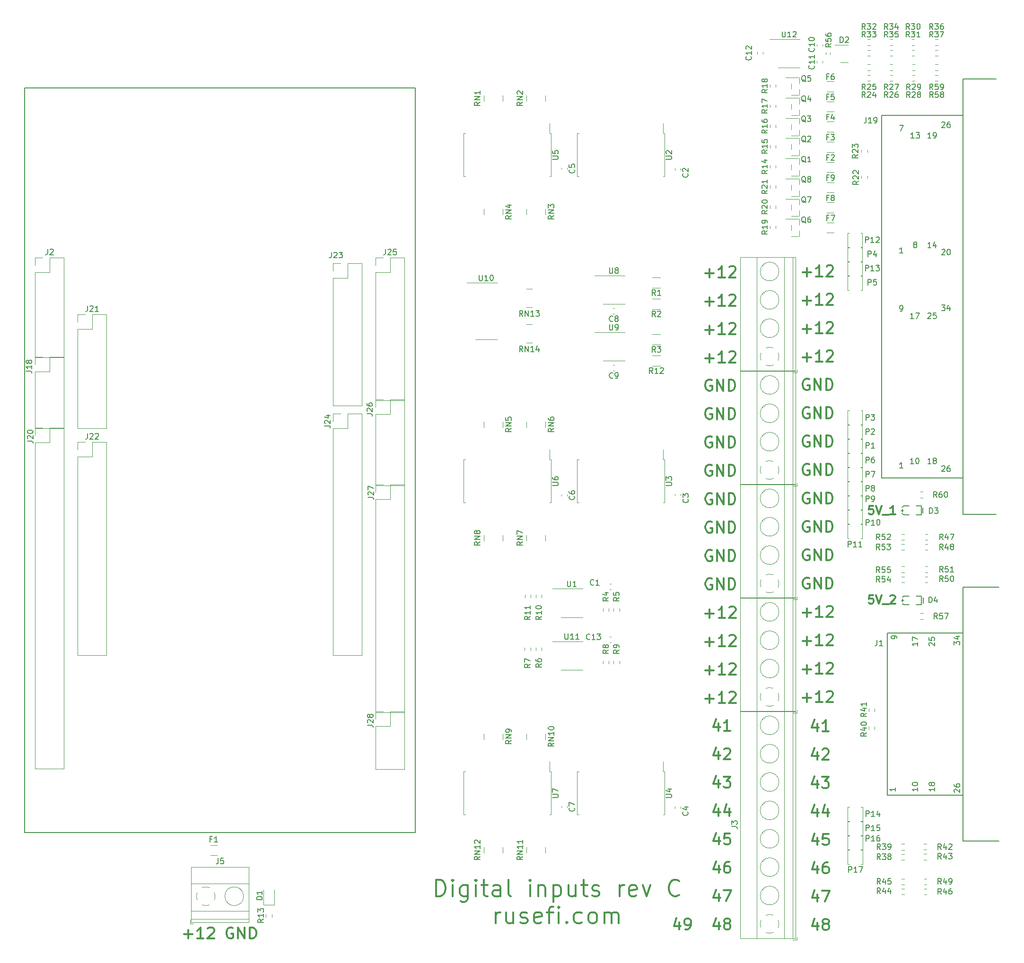
<source format=gto>
G75*
G70*
%OFA0B0*%
%FSLAX25Y25*%
%IPPOS*%
%LPD*%
%AMOC8*
5,1,8,0,0,1.08239X$1,22.5*
%
%ADD28C,0.00787*%
%ADD31C,0.00591*%
%ADD32C,0.01181*%
%ADD33C,0.00472*%
%ADD34C,0.00500*%
X0000000Y0000000D02*
%LPD*%
G01*
D31*
X0029921Y0601969D02*
X0305118Y0601969D01*
X0305118Y0077165D01*
X0029921Y0077165D01*
X0029921Y0601969D01*
D32*
X0582623Y0396595D02*
X0581873Y0396970D01*
X0581873Y0396970D02*
X0580748Y0396970D01*
X0580748Y0396970D02*
X0579623Y0396595D01*
X0579623Y0396595D02*
X0578873Y0395845D01*
X0578873Y0395845D02*
X0578498Y0395095D01*
X0578498Y0395095D02*
X0578123Y0393595D01*
X0578123Y0393595D02*
X0578123Y0392470D01*
X0578123Y0392470D02*
X0578498Y0390971D01*
X0578498Y0390971D02*
X0578873Y0390221D01*
X0578873Y0390221D02*
X0579623Y0389471D01*
X0579623Y0389471D02*
X0580748Y0389096D01*
X0580748Y0389096D02*
X0581498Y0389096D01*
X0581498Y0389096D02*
X0582623Y0389471D01*
X0582623Y0389471D02*
X0582998Y0389846D01*
X0582998Y0389846D02*
X0582998Y0392470D01*
X0582998Y0392470D02*
X0581498Y0392470D01*
X0586372Y0389096D02*
X0586372Y0396970D01*
X0586372Y0396970D02*
X0590872Y0389096D01*
X0590872Y0389096D02*
X0590872Y0396970D01*
X0594621Y0389096D02*
X0594621Y0396970D01*
X0594621Y0396970D02*
X0596496Y0396970D01*
X0596496Y0396970D02*
X0597621Y0396595D01*
X0597621Y0396595D02*
X0598371Y0395845D01*
X0598371Y0395845D02*
X0598746Y0395095D01*
X0598746Y0395095D02*
X0599121Y0393595D01*
X0599121Y0393595D02*
X0599121Y0392470D01*
X0599121Y0392470D02*
X0598746Y0390971D01*
X0598746Y0390971D02*
X0598371Y0390221D01*
X0598371Y0390221D02*
X0597621Y0389471D01*
X0597621Y0389471D02*
X0596496Y0389096D01*
X0596496Y0389096D02*
X0594621Y0389096D01*
X0578222Y0192017D02*
X0584221Y0192017D01*
X0581221Y0189017D02*
X0581221Y0195016D01*
X0592095Y0189017D02*
X0587596Y0189017D01*
X0589845Y0189017D02*
X0589845Y0196891D01*
X0589845Y0196891D02*
X0589095Y0195766D01*
X0589095Y0195766D02*
X0588346Y0195016D01*
X0588346Y0195016D02*
X0587596Y0194641D01*
X0595095Y0196141D02*
X0595470Y0196516D01*
X0595470Y0196516D02*
X0596220Y0196891D01*
X0596220Y0196891D02*
X0598094Y0196891D01*
X0598094Y0196891D02*
X0598844Y0196516D01*
X0598844Y0196516D02*
X0599219Y0196141D01*
X0599219Y0196141D02*
X0599594Y0195391D01*
X0599594Y0195391D02*
X0599594Y0194641D01*
X0599594Y0194641D02*
X0599219Y0193517D01*
X0599219Y0193517D02*
X0594720Y0189017D01*
X0594720Y0189017D02*
X0599594Y0189017D01*
X0142021Y0005265D02*
X0148020Y0005265D01*
X0145021Y0002265D02*
X0145021Y0008264D01*
X0155894Y0002265D02*
X0151395Y0002265D01*
X0153645Y0002265D02*
X0153645Y0010139D01*
X0153645Y0010139D02*
X0152895Y0009014D01*
X0152895Y0009014D02*
X0152145Y0008264D01*
X0152145Y0008264D02*
X0151395Y0007890D01*
X0158894Y0009389D02*
X0159269Y0009764D01*
X0159269Y0009764D02*
X0160019Y0010139D01*
X0160019Y0010139D02*
X0161894Y0010139D01*
X0161894Y0010139D02*
X0162643Y0009764D01*
X0162643Y0009764D02*
X0163018Y0009389D01*
X0163018Y0009389D02*
X0163393Y0008639D01*
X0163393Y0008639D02*
X0163393Y0007890D01*
X0163393Y0007890D02*
X0163018Y0006765D01*
X0163018Y0006765D02*
X0158519Y0002265D01*
X0158519Y0002265D02*
X0163393Y0002265D01*
X0588301Y0153637D02*
X0588301Y0148387D01*
X0586427Y0156636D02*
X0584552Y0151012D01*
X0584552Y0151012D02*
X0589426Y0151012D01*
X0596550Y0148387D02*
X0592051Y0148387D01*
X0594301Y0148387D02*
X0594301Y0156261D01*
X0594301Y0156261D02*
X0593551Y0155136D01*
X0593551Y0155136D02*
X0592801Y0154387D01*
X0592801Y0154387D02*
X0592051Y0154012D01*
X0514099Y0255985D02*
X0513349Y0256360D01*
X0513349Y0256360D02*
X0512224Y0256360D01*
X0512224Y0256360D02*
X0511100Y0255985D01*
X0511100Y0255985D02*
X0510350Y0255235D01*
X0510350Y0255235D02*
X0509975Y0254485D01*
X0509975Y0254485D02*
X0509600Y0252985D01*
X0509600Y0252985D02*
X0509600Y0251860D01*
X0509600Y0251860D02*
X0509975Y0250360D01*
X0509975Y0250360D02*
X0510350Y0249611D01*
X0510350Y0249611D02*
X0511100Y0248861D01*
X0511100Y0248861D02*
X0512224Y0248486D01*
X0512224Y0248486D02*
X0512974Y0248486D01*
X0512974Y0248486D02*
X0514099Y0248861D01*
X0514099Y0248861D02*
X0514474Y0249236D01*
X0514474Y0249236D02*
X0514474Y0251860D01*
X0514474Y0251860D02*
X0512974Y0251860D01*
X0517849Y0248486D02*
X0517849Y0256360D01*
X0517849Y0256360D02*
X0522348Y0248486D01*
X0522348Y0248486D02*
X0522348Y0256360D01*
X0526098Y0248486D02*
X0526098Y0256360D01*
X0526098Y0256360D02*
X0527972Y0256360D01*
X0527972Y0256360D02*
X0529097Y0255985D01*
X0529097Y0255985D02*
X0529847Y0255235D01*
X0529847Y0255235D02*
X0530222Y0254485D01*
X0530222Y0254485D02*
X0530597Y0252985D01*
X0530597Y0252985D02*
X0530597Y0251860D01*
X0530597Y0251860D02*
X0530222Y0250360D01*
X0530222Y0250360D02*
X0529847Y0249611D01*
X0529847Y0249611D02*
X0529097Y0248861D01*
X0529097Y0248861D02*
X0527972Y0248486D01*
X0527972Y0248486D02*
X0526098Y0248486D01*
X0627830Y0307477D02*
X0625018Y0307477D01*
X0625018Y0307477D02*
X0624737Y0304665D01*
X0624737Y0304665D02*
X0625018Y0304946D01*
X0625018Y0304946D02*
X0625580Y0305227D01*
X0625580Y0305227D02*
X0626986Y0305227D01*
X0626986Y0305227D02*
X0627549Y0304946D01*
X0627549Y0304946D02*
X0627830Y0304665D01*
X0627830Y0304665D02*
X0628111Y0304102D01*
X0628111Y0304102D02*
X0628111Y0302696D01*
X0628111Y0302696D02*
X0627830Y0302134D01*
X0627830Y0302134D02*
X0627549Y0301853D01*
X0627549Y0301853D02*
X0626986Y0301572D01*
X0626986Y0301572D02*
X0625580Y0301572D01*
X0625580Y0301572D02*
X0625018Y0301853D01*
X0625018Y0301853D02*
X0624737Y0302134D01*
X0629798Y0307477D02*
X0631767Y0301572D01*
X0631767Y0301572D02*
X0633735Y0307477D01*
X0634298Y0301009D02*
X0638797Y0301009D01*
X0643297Y0301572D02*
X0639922Y0301572D01*
X0641609Y0301572D02*
X0641609Y0307477D01*
X0641609Y0307477D02*
X0641047Y0306633D01*
X0641047Y0306633D02*
X0640485Y0306071D01*
X0640485Y0306071D02*
X0639922Y0305790D01*
X0588400Y0053558D02*
X0588400Y0048309D01*
X0586525Y0056557D02*
X0584650Y0050933D01*
X0584650Y0050933D02*
X0589525Y0050933D01*
X0595899Y0056183D02*
X0594399Y0056183D01*
X0594399Y0056183D02*
X0593649Y0055808D01*
X0593649Y0055808D02*
X0593274Y0055433D01*
X0593274Y0055433D02*
X0592524Y0054308D01*
X0592524Y0054308D02*
X0592149Y0052808D01*
X0592149Y0052808D02*
X0592149Y0049808D01*
X0592149Y0049808D02*
X0592524Y0049058D01*
X0592524Y0049058D02*
X0592899Y0048683D01*
X0592899Y0048683D02*
X0593649Y0048309D01*
X0593649Y0048309D02*
X0595149Y0048309D01*
X0595149Y0048309D02*
X0595899Y0048683D01*
X0595899Y0048683D02*
X0596274Y0049058D01*
X0596274Y0049058D02*
X0596649Y0049808D01*
X0596649Y0049808D02*
X0596649Y0051683D01*
X0596649Y0051683D02*
X0596274Y0052433D01*
X0596274Y0052433D02*
X0595899Y0052808D01*
X0595899Y0052808D02*
X0595149Y0053183D01*
X0595149Y0053183D02*
X0593649Y0053183D01*
X0593649Y0053183D02*
X0592899Y0052808D01*
X0592899Y0052808D02*
X0592524Y0052433D01*
X0592524Y0052433D02*
X0592149Y0051683D01*
X0514099Y0315985D02*
X0513349Y0316360D01*
X0513349Y0316360D02*
X0512224Y0316360D01*
X0512224Y0316360D02*
X0511100Y0315985D01*
X0511100Y0315985D02*
X0510350Y0315235D01*
X0510350Y0315235D02*
X0509975Y0314485D01*
X0509975Y0314485D02*
X0509600Y0312985D01*
X0509600Y0312985D02*
X0509600Y0311860D01*
X0509600Y0311860D02*
X0509975Y0310360D01*
X0509975Y0310360D02*
X0510350Y0309611D01*
X0510350Y0309611D02*
X0511100Y0308861D01*
X0511100Y0308861D02*
X0512224Y0308486D01*
X0512224Y0308486D02*
X0512974Y0308486D01*
X0512974Y0308486D02*
X0514099Y0308861D01*
X0514099Y0308861D02*
X0514474Y0309236D01*
X0514474Y0309236D02*
X0514474Y0311860D01*
X0514474Y0311860D02*
X0512974Y0311860D01*
X0517849Y0308486D02*
X0517849Y0316360D01*
X0517849Y0316360D02*
X0522348Y0308486D01*
X0522348Y0308486D02*
X0522348Y0316360D01*
X0526098Y0308486D02*
X0526098Y0316360D01*
X0526098Y0316360D02*
X0527972Y0316360D01*
X0527972Y0316360D02*
X0529097Y0315985D01*
X0529097Y0315985D02*
X0529847Y0315235D01*
X0529847Y0315235D02*
X0530222Y0314485D01*
X0530222Y0314485D02*
X0530597Y0312985D01*
X0530597Y0312985D02*
X0530597Y0311860D01*
X0530597Y0311860D02*
X0530222Y0310360D01*
X0530222Y0310360D02*
X0529847Y0309611D01*
X0529847Y0309611D02*
X0529097Y0308861D01*
X0529097Y0308861D02*
X0527972Y0308486D01*
X0527972Y0308486D02*
X0526098Y0308486D01*
X0627830Y0244485D02*
X0625018Y0244485D01*
X0625018Y0244485D02*
X0624737Y0241673D01*
X0624737Y0241673D02*
X0625018Y0241954D01*
X0625018Y0241954D02*
X0625580Y0242235D01*
X0625580Y0242235D02*
X0626986Y0242235D01*
X0626986Y0242235D02*
X0627549Y0241954D01*
X0627549Y0241954D02*
X0627830Y0241673D01*
X0627830Y0241673D02*
X0628111Y0241110D01*
X0628111Y0241110D02*
X0628111Y0239704D01*
X0628111Y0239704D02*
X0627830Y0239142D01*
X0627830Y0239142D02*
X0627549Y0238861D01*
X0627549Y0238861D02*
X0626986Y0238579D01*
X0626986Y0238579D02*
X0625580Y0238579D01*
X0625580Y0238579D02*
X0625018Y0238861D01*
X0625018Y0238861D02*
X0624737Y0239142D01*
X0629798Y0244485D02*
X0631767Y0238579D01*
X0631767Y0238579D02*
X0633735Y0244485D01*
X0634298Y0238017D02*
X0638797Y0238017D01*
X0639922Y0243922D02*
X0640203Y0244204D01*
X0640203Y0244204D02*
X0640766Y0244485D01*
X0640766Y0244485D02*
X0642172Y0244485D01*
X0642172Y0244485D02*
X0642734Y0244204D01*
X0642734Y0244204D02*
X0643016Y0243922D01*
X0643016Y0243922D02*
X0643297Y0243360D01*
X0643297Y0243360D02*
X0643297Y0242798D01*
X0643297Y0242798D02*
X0643016Y0241954D01*
X0643016Y0241954D02*
X0639641Y0238579D01*
X0639641Y0238579D02*
X0643297Y0238579D01*
X0578222Y0172017D02*
X0584221Y0172017D01*
X0581221Y0169017D02*
X0581221Y0175016D01*
X0592095Y0169017D02*
X0587596Y0169017D01*
X0589845Y0169017D02*
X0589845Y0176891D01*
X0589845Y0176891D02*
X0589095Y0175766D01*
X0589095Y0175766D02*
X0588346Y0175016D01*
X0588346Y0175016D02*
X0587596Y0174641D01*
X0595095Y0176141D02*
X0595470Y0176516D01*
X0595470Y0176516D02*
X0596220Y0176891D01*
X0596220Y0176891D02*
X0598094Y0176891D01*
X0598094Y0176891D02*
X0598844Y0176516D01*
X0598844Y0176516D02*
X0599219Y0176141D01*
X0599219Y0176141D02*
X0599594Y0175391D01*
X0599594Y0175391D02*
X0599594Y0174641D01*
X0599594Y0174641D02*
X0599219Y0173517D01*
X0599219Y0173517D02*
X0594720Y0169017D01*
X0594720Y0169017D02*
X0599594Y0169017D01*
X0582623Y0376595D02*
X0581873Y0376970D01*
X0581873Y0376970D02*
X0580748Y0376970D01*
X0580748Y0376970D02*
X0579623Y0376595D01*
X0579623Y0376595D02*
X0578873Y0375845D01*
X0578873Y0375845D02*
X0578498Y0375095D01*
X0578498Y0375095D02*
X0578123Y0373595D01*
X0578123Y0373595D02*
X0578123Y0372470D01*
X0578123Y0372470D02*
X0578498Y0370971D01*
X0578498Y0370971D02*
X0578873Y0370221D01*
X0578873Y0370221D02*
X0579623Y0369471D01*
X0579623Y0369471D02*
X0580748Y0369096D01*
X0580748Y0369096D02*
X0581498Y0369096D01*
X0581498Y0369096D02*
X0582623Y0369471D01*
X0582623Y0369471D02*
X0582998Y0369846D01*
X0582998Y0369846D02*
X0582998Y0372470D01*
X0582998Y0372470D02*
X0581498Y0372470D01*
X0586372Y0369096D02*
X0586372Y0376970D01*
X0586372Y0376970D02*
X0590872Y0369096D01*
X0590872Y0369096D02*
X0590872Y0376970D01*
X0594621Y0369096D02*
X0594621Y0376970D01*
X0594621Y0376970D02*
X0596496Y0376970D01*
X0596496Y0376970D02*
X0597621Y0376595D01*
X0597621Y0376595D02*
X0598371Y0375845D01*
X0598371Y0375845D02*
X0598746Y0375095D01*
X0598746Y0375095D02*
X0599121Y0373595D01*
X0599121Y0373595D02*
X0599121Y0372470D01*
X0599121Y0372470D02*
X0598746Y0370971D01*
X0598746Y0370971D02*
X0598371Y0370221D01*
X0598371Y0370221D02*
X0597621Y0369471D01*
X0597621Y0369471D02*
X0596496Y0369096D01*
X0596496Y0369096D02*
X0594621Y0369096D01*
X0509501Y0471564D02*
X0515501Y0471564D01*
X0512501Y0468564D02*
X0512501Y0474564D01*
X0523375Y0468564D02*
X0518875Y0468564D01*
X0521125Y0468564D02*
X0521125Y0476438D01*
X0521125Y0476438D02*
X0520375Y0475314D01*
X0520375Y0475314D02*
X0519625Y0474564D01*
X0519625Y0474564D02*
X0518875Y0474189D01*
X0526374Y0475689D02*
X0526749Y0476063D01*
X0526749Y0476063D02*
X0527499Y0476438D01*
X0527499Y0476438D02*
X0529374Y0476438D01*
X0529374Y0476438D02*
X0530124Y0476063D01*
X0530124Y0476063D02*
X0530499Y0475689D01*
X0530499Y0475689D02*
X0530874Y0474939D01*
X0530874Y0474939D02*
X0530874Y0474189D01*
X0530874Y0474189D02*
X0530499Y0473064D01*
X0530499Y0473064D02*
X0525999Y0468564D01*
X0525999Y0468564D02*
X0530874Y0468564D01*
X0582721Y0256516D02*
X0581971Y0256891D01*
X0581971Y0256891D02*
X0580846Y0256891D01*
X0580846Y0256891D02*
X0579722Y0256516D01*
X0579722Y0256516D02*
X0578972Y0255766D01*
X0578972Y0255766D02*
X0578597Y0255016D01*
X0578597Y0255016D02*
X0578222Y0253517D01*
X0578222Y0253517D02*
X0578222Y0252392D01*
X0578222Y0252392D02*
X0578597Y0250892D01*
X0578597Y0250892D02*
X0578972Y0250142D01*
X0578972Y0250142D02*
X0579722Y0249392D01*
X0579722Y0249392D02*
X0580846Y0249017D01*
X0580846Y0249017D02*
X0581596Y0249017D01*
X0581596Y0249017D02*
X0582721Y0249392D01*
X0582721Y0249392D02*
X0583096Y0249767D01*
X0583096Y0249767D02*
X0583096Y0252392D01*
X0583096Y0252392D02*
X0581596Y0252392D01*
X0586471Y0249017D02*
X0586471Y0256891D01*
X0586471Y0256891D02*
X0590970Y0249017D01*
X0590970Y0249017D02*
X0590970Y0256891D01*
X0594720Y0249017D02*
X0594720Y0256891D01*
X0594720Y0256891D02*
X0596594Y0256891D01*
X0596594Y0256891D02*
X0597719Y0256516D01*
X0597719Y0256516D02*
X0598469Y0255766D01*
X0598469Y0255766D02*
X0598844Y0255016D01*
X0598844Y0255016D02*
X0599219Y0253517D01*
X0599219Y0253517D02*
X0599219Y0252392D01*
X0599219Y0252392D02*
X0598844Y0250892D01*
X0598844Y0250892D02*
X0598469Y0250142D01*
X0598469Y0250142D02*
X0597719Y0249392D01*
X0597719Y0249392D02*
X0596594Y0249017D01*
X0596594Y0249017D02*
X0594720Y0249017D01*
X0588301Y0113637D02*
X0588301Y0108387D01*
X0586427Y0116636D02*
X0584552Y0111012D01*
X0584552Y0111012D02*
X0589426Y0111012D01*
X0591676Y0116261D02*
X0596550Y0116261D01*
X0596550Y0116261D02*
X0593926Y0113262D01*
X0593926Y0113262D02*
X0595051Y0113262D01*
X0595051Y0113262D02*
X0595801Y0112887D01*
X0595801Y0112887D02*
X0596175Y0112512D01*
X0596175Y0112512D02*
X0596550Y0111762D01*
X0596550Y0111762D02*
X0596550Y0109887D01*
X0596550Y0109887D02*
X0596175Y0109137D01*
X0596175Y0109137D02*
X0595801Y0108762D01*
X0595801Y0108762D02*
X0595051Y0108387D01*
X0595051Y0108387D02*
X0592801Y0108387D01*
X0592801Y0108387D02*
X0592051Y0108762D01*
X0592051Y0108762D02*
X0591676Y0109137D01*
X0514001Y0376063D02*
X0513251Y0376438D01*
X0513251Y0376438D02*
X0512126Y0376438D01*
X0512126Y0376438D02*
X0511001Y0376063D01*
X0511001Y0376063D02*
X0510251Y0375314D01*
X0510251Y0375314D02*
X0509876Y0374564D01*
X0509876Y0374564D02*
X0509501Y0373064D01*
X0509501Y0373064D02*
X0509501Y0371939D01*
X0509501Y0371939D02*
X0509876Y0370439D01*
X0509876Y0370439D02*
X0510251Y0369689D01*
X0510251Y0369689D02*
X0511001Y0368939D01*
X0511001Y0368939D02*
X0512126Y0368564D01*
X0512126Y0368564D02*
X0512876Y0368564D01*
X0512876Y0368564D02*
X0514001Y0368939D01*
X0514001Y0368939D02*
X0514376Y0369314D01*
X0514376Y0369314D02*
X0514376Y0371939D01*
X0514376Y0371939D02*
X0512876Y0371939D01*
X0517750Y0368564D02*
X0517750Y0376438D01*
X0517750Y0376438D02*
X0522250Y0368564D01*
X0522250Y0368564D02*
X0522250Y0376438D01*
X0525999Y0368564D02*
X0525999Y0376438D01*
X0525999Y0376438D02*
X0527874Y0376438D01*
X0527874Y0376438D02*
X0528999Y0376063D01*
X0528999Y0376063D02*
X0529749Y0375314D01*
X0529749Y0375314D02*
X0530124Y0374564D01*
X0530124Y0374564D02*
X0530499Y0373064D01*
X0530499Y0373064D02*
X0530499Y0371939D01*
X0530499Y0371939D02*
X0530124Y0370439D01*
X0530124Y0370439D02*
X0529749Y0369689D01*
X0529749Y0369689D02*
X0528999Y0368939D01*
X0528999Y0368939D02*
X0527874Y0368564D01*
X0527874Y0368564D02*
X0525999Y0368564D01*
X0518912Y0153952D02*
X0518912Y0148702D01*
X0517037Y0156951D02*
X0515162Y0151327D01*
X0515162Y0151327D02*
X0520037Y0151327D01*
X0527161Y0148702D02*
X0522661Y0148702D01*
X0524911Y0148702D02*
X0524911Y0156576D01*
X0524911Y0156576D02*
X0524161Y0155451D01*
X0524161Y0155451D02*
X0523411Y0154701D01*
X0523411Y0154701D02*
X0522661Y0154327D01*
X0582721Y0296516D02*
X0581971Y0296891D01*
X0581971Y0296891D02*
X0580846Y0296891D01*
X0580846Y0296891D02*
X0579722Y0296516D01*
X0579722Y0296516D02*
X0578972Y0295766D01*
X0578972Y0295766D02*
X0578597Y0295016D01*
X0578597Y0295016D02*
X0578222Y0293517D01*
X0578222Y0293517D02*
X0578222Y0292392D01*
X0578222Y0292392D02*
X0578597Y0290892D01*
X0578597Y0290892D02*
X0578972Y0290142D01*
X0578972Y0290142D02*
X0579722Y0289392D01*
X0579722Y0289392D02*
X0580846Y0289017D01*
X0580846Y0289017D02*
X0581596Y0289017D01*
X0581596Y0289017D02*
X0582721Y0289392D01*
X0582721Y0289392D02*
X0583096Y0289767D01*
X0583096Y0289767D02*
X0583096Y0292392D01*
X0583096Y0292392D02*
X0581596Y0292392D01*
X0586471Y0289017D02*
X0586471Y0296891D01*
X0586471Y0296891D02*
X0590970Y0289017D01*
X0590970Y0289017D02*
X0590970Y0296891D01*
X0594720Y0289017D02*
X0594720Y0296891D01*
X0594720Y0296891D02*
X0596594Y0296891D01*
X0596594Y0296891D02*
X0597719Y0296516D01*
X0597719Y0296516D02*
X0598469Y0295766D01*
X0598469Y0295766D02*
X0598844Y0295016D01*
X0598844Y0295016D02*
X0599219Y0293517D01*
X0599219Y0293517D02*
X0599219Y0292392D01*
X0599219Y0292392D02*
X0598844Y0290892D01*
X0598844Y0290892D02*
X0598469Y0290142D01*
X0598469Y0290142D02*
X0597719Y0289392D01*
X0597719Y0289392D02*
X0596594Y0289017D01*
X0596594Y0289017D02*
X0594720Y0289017D01*
X0176520Y0009764D02*
X0175771Y0010139D01*
X0175771Y0010139D02*
X0174646Y0010139D01*
X0174646Y0010139D02*
X0173521Y0009764D01*
X0173521Y0009764D02*
X0172771Y0009014D01*
X0172771Y0009014D02*
X0172396Y0008264D01*
X0172396Y0008264D02*
X0172021Y0006765D01*
X0172021Y0006765D02*
X0172021Y0005640D01*
X0172021Y0005640D02*
X0172396Y0004140D01*
X0172396Y0004140D02*
X0172771Y0003390D01*
X0172771Y0003390D02*
X0173521Y0002640D01*
X0173521Y0002640D02*
X0174646Y0002265D01*
X0174646Y0002265D02*
X0175396Y0002265D01*
X0175396Y0002265D02*
X0176520Y0002640D01*
X0176520Y0002640D02*
X0176895Y0003015D01*
X0176895Y0003015D02*
X0176895Y0005640D01*
X0176895Y0005640D02*
X0175396Y0005640D01*
X0180270Y0002265D02*
X0180270Y0010139D01*
X0180270Y0010139D02*
X0184769Y0002265D01*
X0184769Y0002265D02*
X0184769Y0010139D01*
X0188519Y0002265D02*
X0188519Y0010139D01*
X0188519Y0010139D02*
X0190394Y0010139D01*
X0190394Y0010139D02*
X0191519Y0009764D01*
X0191519Y0009764D02*
X0192268Y0009014D01*
X0192268Y0009014D02*
X0192643Y0008264D01*
X0192643Y0008264D02*
X0193018Y0006765D01*
X0193018Y0006765D02*
X0193018Y0005640D01*
X0193018Y0005640D02*
X0192643Y0004140D01*
X0192643Y0004140D02*
X0192268Y0003390D01*
X0192268Y0003390D02*
X0191519Y0002640D01*
X0191519Y0002640D02*
X0190394Y0002265D01*
X0190394Y0002265D02*
X0188519Y0002265D01*
X0578222Y0212017D02*
X0584221Y0212017D01*
X0581221Y0209017D02*
X0581221Y0215016D01*
X0592095Y0209017D02*
X0587596Y0209017D01*
X0589845Y0209017D02*
X0589845Y0216891D01*
X0589845Y0216891D02*
X0589095Y0215766D01*
X0589095Y0215766D02*
X0588346Y0215016D01*
X0588346Y0215016D02*
X0587596Y0214641D01*
X0595095Y0216141D02*
X0595470Y0216516D01*
X0595470Y0216516D02*
X0596220Y0216891D01*
X0596220Y0216891D02*
X0598094Y0216891D01*
X0598094Y0216891D02*
X0598844Y0216516D01*
X0598844Y0216516D02*
X0599219Y0216141D01*
X0599219Y0216141D02*
X0599594Y0215391D01*
X0599594Y0215391D02*
X0599594Y0214641D01*
X0599594Y0214641D02*
X0599219Y0213517D01*
X0599219Y0213517D02*
X0594720Y0209017D01*
X0594720Y0209017D02*
X0599594Y0209017D01*
X0518912Y0093952D02*
X0518912Y0088702D01*
X0517037Y0096951D02*
X0515162Y0091327D01*
X0515162Y0091327D02*
X0520037Y0091327D01*
X0526411Y0093952D02*
X0526411Y0088702D01*
X0524536Y0096951D02*
X0522661Y0091327D01*
X0522661Y0091327D02*
X0527536Y0091327D01*
X0588400Y0033558D02*
X0588400Y0028309D01*
X0586525Y0036557D02*
X0584650Y0030933D01*
X0584650Y0030933D02*
X0589525Y0030933D01*
X0591774Y0036183D02*
X0597024Y0036183D01*
X0597024Y0036183D02*
X0593649Y0028309D01*
X0582721Y0316516D02*
X0581971Y0316891D01*
X0581971Y0316891D02*
X0580846Y0316891D01*
X0580846Y0316891D02*
X0579722Y0316516D01*
X0579722Y0316516D02*
X0578972Y0315766D01*
X0578972Y0315766D02*
X0578597Y0315016D01*
X0578597Y0315016D02*
X0578222Y0313517D01*
X0578222Y0313517D02*
X0578222Y0312392D01*
X0578222Y0312392D02*
X0578597Y0310892D01*
X0578597Y0310892D02*
X0578972Y0310142D01*
X0578972Y0310142D02*
X0579722Y0309392D01*
X0579722Y0309392D02*
X0580846Y0309017D01*
X0580846Y0309017D02*
X0581596Y0309017D01*
X0581596Y0309017D02*
X0582721Y0309392D01*
X0582721Y0309392D02*
X0583096Y0309767D01*
X0583096Y0309767D02*
X0583096Y0312392D01*
X0583096Y0312392D02*
X0581596Y0312392D01*
X0586471Y0309017D02*
X0586471Y0316891D01*
X0586471Y0316891D02*
X0590970Y0309017D01*
X0590970Y0309017D02*
X0590970Y0316891D01*
X0594720Y0309017D02*
X0594720Y0316891D01*
X0594720Y0316891D02*
X0596594Y0316891D01*
X0596594Y0316891D02*
X0597719Y0316516D01*
X0597719Y0316516D02*
X0598469Y0315766D01*
X0598469Y0315766D02*
X0598844Y0315016D01*
X0598844Y0315016D02*
X0599219Y0313517D01*
X0599219Y0313517D02*
X0599219Y0312392D01*
X0599219Y0312392D02*
X0598844Y0310892D01*
X0598844Y0310892D02*
X0598469Y0310142D01*
X0598469Y0310142D02*
X0597719Y0309392D01*
X0597719Y0309392D02*
X0596594Y0309017D01*
X0596594Y0309017D02*
X0594720Y0309017D01*
X0514001Y0396063D02*
X0513251Y0396438D01*
X0513251Y0396438D02*
X0512126Y0396438D01*
X0512126Y0396438D02*
X0511001Y0396063D01*
X0511001Y0396063D02*
X0510251Y0395314D01*
X0510251Y0395314D02*
X0509876Y0394564D01*
X0509876Y0394564D02*
X0509501Y0393064D01*
X0509501Y0393064D02*
X0509501Y0391939D01*
X0509501Y0391939D02*
X0509876Y0390439D01*
X0509876Y0390439D02*
X0510251Y0389689D01*
X0510251Y0389689D02*
X0511001Y0388939D01*
X0511001Y0388939D02*
X0512126Y0388564D01*
X0512126Y0388564D02*
X0512876Y0388564D01*
X0512876Y0388564D02*
X0514001Y0388939D01*
X0514001Y0388939D02*
X0514376Y0389314D01*
X0514376Y0389314D02*
X0514376Y0391939D01*
X0514376Y0391939D02*
X0512876Y0391939D01*
X0517750Y0388564D02*
X0517750Y0396438D01*
X0517750Y0396438D02*
X0522250Y0388564D01*
X0522250Y0388564D02*
X0522250Y0396438D01*
X0525999Y0388564D02*
X0525999Y0396438D01*
X0525999Y0396438D02*
X0527874Y0396438D01*
X0527874Y0396438D02*
X0528999Y0396063D01*
X0528999Y0396063D02*
X0529749Y0395314D01*
X0529749Y0395314D02*
X0530124Y0394564D01*
X0530124Y0394564D02*
X0530499Y0393064D01*
X0530499Y0393064D02*
X0530499Y0391939D01*
X0530499Y0391939D02*
X0530124Y0390439D01*
X0530124Y0390439D02*
X0529749Y0389689D01*
X0529749Y0389689D02*
X0528999Y0388939D01*
X0528999Y0388939D02*
X0527874Y0388564D01*
X0527874Y0388564D02*
X0525999Y0388564D01*
X0514001Y0356063D02*
X0513251Y0356438D01*
X0513251Y0356438D02*
X0512126Y0356438D01*
X0512126Y0356438D02*
X0511001Y0356063D01*
X0511001Y0356063D02*
X0510251Y0355314D01*
X0510251Y0355314D02*
X0509876Y0354564D01*
X0509876Y0354564D02*
X0509501Y0353064D01*
X0509501Y0353064D02*
X0509501Y0351939D01*
X0509501Y0351939D02*
X0509876Y0350439D01*
X0509876Y0350439D02*
X0510251Y0349689D01*
X0510251Y0349689D02*
X0511001Y0348939D01*
X0511001Y0348939D02*
X0512126Y0348564D01*
X0512126Y0348564D02*
X0512876Y0348564D01*
X0512876Y0348564D02*
X0514001Y0348939D01*
X0514001Y0348939D02*
X0514376Y0349314D01*
X0514376Y0349314D02*
X0514376Y0351939D01*
X0514376Y0351939D02*
X0512876Y0351939D01*
X0517750Y0348564D02*
X0517750Y0356438D01*
X0517750Y0356438D02*
X0522250Y0348564D01*
X0522250Y0348564D02*
X0522250Y0356438D01*
X0525999Y0348564D02*
X0525999Y0356438D01*
X0525999Y0356438D02*
X0527874Y0356438D01*
X0527874Y0356438D02*
X0528999Y0356063D01*
X0528999Y0356063D02*
X0529749Y0355314D01*
X0529749Y0355314D02*
X0530124Y0354564D01*
X0530124Y0354564D02*
X0530499Y0353064D01*
X0530499Y0353064D02*
X0530499Y0351939D01*
X0530499Y0351939D02*
X0530124Y0350439D01*
X0530124Y0350439D02*
X0529749Y0349689D01*
X0529749Y0349689D02*
X0528999Y0348939D01*
X0528999Y0348939D02*
X0527874Y0348564D01*
X0527874Y0348564D02*
X0525999Y0348564D01*
X0518912Y0113952D02*
X0518912Y0108702D01*
X0517037Y0116951D02*
X0515162Y0111327D01*
X0515162Y0111327D02*
X0520037Y0111327D01*
X0522286Y0116576D02*
X0527161Y0116576D01*
X0527161Y0116576D02*
X0524536Y0113577D01*
X0524536Y0113577D02*
X0525661Y0113577D01*
X0525661Y0113577D02*
X0526411Y0113202D01*
X0526411Y0113202D02*
X0526786Y0112827D01*
X0526786Y0112827D02*
X0527161Y0112077D01*
X0527161Y0112077D02*
X0527161Y0110202D01*
X0527161Y0110202D02*
X0526786Y0109452D01*
X0526786Y0109452D02*
X0526411Y0109077D01*
X0526411Y0109077D02*
X0525661Y0108702D01*
X0525661Y0108702D02*
X0523411Y0108702D01*
X0523411Y0108702D02*
X0522661Y0109077D01*
X0522661Y0109077D02*
X0522286Y0109452D01*
X0578123Y0452096D02*
X0584123Y0452096D01*
X0581123Y0449096D02*
X0581123Y0455095D01*
X0591997Y0449096D02*
X0587497Y0449096D01*
X0589747Y0449096D02*
X0589747Y0456970D01*
X0589747Y0456970D02*
X0588997Y0455845D01*
X0588997Y0455845D02*
X0588247Y0455095D01*
X0588247Y0455095D02*
X0587497Y0454720D01*
X0594996Y0456220D02*
X0595371Y0456595D01*
X0595371Y0456595D02*
X0596121Y0456970D01*
X0596121Y0456970D02*
X0597996Y0456970D01*
X0597996Y0456970D02*
X0598746Y0456595D01*
X0598746Y0456595D02*
X0599121Y0456220D01*
X0599121Y0456220D02*
X0599496Y0455470D01*
X0599496Y0455470D02*
X0599496Y0454720D01*
X0599496Y0454720D02*
X0599121Y0453595D01*
X0599121Y0453595D02*
X0594621Y0449096D01*
X0594621Y0449096D02*
X0599496Y0449096D01*
X0582623Y0356595D02*
X0581873Y0356970D01*
X0581873Y0356970D02*
X0580748Y0356970D01*
X0580748Y0356970D02*
X0579623Y0356595D01*
X0579623Y0356595D02*
X0578873Y0355845D01*
X0578873Y0355845D02*
X0578498Y0355095D01*
X0578498Y0355095D02*
X0578123Y0353595D01*
X0578123Y0353595D02*
X0578123Y0352470D01*
X0578123Y0352470D02*
X0578498Y0350971D01*
X0578498Y0350971D02*
X0578873Y0350221D01*
X0578873Y0350221D02*
X0579623Y0349471D01*
X0579623Y0349471D02*
X0580748Y0349096D01*
X0580748Y0349096D02*
X0581498Y0349096D01*
X0581498Y0349096D02*
X0582623Y0349471D01*
X0582623Y0349471D02*
X0582998Y0349846D01*
X0582998Y0349846D02*
X0582998Y0352470D01*
X0582998Y0352470D02*
X0581498Y0352470D01*
X0586372Y0349096D02*
X0586372Y0356970D01*
X0586372Y0356970D02*
X0590872Y0349096D01*
X0590872Y0349096D02*
X0590872Y0356970D01*
X0594621Y0349096D02*
X0594621Y0356970D01*
X0594621Y0356970D02*
X0596496Y0356970D01*
X0596496Y0356970D02*
X0597621Y0356595D01*
X0597621Y0356595D02*
X0598371Y0355845D01*
X0598371Y0355845D02*
X0598746Y0355095D01*
X0598746Y0355095D02*
X0599121Y0353595D01*
X0599121Y0353595D02*
X0599121Y0352470D01*
X0599121Y0352470D02*
X0598746Y0350971D01*
X0598746Y0350971D02*
X0598371Y0350221D01*
X0598371Y0350221D02*
X0597621Y0349471D01*
X0597621Y0349471D02*
X0596496Y0349096D01*
X0596496Y0349096D02*
X0594621Y0349096D01*
X0509600Y0231485D02*
X0515599Y0231485D01*
X0512599Y0228486D02*
X0512599Y0234485D01*
X0523473Y0228486D02*
X0518974Y0228486D01*
X0521223Y0228486D02*
X0521223Y0236360D01*
X0521223Y0236360D02*
X0520473Y0235235D01*
X0520473Y0235235D02*
X0519723Y0234485D01*
X0519723Y0234485D02*
X0518974Y0234110D01*
X0526473Y0235610D02*
X0526848Y0235985D01*
X0526848Y0235985D02*
X0527597Y0236360D01*
X0527597Y0236360D02*
X0529472Y0236360D01*
X0529472Y0236360D02*
X0530222Y0235985D01*
X0530222Y0235985D02*
X0530597Y0235610D01*
X0530597Y0235610D02*
X0530972Y0234860D01*
X0530972Y0234860D02*
X0530972Y0234110D01*
X0530972Y0234110D02*
X0530597Y0232985D01*
X0530597Y0232985D02*
X0526098Y0228486D01*
X0526098Y0228486D02*
X0530972Y0228486D01*
X0588400Y0013558D02*
X0588400Y0008309D01*
X0586525Y0016557D02*
X0584650Y0010933D01*
X0584650Y0010933D02*
X0589525Y0010933D01*
X0593649Y0012808D02*
X0592899Y0013183D01*
X0592899Y0013183D02*
X0592524Y0013558D01*
X0592524Y0013558D02*
X0592149Y0014308D01*
X0592149Y0014308D02*
X0592149Y0014683D01*
X0592149Y0014683D02*
X0592524Y0015433D01*
X0592524Y0015433D02*
X0592899Y0015808D01*
X0592899Y0015808D02*
X0593649Y0016183D01*
X0593649Y0016183D02*
X0595149Y0016183D01*
X0595149Y0016183D02*
X0595899Y0015808D01*
X0595899Y0015808D02*
X0596274Y0015433D01*
X0596274Y0015433D02*
X0596649Y0014683D01*
X0596649Y0014683D02*
X0596649Y0014308D01*
X0596649Y0014308D02*
X0596274Y0013558D01*
X0596274Y0013558D02*
X0595899Y0013183D01*
X0595899Y0013183D02*
X0595149Y0012808D01*
X0595149Y0012808D02*
X0593649Y0012808D01*
X0593649Y0012808D02*
X0592899Y0012433D01*
X0592899Y0012433D02*
X0592524Y0012058D01*
X0592524Y0012058D02*
X0592149Y0011308D01*
X0592149Y0011308D02*
X0592149Y0009808D01*
X0592149Y0009808D02*
X0592524Y0009058D01*
X0592524Y0009058D02*
X0592899Y0008683D01*
X0592899Y0008683D02*
X0593649Y0008309D01*
X0593649Y0008309D02*
X0595149Y0008309D01*
X0595149Y0008309D02*
X0595899Y0008683D01*
X0595899Y0008683D02*
X0596274Y0009058D01*
X0596274Y0009058D02*
X0596649Y0009808D01*
X0596649Y0009808D02*
X0596649Y0011308D01*
X0596649Y0011308D02*
X0596274Y0012058D01*
X0596274Y0012058D02*
X0595899Y0012433D01*
X0595899Y0012433D02*
X0595149Y0012808D01*
X0519010Y0033873D02*
X0519010Y0028623D01*
X0517135Y0036872D02*
X0515261Y0031248D01*
X0515261Y0031248D02*
X0520135Y0031248D01*
X0522385Y0036497D02*
X0527634Y0036497D01*
X0527634Y0036497D02*
X0524259Y0028623D01*
X0319629Y0032058D02*
X0319629Y0043869D01*
X0319629Y0043869D02*
X0322441Y0043869D01*
X0322441Y0043869D02*
X0324128Y0043307D01*
X0324128Y0043307D02*
X0325253Y0042182D01*
X0325253Y0042182D02*
X0325816Y0041057D01*
X0325816Y0041057D02*
X0326378Y0038807D01*
X0326378Y0038807D02*
X0326378Y0037120D01*
X0326378Y0037120D02*
X0325816Y0034870D01*
X0325816Y0034870D02*
X0325253Y0033745D01*
X0325253Y0033745D02*
X0324128Y0032620D01*
X0324128Y0032620D02*
X0322441Y0032058D01*
X0322441Y0032058D02*
X0319629Y0032058D01*
X0331440Y0032058D02*
X0331440Y0039932D01*
X0331440Y0043869D02*
X0330877Y0043307D01*
X0330877Y0043307D02*
X0331440Y0042744D01*
X0331440Y0042744D02*
X0332002Y0043307D01*
X0332002Y0043307D02*
X0331440Y0043869D01*
X0331440Y0043869D02*
X0331440Y0042744D01*
X0342126Y0039932D02*
X0342126Y0030371D01*
X0342126Y0030371D02*
X0341564Y0029246D01*
X0341564Y0029246D02*
X0341001Y0028683D01*
X0341001Y0028683D02*
X0339876Y0028121D01*
X0339876Y0028121D02*
X0338189Y0028121D01*
X0338189Y0028121D02*
X0337064Y0028683D01*
X0342126Y0032620D02*
X0341001Y0032058D01*
X0341001Y0032058D02*
X0338751Y0032058D01*
X0338751Y0032058D02*
X0337627Y0032620D01*
X0337627Y0032620D02*
X0337064Y0033183D01*
X0337064Y0033183D02*
X0336502Y0034308D01*
X0336502Y0034308D02*
X0336502Y0037682D01*
X0336502Y0037682D02*
X0337064Y0038807D01*
X0337064Y0038807D02*
X0337627Y0039370D01*
X0337627Y0039370D02*
X0338751Y0039932D01*
X0338751Y0039932D02*
X0341001Y0039932D01*
X0341001Y0039932D02*
X0342126Y0039370D01*
X0347750Y0032058D02*
X0347750Y0039932D01*
X0347750Y0043869D02*
X0347188Y0043307D01*
X0347188Y0043307D02*
X0347750Y0042744D01*
X0347750Y0042744D02*
X0348313Y0043307D01*
X0348313Y0043307D02*
X0347750Y0043869D01*
X0347750Y0043869D02*
X0347750Y0042744D01*
X0351687Y0039932D02*
X0356187Y0039932D01*
X0353375Y0043869D02*
X0353375Y0033745D01*
X0353375Y0033745D02*
X0353937Y0032620D01*
X0353937Y0032620D02*
X0355062Y0032058D01*
X0355062Y0032058D02*
X0356187Y0032058D01*
X0365186Y0032058D02*
X0365186Y0038245D01*
X0365186Y0038245D02*
X0364623Y0039370D01*
X0364623Y0039370D02*
X0363498Y0039932D01*
X0363498Y0039932D02*
X0361249Y0039932D01*
X0361249Y0039932D02*
X0360124Y0039370D01*
X0365186Y0032620D02*
X0364061Y0032058D01*
X0364061Y0032058D02*
X0361249Y0032058D01*
X0361249Y0032058D02*
X0360124Y0032620D01*
X0360124Y0032620D02*
X0359561Y0033745D01*
X0359561Y0033745D02*
X0359561Y0034870D01*
X0359561Y0034870D02*
X0360124Y0035995D01*
X0360124Y0035995D02*
X0361249Y0036557D01*
X0361249Y0036557D02*
X0364061Y0036557D01*
X0364061Y0036557D02*
X0365186Y0037120D01*
X0372497Y0032058D02*
X0371372Y0032620D01*
X0371372Y0032620D02*
X0370810Y0033745D01*
X0370810Y0033745D02*
X0370810Y0043869D01*
X0385996Y0032058D02*
X0385996Y0039932D01*
X0385996Y0043869D02*
X0385433Y0043307D01*
X0385433Y0043307D02*
X0385996Y0042744D01*
X0385996Y0042744D02*
X0386558Y0043307D01*
X0386558Y0043307D02*
X0385996Y0043869D01*
X0385996Y0043869D02*
X0385996Y0042744D01*
X0391620Y0039932D02*
X0391620Y0032058D01*
X0391620Y0038807D02*
X0392182Y0039370D01*
X0392182Y0039370D02*
X0393307Y0039932D01*
X0393307Y0039932D02*
X0394994Y0039932D01*
X0394994Y0039932D02*
X0396119Y0039370D01*
X0396119Y0039370D02*
X0396682Y0038245D01*
X0396682Y0038245D02*
X0396682Y0032058D01*
X0402306Y0039932D02*
X0402306Y0028121D01*
X0402306Y0039370D02*
X0403431Y0039932D01*
X0403431Y0039932D02*
X0405681Y0039932D01*
X0405681Y0039932D02*
X0406805Y0039370D01*
X0406805Y0039370D02*
X0407368Y0038807D01*
X0407368Y0038807D02*
X0407930Y0037682D01*
X0407930Y0037682D02*
X0407930Y0034308D01*
X0407930Y0034308D02*
X0407368Y0033183D01*
X0407368Y0033183D02*
X0406805Y0032620D01*
X0406805Y0032620D02*
X0405681Y0032058D01*
X0405681Y0032058D02*
X0403431Y0032058D01*
X0403431Y0032058D02*
X0402306Y0032620D01*
X0418054Y0039932D02*
X0418054Y0032058D01*
X0412992Y0039932D02*
X0412992Y0033745D01*
X0412992Y0033745D02*
X0413555Y0032620D01*
X0413555Y0032620D02*
X0414679Y0032058D01*
X0414679Y0032058D02*
X0416367Y0032058D01*
X0416367Y0032058D02*
X0417492Y0032620D01*
X0417492Y0032620D02*
X0418054Y0033183D01*
X0421991Y0039932D02*
X0426490Y0039932D01*
X0423678Y0043869D02*
X0423678Y0033745D01*
X0423678Y0033745D02*
X0424241Y0032620D01*
X0424241Y0032620D02*
X0425366Y0032058D01*
X0425366Y0032058D02*
X0426490Y0032058D01*
X0429865Y0032620D02*
X0430990Y0032058D01*
X0430990Y0032058D02*
X0433240Y0032058D01*
X0433240Y0032058D02*
X0434364Y0032620D01*
X0434364Y0032620D02*
X0434927Y0033745D01*
X0434927Y0033745D02*
X0434927Y0034308D01*
X0434927Y0034308D02*
X0434364Y0035433D01*
X0434364Y0035433D02*
X0433240Y0035995D01*
X0433240Y0035995D02*
X0431552Y0035995D01*
X0431552Y0035995D02*
X0430427Y0036557D01*
X0430427Y0036557D02*
X0429865Y0037682D01*
X0429865Y0037682D02*
X0429865Y0038245D01*
X0429865Y0038245D02*
X0430427Y0039370D01*
X0430427Y0039370D02*
X0431552Y0039932D01*
X0431552Y0039932D02*
X0433240Y0039932D01*
X0433240Y0039932D02*
X0434364Y0039370D01*
X0448988Y0032058D02*
X0448988Y0039932D01*
X0448988Y0037682D02*
X0449550Y0038807D01*
X0449550Y0038807D02*
X0450112Y0039370D01*
X0450112Y0039370D02*
X0451237Y0039932D01*
X0451237Y0039932D02*
X0452362Y0039932D01*
X0460799Y0032620D02*
X0459674Y0032058D01*
X0459674Y0032058D02*
X0457424Y0032058D01*
X0457424Y0032058D02*
X0456299Y0032620D01*
X0456299Y0032620D02*
X0455737Y0033745D01*
X0455737Y0033745D02*
X0455737Y0038245D01*
X0455737Y0038245D02*
X0456299Y0039370D01*
X0456299Y0039370D02*
X0457424Y0039932D01*
X0457424Y0039932D02*
X0459674Y0039932D01*
X0459674Y0039932D02*
X0460799Y0039370D01*
X0460799Y0039370D02*
X0461361Y0038245D01*
X0461361Y0038245D02*
X0461361Y0037120D01*
X0461361Y0037120D02*
X0455737Y0035995D01*
X0465298Y0039932D02*
X0468110Y0032058D01*
X0468110Y0032058D02*
X0470922Y0039932D01*
X0491170Y0033183D02*
X0490607Y0032620D01*
X0490607Y0032620D02*
X0488920Y0032058D01*
X0488920Y0032058D02*
X0487795Y0032058D01*
X0487795Y0032058D02*
X0486108Y0032620D01*
X0486108Y0032620D02*
X0484983Y0033745D01*
X0484983Y0033745D02*
X0484421Y0034870D01*
X0484421Y0034870D02*
X0483858Y0037120D01*
X0483858Y0037120D02*
X0483858Y0038807D01*
X0483858Y0038807D02*
X0484421Y0041057D01*
X0484421Y0041057D02*
X0484983Y0042182D01*
X0484983Y0042182D02*
X0486108Y0043307D01*
X0486108Y0043307D02*
X0487795Y0043869D01*
X0487795Y0043869D02*
X0488920Y0043869D01*
X0488920Y0043869D02*
X0490607Y0043307D01*
X0490607Y0043307D02*
X0491170Y0042744D01*
X0361811Y0013042D02*
X0361811Y0020916D01*
X0361811Y0018667D02*
X0362373Y0019791D01*
X0362373Y0019791D02*
X0362936Y0020354D01*
X0362936Y0020354D02*
X0364061Y0020916D01*
X0364061Y0020916D02*
X0365186Y0020916D01*
X0374184Y0020916D02*
X0374184Y0013042D01*
X0369123Y0020916D02*
X0369123Y0014730D01*
X0369123Y0014730D02*
X0369685Y0013605D01*
X0369685Y0013605D02*
X0370810Y0013042D01*
X0370810Y0013042D02*
X0372497Y0013042D01*
X0372497Y0013042D02*
X0373622Y0013605D01*
X0373622Y0013605D02*
X0374184Y0014167D01*
X0379246Y0013605D02*
X0380371Y0013042D01*
X0380371Y0013042D02*
X0382621Y0013042D01*
X0382621Y0013042D02*
X0383746Y0013605D01*
X0383746Y0013605D02*
X0384308Y0014730D01*
X0384308Y0014730D02*
X0384308Y0015292D01*
X0384308Y0015292D02*
X0383746Y0016417D01*
X0383746Y0016417D02*
X0382621Y0016979D01*
X0382621Y0016979D02*
X0380934Y0016979D01*
X0380934Y0016979D02*
X0379809Y0017542D01*
X0379809Y0017542D02*
X0379246Y0018667D01*
X0379246Y0018667D02*
X0379246Y0019229D01*
X0379246Y0019229D02*
X0379809Y0020354D01*
X0379809Y0020354D02*
X0380934Y0020916D01*
X0380934Y0020916D02*
X0382621Y0020916D01*
X0382621Y0020916D02*
X0383746Y0020354D01*
X0393870Y0013605D02*
X0392745Y0013042D01*
X0392745Y0013042D02*
X0390495Y0013042D01*
X0390495Y0013042D02*
X0389370Y0013605D01*
X0389370Y0013605D02*
X0388808Y0014730D01*
X0388808Y0014730D02*
X0388808Y0019229D01*
X0388808Y0019229D02*
X0389370Y0020354D01*
X0389370Y0020354D02*
X0390495Y0020916D01*
X0390495Y0020916D02*
X0392745Y0020916D01*
X0392745Y0020916D02*
X0393870Y0020354D01*
X0393870Y0020354D02*
X0394432Y0019229D01*
X0394432Y0019229D02*
X0394432Y0018104D01*
X0394432Y0018104D02*
X0388808Y0016979D01*
X0397807Y0020916D02*
X0402306Y0020916D01*
X0399494Y0013042D02*
X0399494Y0023166D01*
X0399494Y0023166D02*
X0400056Y0024291D01*
X0400056Y0024291D02*
X0401181Y0024853D01*
X0401181Y0024853D02*
X0402306Y0024853D01*
X0406243Y0013042D02*
X0406243Y0020916D01*
X0406243Y0024853D02*
X0405681Y0024291D01*
X0405681Y0024291D02*
X0406243Y0023728D01*
X0406243Y0023728D02*
X0406805Y0024291D01*
X0406805Y0024291D02*
X0406243Y0024853D01*
X0406243Y0024853D02*
X0406243Y0023728D01*
X0411867Y0014167D02*
X0412430Y0013605D01*
X0412430Y0013605D02*
X0411867Y0013042D01*
X0411867Y0013042D02*
X0411305Y0013605D01*
X0411305Y0013605D02*
X0411867Y0014167D01*
X0411867Y0014167D02*
X0411867Y0013042D01*
X0422553Y0013605D02*
X0421429Y0013042D01*
X0421429Y0013042D02*
X0419179Y0013042D01*
X0419179Y0013042D02*
X0418054Y0013605D01*
X0418054Y0013605D02*
X0417492Y0014167D01*
X0417492Y0014167D02*
X0416929Y0015292D01*
X0416929Y0015292D02*
X0416929Y0018667D01*
X0416929Y0018667D02*
X0417492Y0019791D01*
X0417492Y0019791D02*
X0418054Y0020354D01*
X0418054Y0020354D02*
X0419179Y0020916D01*
X0419179Y0020916D02*
X0421429Y0020916D01*
X0421429Y0020916D02*
X0422553Y0020354D01*
X0429303Y0013042D02*
X0428178Y0013605D01*
X0428178Y0013605D02*
X0427615Y0014167D01*
X0427615Y0014167D02*
X0427053Y0015292D01*
X0427053Y0015292D02*
X0427053Y0018667D01*
X0427053Y0018667D02*
X0427615Y0019791D01*
X0427615Y0019791D02*
X0428178Y0020354D01*
X0428178Y0020354D02*
X0429303Y0020916D01*
X0429303Y0020916D02*
X0430990Y0020916D01*
X0430990Y0020916D02*
X0432115Y0020354D01*
X0432115Y0020354D02*
X0432677Y0019791D01*
X0432677Y0019791D02*
X0433240Y0018667D01*
X0433240Y0018667D02*
X0433240Y0015292D01*
X0433240Y0015292D02*
X0432677Y0014167D01*
X0432677Y0014167D02*
X0432115Y0013605D01*
X0432115Y0013605D02*
X0430990Y0013042D01*
X0430990Y0013042D02*
X0429303Y0013042D01*
X0438301Y0013042D02*
X0438301Y0020916D01*
X0438301Y0019791D02*
X0438864Y0020354D01*
X0438864Y0020354D02*
X0439989Y0020916D01*
X0439989Y0020916D02*
X0441676Y0020916D01*
X0441676Y0020916D02*
X0442801Y0020354D01*
X0442801Y0020354D02*
X0443363Y0019229D01*
X0443363Y0019229D02*
X0443363Y0013042D01*
X0443363Y0019229D02*
X0443926Y0020354D01*
X0443926Y0020354D02*
X0445051Y0020916D01*
X0445051Y0020916D02*
X0446738Y0020916D01*
X0446738Y0020916D02*
X0447863Y0020354D01*
X0447863Y0020354D02*
X0448425Y0019229D01*
X0448425Y0019229D02*
X0448425Y0013042D01*
X0578123Y0412096D02*
X0584123Y0412096D01*
X0581123Y0409096D02*
X0581123Y0415095D01*
X0591997Y0409096D02*
X0587497Y0409096D01*
X0589747Y0409096D02*
X0589747Y0416970D01*
X0589747Y0416970D02*
X0588997Y0415845D01*
X0588997Y0415845D02*
X0588247Y0415095D01*
X0588247Y0415095D02*
X0587497Y0414720D01*
X0594996Y0416220D02*
X0595371Y0416595D01*
X0595371Y0416595D02*
X0596121Y0416970D01*
X0596121Y0416970D02*
X0597996Y0416970D01*
X0597996Y0416970D02*
X0598746Y0416595D01*
X0598746Y0416595D02*
X0599121Y0416220D01*
X0599121Y0416220D02*
X0599496Y0415470D01*
X0599496Y0415470D02*
X0599496Y0414720D01*
X0599496Y0414720D02*
X0599121Y0413595D01*
X0599121Y0413595D02*
X0594621Y0409096D01*
X0594621Y0409096D02*
X0599496Y0409096D01*
X0509600Y0171485D02*
X0515599Y0171485D01*
X0512599Y0168486D02*
X0512599Y0174485D01*
X0523473Y0168486D02*
X0518974Y0168486D01*
X0521223Y0168486D02*
X0521223Y0176360D01*
X0521223Y0176360D02*
X0520473Y0175235D01*
X0520473Y0175235D02*
X0519723Y0174485D01*
X0519723Y0174485D02*
X0518974Y0174110D01*
X0526473Y0175610D02*
X0526848Y0175985D01*
X0526848Y0175985D02*
X0527597Y0176360D01*
X0527597Y0176360D02*
X0529472Y0176360D01*
X0529472Y0176360D02*
X0530222Y0175985D01*
X0530222Y0175985D02*
X0530597Y0175610D01*
X0530597Y0175610D02*
X0530972Y0174860D01*
X0530972Y0174860D02*
X0530972Y0174110D01*
X0530972Y0174110D02*
X0530597Y0172985D01*
X0530597Y0172985D02*
X0526098Y0168486D01*
X0526098Y0168486D02*
X0530972Y0168486D01*
X0519010Y0053873D02*
X0519010Y0048623D01*
X0517135Y0056872D02*
X0515261Y0051248D01*
X0515261Y0051248D02*
X0520135Y0051248D01*
X0526509Y0056497D02*
X0525009Y0056497D01*
X0525009Y0056497D02*
X0524259Y0056123D01*
X0524259Y0056123D02*
X0523885Y0055748D01*
X0523885Y0055748D02*
X0523135Y0054623D01*
X0523135Y0054623D02*
X0522760Y0053123D01*
X0522760Y0053123D02*
X0522760Y0050123D01*
X0522760Y0050123D02*
X0523135Y0049373D01*
X0523135Y0049373D02*
X0523510Y0048998D01*
X0523510Y0048998D02*
X0524259Y0048623D01*
X0524259Y0048623D02*
X0525759Y0048623D01*
X0525759Y0048623D02*
X0526509Y0048998D01*
X0526509Y0048998D02*
X0526884Y0049373D01*
X0526884Y0049373D02*
X0527259Y0050123D01*
X0527259Y0050123D02*
X0527259Y0051998D01*
X0527259Y0051998D02*
X0526884Y0052748D01*
X0526884Y0052748D02*
X0526509Y0053123D01*
X0526509Y0053123D02*
X0525759Y0053498D01*
X0525759Y0053498D02*
X0524259Y0053498D01*
X0524259Y0053498D02*
X0523510Y0053123D01*
X0523510Y0053123D02*
X0523135Y0052748D01*
X0523135Y0052748D02*
X0522760Y0051998D01*
X0578123Y0432096D02*
X0584123Y0432096D01*
X0581123Y0429096D02*
X0581123Y0435095D01*
X0591997Y0429096D02*
X0587497Y0429096D01*
X0589747Y0429096D02*
X0589747Y0436970D01*
X0589747Y0436970D02*
X0588997Y0435845D01*
X0588997Y0435845D02*
X0588247Y0435095D01*
X0588247Y0435095D02*
X0587497Y0434720D01*
X0594996Y0436220D02*
X0595371Y0436595D01*
X0595371Y0436595D02*
X0596121Y0436970D01*
X0596121Y0436970D02*
X0597996Y0436970D01*
X0597996Y0436970D02*
X0598746Y0436595D01*
X0598746Y0436595D02*
X0599121Y0436220D01*
X0599121Y0436220D02*
X0599496Y0435470D01*
X0599496Y0435470D02*
X0599496Y0434720D01*
X0599496Y0434720D02*
X0599121Y0433595D01*
X0599121Y0433595D02*
X0594621Y0429096D01*
X0594621Y0429096D02*
X0599496Y0429096D01*
X0514099Y0295985D02*
X0513349Y0296360D01*
X0513349Y0296360D02*
X0512224Y0296360D01*
X0512224Y0296360D02*
X0511100Y0295985D01*
X0511100Y0295985D02*
X0510350Y0295235D01*
X0510350Y0295235D02*
X0509975Y0294485D01*
X0509975Y0294485D02*
X0509600Y0292985D01*
X0509600Y0292985D02*
X0509600Y0291860D01*
X0509600Y0291860D02*
X0509975Y0290360D01*
X0509975Y0290360D02*
X0510350Y0289611D01*
X0510350Y0289611D02*
X0511100Y0288861D01*
X0511100Y0288861D02*
X0512224Y0288486D01*
X0512224Y0288486D02*
X0512974Y0288486D01*
X0512974Y0288486D02*
X0514099Y0288861D01*
X0514099Y0288861D02*
X0514474Y0289236D01*
X0514474Y0289236D02*
X0514474Y0291860D01*
X0514474Y0291860D02*
X0512974Y0291860D01*
X0517849Y0288486D02*
X0517849Y0296360D01*
X0517849Y0296360D02*
X0522348Y0288486D01*
X0522348Y0288486D02*
X0522348Y0296360D01*
X0526098Y0288486D02*
X0526098Y0296360D01*
X0526098Y0296360D02*
X0527972Y0296360D01*
X0527972Y0296360D02*
X0529097Y0295985D01*
X0529097Y0295985D02*
X0529847Y0295235D01*
X0529847Y0295235D02*
X0530222Y0294485D01*
X0530222Y0294485D02*
X0530597Y0292985D01*
X0530597Y0292985D02*
X0530597Y0291860D01*
X0530597Y0291860D02*
X0530222Y0290360D01*
X0530222Y0290360D02*
X0529847Y0289611D01*
X0529847Y0289611D02*
X0529097Y0288861D01*
X0529097Y0288861D02*
X0527972Y0288486D01*
X0527972Y0288486D02*
X0526098Y0288486D01*
X0582721Y0276516D02*
X0581971Y0276891D01*
X0581971Y0276891D02*
X0580846Y0276891D01*
X0580846Y0276891D02*
X0579722Y0276516D01*
X0579722Y0276516D02*
X0578972Y0275766D01*
X0578972Y0275766D02*
X0578597Y0275016D01*
X0578597Y0275016D02*
X0578222Y0273517D01*
X0578222Y0273517D02*
X0578222Y0272392D01*
X0578222Y0272392D02*
X0578597Y0270892D01*
X0578597Y0270892D02*
X0578972Y0270142D01*
X0578972Y0270142D02*
X0579722Y0269392D01*
X0579722Y0269392D02*
X0580846Y0269017D01*
X0580846Y0269017D02*
X0581596Y0269017D01*
X0581596Y0269017D02*
X0582721Y0269392D01*
X0582721Y0269392D02*
X0583096Y0269767D01*
X0583096Y0269767D02*
X0583096Y0272392D01*
X0583096Y0272392D02*
X0581596Y0272392D01*
X0586471Y0269017D02*
X0586471Y0276891D01*
X0586471Y0276891D02*
X0590970Y0269017D01*
X0590970Y0269017D02*
X0590970Y0276891D01*
X0594720Y0269017D02*
X0594720Y0276891D01*
X0594720Y0276891D02*
X0596594Y0276891D01*
X0596594Y0276891D02*
X0597719Y0276516D01*
X0597719Y0276516D02*
X0598469Y0275766D01*
X0598469Y0275766D02*
X0598844Y0275016D01*
X0598844Y0275016D02*
X0599219Y0273517D01*
X0599219Y0273517D02*
X0599219Y0272392D01*
X0599219Y0272392D02*
X0598844Y0270892D01*
X0598844Y0270892D02*
X0598469Y0270142D01*
X0598469Y0270142D02*
X0597719Y0269392D01*
X0597719Y0269392D02*
X0596594Y0269017D01*
X0596594Y0269017D02*
X0594720Y0269017D01*
X0578123Y0472096D02*
X0584123Y0472096D01*
X0581123Y0469096D02*
X0581123Y0475095D01*
X0591997Y0469096D02*
X0587497Y0469096D01*
X0589747Y0469096D02*
X0589747Y0476970D01*
X0589747Y0476970D02*
X0588997Y0475845D01*
X0588997Y0475845D02*
X0588247Y0475095D01*
X0588247Y0475095D02*
X0587497Y0474720D01*
X0594996Y0476220D02*
X0595371Y0476595D01*
X0595371Y0476595D02*
X0596121Y0476970D01*
X0596121Y0476970D02*
X0597996Y0476970D01*
X0597996Y0476970D02*
X0598746Y0476595D01*
X0598746Y0476595D02*
X0599121Y0476220D01*
X0599121Y0476220D02*
X0599496Y0475470D01*
X0599496Y0475470D02*
X0599496Y0474720D01*
X0599496Y0474720D02*
X0599121Y0473595D01*
X0599121Y0473595D02*
X0594621Y0469096D01*
X0594621Y0469096D02*
X0599496Y0469096D01*
X0518912Y0133952D02*
X0518912Y0128702D01*
X0517037Y0136951D02*
X0515162Y0131327D01*
X0515162Y0131327D02*
X0520037Y0131327D01*
X0522661Y0135826D02*
X0523036Y0136201D01*
X0523036Y0136201D02*
X0523786Y0136576D01*
X0523786Y0136576D02*
X0525661Y0136576D01*
X0525661Y0136576D02*
X0526411Y0136201D01*
X0526411Y0136201D02*
X0526786Y0135826D01*
X0526786Y0135826D02*
X0527161Y0135076D01*
X0527161Y0135076D02*
X0527161Y0134327D01*
X0527161Y0134327D02*
X0526786Y0133202D01*
X0526786Y0133202D02*
X0522286Y0128702D01*
X0522286Y0128702D02*
X0527161Y0128702D01*
X0509600Y0211485D02*
X0515599Y0211485D01*
X0512599Y0208486D02*
X0512599Y0214485D01*
X0523473Y0208486D02*
X0518974Y0208486D01*
X0521223Y0208486D02*
X0521223Y0216360D01*
X0521223Y0216360D02*
X0520473Y0215235D01*
X0520473Y0215235D02*
X0519723Y0214485D01*
X0519723Y0214485D02*
X0518974Y0214110D01*
X0526473Y0215610D02*
X0526848Y0215985D01*
X0526848Y0215985D02*
X0527597Y0216360D01*
X0527597Y0216360D02*
X0529472Y0216360D01*
X0529472Y0216360D02*
X0530222Y0215985D01*
X0530222Y0215985D02*
X0530597Y0215610D01*
X0530597Y0215610D02*
X0530972Y0214860D01*
X0530972Y0214860D02*
X0530972Y0214110D01*
X0530972Y0214110D02*
X0530597Y0212985D01*
X0530597Y0212985D02*
X0526098Y0208486D01*
X0526098Y0208486D02*
X0530972Y0208486D01*
X0588400Y0073558D02*
X0588400Y0068309D01*
X0586525Y0076557D02*
X0584650Y0070933D01*
X0584650Y0070933D02*
X0589525Y0070933D01*
X0596274Y0076183D02*
X0592524Y0076183D01*
X0592524Y0076183D02*
X0592149Y0072433D01*
X0592149Y0072433D02*
X0592524Y0072808D01*
X0592524Y0072808D02*
X0593274Y0073183D01*
X0593274Y0073183D02*
X0595149Y0073183D01*
X0595149Y0073183D02*
X0595899Y0072808D01*
X0595899Y0072808D02*
X0596274Y0072433D01*
X0596274Y0072433D02*
X0596649Y0071683D01*
X0596649Y0071683D02*
X0596649Y0069808D01*
X0596649Y0069808D02*
X0596274Y0069058D01*
X0596274Y0069058D02*
X0595899Y0068683D01*
X0595899Y0068683D02*
X0595149Y0068309D01*
X0595149Y0068309D02*
X0593274Y0068309D01*
X0593274Y0068309D02*
X0592524Y0068683D01*
X0592524Y0068683D02*
X0592149Y0069058D01*
X0578222Y0232017D02*
X0584221Y0232017D01*
X0581221Y0229017D02*
X0581221Y0235016D01*
X0592095Y0229017D02*
X0587596Y0229017D01*
X0589845Y0229017D02*
X0589845Y0236891D01*
X0589845Y0236891D02*
X0589095Y0235766D01*
X0589095Y0235766D02*
X0588346Y0235016D01*
X0588346Y0235016D02*
X0587596Y0234641D01*
X0595095Y0236141D02*
X0595470Y0236516D01*
X0595470Y0236516D02*
X0596220Y0236891D01*
X0596220Y0236891D02*
X0598094Y0236891D01*
X0598094Y0236891D02*
X0598844Y0236516D01*
X0598844Y0236516D02*
X0599219Y0236141D01*
X0599219Y0236141D02*
X0599594Y0235391D01*
X0599594Y0235391D02*
X0599594Y0234641D01*
X0599594Y0234641D02*
X0599219Y0233517D01*
X0599219Y0233517D02*
X0594720Y0229017D01*
X0594720Y0229017D02*
X0599594Y0229017D01*
X0509501Y0451564D02*
X0515501Y0451564D01*
X0512501Y0448564D02*
X0512501Y0454564D01*
X0523375Y0448564D02*
X0518875Y0448564D01*
X0521125Y0448564D02*
X0521125Y0456438D01*
X0521125Y0456438D02*
X0520375Y0455314D01*
X0520375Y0455314D02*
X0519625Y0454564D01*
X0519625Y0454564D02*
X0518875Y0454189D01*
X0526374Y0455689D02*
X0526749Y0456063D01*
X0526749Y0456063D02*
X0527499Y0456438D01*
X0527499Y0456438D02*
X0529374Y0456438D01*
X0529374Y0456438D02*
X0530124Y0456063D01*
X0530124Y0456063D02*
X0530499Y0455689D01*
X0530499Y0455689D02*
X0530874Y0454939D01*
X0530874Y0454939D02*
X0530874Y0454189D01*
X0530874Y0454189D02*
X0530499Y0453064D01*
X0530499Y0453064D02*
X0525999Y0448564D01*
X0525999Y0448564D02*
X0530874Y0448564D01*
X0582623Y0336595D02*
X0581873Y0336970D01*
X0581873Y0336970D02*
X0580748Y0336970D01*
X0580748Y0336970D02*
X0579623Y0336595D01*
X0579623Y0336595D02*
X0578873Y0335845D01*
X0578873Y0335845D02*
X0578498Y0335095D01*
X0578498Y0335095D02*
X0578123Y0333595D01*
X0578123Y0333595D02*
X0578123Y0332470D01*
X0578123Y0332470D02*
X0578498Y0330971D01*
X0578498Y0330971D02*
X0578873Y0330221D01*
X0578873Y0330221D02*
X0579623Y0329471D01*
X0579623Y0329471D02*
X0580748Y0329096D01*
X0580748Y0329096D02*
X0581498Y0329096D01*
X0581498Y0329096D02*
X0582623Y0329471D01*
X0582623Y0329471D02*
X0582998Y0329846D01*
X0582998Y0329846D02*
X0582998Y0332470D01*
X0582998Y0332470D02*
X0581498Y0332470D01*
X0586372Y0329096D02*
X0586372Y0336970D01*
X0586372Y0336970D02*
X0590872Y0329096D01*
X0590872Y0329096D02*
X0590872Y0336970D01*
X0594621Y0329096D02*
X0594621Y0336970D01*
X0594621Y0336970D02*
X0596496Y0336970D01*
X0596496Y0336970D02*
X0597621Y0336595D01*
X0597621Y0336595D02*
X0598371Y0335845D01*
X0598371Y0335845D02*
X0598746Y0335095D01*
X0598746Y0335095D02*
X0599121Y0333595D01*
X0599121Y0333595D02*
X0599121Y0332470D01*
X0599121Y0332470D02*
X0598746Y0330971D01*
X0598746Y0330971D02*
X0598371Y0330221D01*
X0598371Y0330221D02*
X0597621Y0329471D01*
X0597621Y0329471D02*
X0596496Y0329096D01*
X0596496Y0329096D02*
X0594621Y0329096D01*
X0588301Y0133637D02*
X0588301Y0128387D01*
X0586427Y0136636D02*
X0584552Y0131012D01*
X0584552Y0131012D02*
X0589426Y0131012D01*
X0592051Y0135511D02*
X0592426Y0135886D01*
X0592426Y0135886D02*
X0593176Y0136261D01*
X0593176Y0136261D02*
X0595051Y0136261D01*
X0595051Y0136261D02*
X0595801Y0135886D01*
X0595801Y0135886D02*
X0596175Y0135511D01*
X0596175Y0135511D02*
X0596550Y0134761D01*
X0596550Y0134761D02*
X0596550Y0134012D01*
X0596550Y0134012D02*
X0596175Y0132887D01*
X0596175Y0132887D02*
X0591676Y0128387D01*
X0591676Y0128387D02*
X0596550Y0128387D01*
X0509600Y0191485D02*
X0515599Y0191485D01*
X0512599Y0188486D02*
X0512599Y0194485D01*
X0523473Y0188486D02*
X0518974Y0188486D01*
X0521223Y0188486D02*
X0521223Y0196360D01*
X0521223Y0196360D02*
X0520473Y0195235D01*
X0520473Y0195235D02*
X0519723Y0194485D01*
X0519723Y0194485D02*
X0518974Y0194110D01*
X0526473Y0195610D02*
X0526848Y0195985D01*
X0526848Y0195985D02*
X0527597Y0196360D01*
X0527597Y0196360D02*
X0529472Y0196360D01*
X0529472Y0196360D02*
X0530222Y0195985D01*
X0530222Y0195985D02*
X0530597Y0195610D01*
X0530597Y0195610D02*
X0530972Y0194860D01*
X0530972Y0194860D02*
X0530972Y0194110D01*
X0530972Y0194110D02*
X0530597Y0192985D01*
X0530597Y0192985D02*
X0526098Y0188486D01*
X0526098Y0188486D02*
X0530972Y0188486D01*
X0491057Y0013873D02*
X0491057Y0008623D01*
X0489183Y0016872D02*
X0487308Y0011248D01*
X0487308Y0011248D02*
X0492182Y0011248D01*
X0495557Y0008623D02*
X0497057Y0008623D01*
X0497057Y0008623D02*
X0497807Y0008998D01*
X0497807Y0008998D02*
X0498181Y0009373D01*
X0498181Y0009373D02*
X0498931Y0010498D01*
X0498931Y0010498D02*
X0499306Y0011998D01*
X0499306Y0011998D02*
X0499306Y0014998D01*
X0499306Y0014998D02*
X0498931Y0015748D01*
X0498931Y0015748D02*
X0498556Y0016123D01*
X0498556Y0016123D02*
X0497807Y0016497D01*
X0497807Y0016497D02*
X0496307Y0016497D01*
X0496307Y0016497D02*
X0495557Y0016123D01*
X0495557Y0016123D02*
X0495182Y0015748D01*
X0495182Y0015748D02*
X0494807Y0014998D01*
X0494807Y0014998D02*
X0494807Y0013123D01*
X0494807Y0013123D02*
X0495182Y0012373D01*
X0495182Y0012373D02*
X0495557Y0011998D01*
X0495557Y0011998D02*
X0496307Y0011623D01*
X0496307Y0011623D02*
X0497807Y0011623D01*
X0497807Y0011623D02*
X0498556Y0011998D01*
X0498556Y0011998D02*
X0498931Y0012373D01*
X0498931Y0012373D02*
X0499306Y0013123D01*
X0519010Y0073873D02*
X0519010Y0068623D01*
X0517135Y0076872D02*
X0515261Y0071248D01*
X0515261Y0071248D02*
X0520135Y0071248D01*
X0526884Y0076497D02*
X0523135Y0076497D01*
X0523135Y0076497D02*
X0522760Y0072748D01*
X0522760Y0072748D02*
X0523135Y0073123D01*
X0523135Y0073123D02*
X0523885Y0073498D01*
X0523885Y0073498D02*
X0525759Y0073498D01*
X0525759Y0073498D02*
X0526509Y0073123D01*
X0526509Y0073123D02*
X0526884Y0072748D01*
X0526884Y0072748D02*
X0527259Y0071998D01*
X0527259Y0071998D02*
X0527259Y0070123D01*
X0527259Y0070123D02*
X0526884Y0069373D01*
X0526884Y0069373D02*
X0526509Y0068998D01*
X0526509Y0068998D02*
X0525759Y0068623D01*
X0525759Y0068623D02*
X0523885Y0068623D01*
X0523885Y0068623D02*
X0523135Y0068998D01*
X0523135Y0068998D02*
X0522760Y0069373D01*
X0519010Y0013873D02*
X0519010Y0008623D01*
X0517135Y0016872D02*
X0515261Y0011248D01*
X0515261Y0011248D02*
X0520135Y0011248D01*
X0524259Y0013123D02*
X0523510Y0013498D01*
X0523510Y0013498D02*
X0523135Y0013873D01*
X0523135Y0013873D02*
X0522760Y0014623D01*
X0522760Y0014623D02*
X0522760Y0014998D01*
X0522760Y0014998D02*
X0523135Y0015748D01*
X0523135Y0015748D02*
X0523510Y0016123D01*
X0523510Y0016123D02*
X0524259Y0016497D01*
X0524259Y0016497D02*
X0525759Y0016497D01*
X0525759Y0016497D02*
X0526509Y0016123D01*
X0526509Y0016123D02*
X0526884Y0015748D01*
X0526884Y0015748D02*
X0527259Y0014998D01*
X0527259Y0014998D02*
X0527259Y0014623D01*
X0527259Y0014623D02*
X0526884Y0013873D01*
X0526884Y0013873D02*
X0526509Y0013498D01*
X0526509Y0013498D02*
X0525759Y0013123D01*
X0525759Y0013123D02*
X0524259Y0013123D01*
X0524259Y0013123D02*
X0523510Y0012748D01*
X0523510Y0012748D02*
X0523135Y0012373D01*
X0523135Y0012373D02*
X0522760Y0011623D01*
X0522760Y0011623D02*
X0522760Y0010123D01*
X0522760Y0010123D02*
X0523135Y0009373D01*
X0523135Y0009373D02*
X0523510Y0008998D01*
X0523510Y0008998D02*
X0524259Y0008623D01*
X0524259Y0008623D02*
X0525759Y0008623D01*
X0525759Y0008623D02*
X0526509Y0008998D01*
X0526509Y0008998D02*
X0526884Y0009373D01*
X0526884Y0009373D02*
X0527259Y0010123D01*
X0527259Y0010123D02*
X0527259Y0011623D01*
X0527259Y0011623D02*
X0526884Y0012373D01*
X0526884Y0012373D02*
X0526509Y0012748D01*
X0526509Y0012748D02*
X0525759Y0013123D01*
X0514099Y0275985D02*
X0513349Y0276360D01*
X0513349Y0276360D02*
X0512224Y0276360D01*
X0512224Y0276360D02*
X0511100Y0275985D01*
X0511100Y0275985D02*
X0510350Y0275235D01*
X0510350Y0275235D02*
X0509975Y0274485D01*
X0509975Y0274485D02*
X0509600Y0272985D01*
X0509600Y0272985D02*
X0509600Y0271860D01*
X0509600Y0271860D02*
X0509975Y0270360D01*
X0509975Y0270360D02*
X0510350Y0269611D01*
X0510350Y0269611D02*
X0511100Y0268861D01*
X0511100Y0268861D02*
X0512224Y0268486D01*
X0512224Y0268486D02*
X0512974Y0268486D01*
X0512974Y0268486D02*
X0514099Y0268861D01*
X0514099Y0268861D02*
X0514474Y0269236D01*
X0514474Y0269236D02*
X0514474Y0271860D01*
X0514474Y0271860D02*
X0512974Y0271860D01*
X0517849Y0268486D02*
X0517849Y0276360D01*
X0517849Y0276360D02*
X0522348Y0268486D01*
X0522348Y0268486D02*
X0522348Y0276360D01*
X0526098Y0268486D02*
X0526098Y0276360D01*
X0526098Y0276360D02*
X0527972Y0276360D01*
X0527972Y0276360D02*
X0529097Y0275985D01*
X0529097Y0275985D02*
X0529847Y0275235D01*
X0529847Y0275235D02*
X0530222Y0274485D01*
X0530222Y0274485D02*
X0530597Y0272985D01*
X0530597Y0272985D02*
X0530597Y0271860D01*
X0530597Y0271860D02*
X0530222Y0270360D01*
X0530222Y0270360D02*
X0529847Y0269611D01*
X0529847Y0269611D02*
X0529097Y0268861D01*
X0529097Y0268861D02*
X0527972Y0268486D01*
X0527972Y0268486D02*
X0526098Y0268486D01*
X0514001Y0336063D02*
X0513251Y0336438D01*
X0513251Y0336438D02*
X0512126Y0336438D01*
X0512126Y0336438D02*
X0511001Y0336063D01*
X0511001Y0336063D02*
X0510251Y0335314D01*
X0510251Y0335314D02*
X0509876Y0334564D01*
X0509876Y0334564D02*
X0509501Y0333064D01*
X0509501Y0333064D02*
X0509501Y0331939D01*
X0509501Y0331939D02*
X0509876Y0330439D01*
X0509876Y0330439D02*
X0510251Y0329689D01*
X0510251Y0329689D02*
X0511001Y0328939D01*
X0511001Y0328939D02*
X0512126Y0328564D01*
X0512126Y0328564D02*
X0512876Y0328564D01*
X0512876Y0328564D02*
X0514001Y0328939D01*
X0514001Y0328939D02*
X0514376Y0329314D01*
X0514376Y0329314D02*
X0514376Y0331939D01*
X0514376Y0331939D02*
X0512876Y0331939D01*
X0517750Y0328564D02*
X0517750Y0336438D01*
X0517750Y0336438D02*
X0522250Y0328564D01*
X0522250Y0328564D02*
X0522250Y0336438D01*
X0525999Y0328564D02*
X0525999Y0336438D01*
X0525999Y0336438D02*
X0527874Y0336438D01*
X0527874Y0336438D02*
X0528999Y0336063D01*
X0528999Y0336063D02*
X0529749Y0335314D01*
X0529749Y0335314D02*
X0530124Y0334564D01*
X0530124Y0334564D02*
X0530499Y0333064D01*
X0530499Y0333064D02*
X0530499Y0331939D01*
X0530499Y0331939D02*
X0530124Y0330439D01*
X0530124Y0330439D02*
X0529749Y0329689D01*
X0529749Y0329689D02*
X0528999Y0328939D01*
X0528999Y0328939D02*
X0527874Y0328564D01*
X0527874Y0328564D02*
X0525999Y0328564D01*
X0509501Y0411564D02*
X0515501Y0411564D01*
X0512501Y0408564D02*
X0512501Y0414564D01*
X0523375Y0408564D02*
X0518875Y0408564D01*
X0521125Y0408564D02*
X0521125Y0416438D01*
X0521125Y0416438D02*
X0520375Y0415314D01*
X0520375Y0415314D02*
X0519625Y0414564D01*
X0519625Y0414564D02*
X0518875Y0414189D01*
X0526374Y0415689D02*
X0526749Y0416063D01*
X0526749Y0416063D02*
X0527499Y0416438D01*
X0527499Y0416438D02*
X0529374Y0416438D01*
X0529374Y0416438D02*
X0530124Y0416063D01*
X0530124Y0416063D02*
X0530499Y0415689D01*
X0530499Y0415689D02*
X0530874Y0414939D01*
X0530874Y0414939D02*
X0530874Y0414189D01*
X0530874Y0414189D02*
X0530499Y0413064D01*
X0530499Y0413064D02*
X0525999Y0408564D01*
X0525999Y0408564D02*
X0530874Y0408564D01*
X0588301Y0093637D02*
X0588301Y0088387D01*
X0586427Y0096636D02*
X0584552Y0091012D01*
X0584552Y0091012D02*
X0589426Y0091012D01*
X0595801Y0093637D02*
X0595801Y0088387D01*
X0593926Y0096636D02*
X0592051Y0091012D01*
X0592051Y0091012D02*
X0596925Y0091012D01*
X0509501Y0431564D02*
X0515501Y0431564D01*
X0512501Y0428564D02*
X0512501Y0434564D01*
X0523375Y0428564D02*
X0518875Y0428564D01*
X0521125Y0428564D02*
X0521125Y0436438D01*
X0521125Y0436438D02*
X0520375Y0435314D01*
X0520375Y0435314D02*
X0519625Y0434564D01*
X0519625Y0434564D02*
X0518875Y0434189D01*
X0526374Y0435689D02*
X0526749Y0436063D01*
X0526749Y0436063D02*
X0527499Y0436438D01*
X0527499Y0436438D02*
X0529374Y0436438D01*
X0529374Y0436438D02*
X0530124Y0436063D01*
X0530124Y0436063D02*
X0530499Y0435689D01*
X0530499Y0435689D02*
X0530874Y0434939D01*
X0530874Y0434939D02*
X0530874Y0434189D01*
X0530874Y0434189D02*
X0530499Y0433064D01*
X0530499Y0433064D02*
X0525999Y0428564D01*
X0525999Y0428564D02*
X0530874Y0428564D01*
D31*
X0632902Y0058052D02*
X0631590Y0059927D01*
X0630652Y0058052D02*
X0630652Y0061989D01*
X0630652Y0061989D02*
X0632152Y0061989D01*
X0632152Y0061989D02*
X0632527Y0061801D01*
X0632527Y0061801D02*
X0632715Y0061614D01*
X0632715Y0061614D02*
X0632902Y0061239D01*
X0632902Y0061239D02*
X0632902Y0060677D01*
X0632902Y0060677D02*
X0632715Y0060302D01*
X0632715Y0060302D02*
X0632527Y0060114D01*
X0632527Y0060114D02*
X0632152Y0059927D01*
X0632152Y0059927D02*
X0630652Y0059927D01*
X0634214Y0061989D02*
X0636652Y0061989D01*
X0636652Y0061989D02*
X0635339Y0060489D01*
X0635339Y0060489D02*
X0635902Y0060489D01*
X0635902Y0060489D02*
X0636277Y0060302D01*
X0636277Y0060302D02*
X0636464Y0060114D01*
X0636464Y0060114D02*
X0636652Y0059739D01*
X0636652Y0059739D02*
X0636652Y0058802D01*
X0636652Y0058802D02*
X0636464Y0058427D01*
X0636464Y0058427D02*
X0636277Y0058239D01*
X0636277Y0058239D02*
X0635902Y0058052D01*
X0635902Y0058052D02*
X0634777Y0058052D01*
X0634777Y0058052D02*
X0634402Y0058239D01*
X0634402Y0058239D02*
X0634214Y0058427D01*
X0638901Y0060302D02*
X0638526Y0060489D01*
X0638526Y0060489D02*
X0638339Y0060677D01*
X0638339Y0060677D02*
X0638151Y0061052D01*
X0638151Y0061052D02*
X0638151Y0061239D01*
X0638151Y0061239D02*
X0638339Y0061614D01*
X0638339Y0061614D02*
X0638526Y0061801D01*
X0638526Y0061801D02*
X0638901Y0061989D01*
X0638901Y0061989D02*
X0639651Y0061989D01*
X0639651Y0061989D02*
X0640026Y0061801D01*
X0640026Y0061801D02*
X0640214Y0061614D01*
X0640214Y0061614D02*
X0640401Y0061239D01*
X0640401Y0061239D02*
X0640401Y0061052D01*
X0640401Y0061052D02*
X0640214Y0060677D01*
X0640214Y0060677D02*
X0640026Y0060489D01*
X0640026Y0060489D02*
X0639651Y0060302D01*
X0639651Y0060302D02*
X0638901Y0060302D01*
X0638901Y0060302D02*
X0638526Y0060114D01*
X0638526Y0060114D02*
X0638339Y0059927D01*
X0638339Y0059927D02*
X0638151Y0059552D01*
X0638151Y0059552D02*
X0638151Y0058802D01*
X0638151Y0058802D02*
X0638339Y0058427D01*
X0638339Y0058427D02*
X0638526Y0058239D01*
X0638526Y0058239D02*
X0638901Y0058052D01*
X0638901Y0058052D02*
X0639651Y0058052D01*
X0639651Y0058052D02*
X0640026Y0058239D01*
X0640026Y0058239D02*
X0640214Y0058427D01*
X0640214Y0058427D02*
X0640401Y0058802D01*
X0640401Y0058802D02*
X0640401Y0059552D01*
X0640401Y0059552D02*
X0640214Y0059927D01*
X0640214Y0059927D02*
X0640026Y0060114D01*
X0640026Y0060114D02*
X0639651Y0060302D01*
X0596325Y0610114D02*
X0595013Y0610114D01*
X0595013Y0608052D02*
X0595013Y0611989D01*
X0595013Y0611989D02*
X0596888Y0611989D01*
X0600075Y0611989D02*
X0599325Y0611989D01*
X0599325Y0611989D02*
X0598950Y0611801D01*
X0598950Y0611801D02*
X0598763Y0611614D01*
X0598763Y0611614D02*
X0598388Y0611052D01*
X0598388Y0611052D02*
X0598200Y0610302D01*
X0598200Y0610302D02*
X0598200Y0608802D01*
X0598200Y0608802D02*
X0598388Y0608427D01*
X0598388Y0608427D02*
X0598575Y0608239D01*
X0598575Y0608239D02*
X0598950Y0608052D01*
X0598950Y0608052D02*
X0599700Y0608052D01*
X0599700Y0608052D02*
X0600075Y0608239D01*
X0600075Y0608239D02*
X0600262Y0608427D01*
X0600262Y0608427D02*
X0600450Y0608802D01*
X0600450Y0608802D02*
X0600450Y0609739D01*
X0600450Y0609739D02*
X0600262Y0610114D01*
X0600262Y0610114D02*
X0600075Y0610302D01*
X0600075Y0610302D02*
X0599700Y0610489D01*
X0599700Y0610489D02*
X0598950Y0610489D01*
X0598950Y0610489D02*
X0598575Y0610302D01*
X0598575Y0610302D02*
X0598388Y0610114D01*
X0598388Y0610114D02*
X0598200Y0609739D01*
X0622797Y0581280D02*
X0622797Y0578468D01*
X0622797Y0578468D02*
X0622610Y0577906D01*
X0622610Y0577906D02*
X0622235Y0577531D01*
X0622235Y0577531D02*
X0621672Y0577343D01*
X0621672Y0577343D02*
X0621297Y0577343D01*
X0626734Y0577343D02*
X0624484Y0577343D01*
X0625609Y0577343D02*
X0625609Y0581280D01*
X0625609Y0581280D02*
X0625234Y0580718D01*
X0625234Y0580718D02*
X0624859Y0580343D01*
X0624859Y0580343D02*
X0624484Y0580155D01*
X0628609Y0577343D02*
X0629359Y0577343D01*
X0629359Y0577343D02*
X0629734Y0577531D01*
X0629734Y0577531D02*
X0629921Y0577718D01*
X0629921Y0577718D02*
X0630296Y0578281D01*
X0630296Y0578281D02*
X0630484Y0579031D01*
X0630484Y0579031D02*
X0630484Y0580530D01*
X0630484Y0580530D02*
X0630296Y0580905D01*
X0630296Y0580905D02*
X0630109Y0581093D01*
X0630109Y0581093D02*
X0629734Y0581280D01*
X0629734Y0581280D02*
X0628984Y0581280D01*
X0628984Y0581280D02*
X0628609Y0581093D01*
X0628609Y0581093D02*
X0628421Y0580905D01*
X0628421Y0580905D02*
X0628234Y0580530D01*
X0628234Y0580530D02*
X0628234Y0579593D01*
X0628234Y0579593D02*
X0628421Y0579218D01*
X0628421Y0579218D02*
X0628609Y0579031D01*
X0628609Y0579031D02*
X0628984Y0578843D01*
X0628984Y0578843D02*
X0629734Y0578843D01*
X0629734Y0578843D02*
X0630109Y0579031D01*
X0630109Y0579031D02*
X0630296Y0579218D01*
X0630296Y0579218D02*
X0630484Y0579593D01*
X0646325Y0575768D02*
X0648950Y0575768D01*
X0648950Y0575768D02*
X0647263Y0571831D01*
X0656337Y0337186D02*
X0654087Y0337186D01*
X0655212Y0337186D02*
X0655212Y0341123D01*
X0655212Y0341123D02*
X0654837Y0340560D01*
X0654837Y0340560D02*
X0654462Y0340185D01*
X0654462Y0340185D02*
X0654087Y0339998D01*
X0658774Y0341123D02*
X0659149Y0341123D01*
X0659149Y0341123D02*
X0659524Y0340935D01*
X0659524Y0340935D02*
X0659711Y0340748D01*
X0659711Y0340748D02*
X0659899Y0340373D01*
X0659899Y0340373D02*
X0660086Y0339623D01*
X0660086Y0339623D02*
X0660086Y0338686D01*
X0660086Y0338686D02*
X0659899Y0337936D01*
X0659899Y0337936D02*
X0659711Y0337561D01*
X0659711Y0337561D02*
X0659524Y0337373D01*
X0659524Y0337373D02*
X0659149Y0337186D01*
X0659149Y0337186D02*
X0658774Y0337186D01*
X0658774Y0337186D02*
X0658399Y0337373D01*
X0658399Y0337373D02*
X0658211Y0337561D01*
X0658211Y0337561D02*
X0658024Y0337936D01*
X0658024Y0337936D02*
X0657837Y0338686D01*
X0657837Y0338686D02*
X0657837Y0339623D01*
X0657837Y0339623D02*
X0658024Y0340373D01*
X0658024Y0340373D02*
X0658211Y0340748D01*
X0658211Y0340748D02*
X0658399Y0340935D01*
X0658399Y0340935D02*
X0658774Y0341123D01*
X0668541Y0566713D02*
X0666292Y0566713D01*
X0667417Y0566713D02*
X0667417Y0570650D01*
X0667417Y0570650D02*
X0667042Y0570088D01*
X0667042Y0570088D02*
X0666667Y0569713D01*
X0666667Y0569713D02*
X0666292Y0569525D01*
X0670416Y0566713D02*
X0671166Y0566713D01*
X0671166Y0566713D02*
X0671541Y0566901D01*
X0671541Y0566901D02*
X0671729Y0567088D01*
X0671729Y0567088D02*
X0672103Y0567651D01*
X0672103Y0567651D02*
X0672291Y0568401D01*
X0672291Y0568401D02*
X0672291Y0569900D01*
X0672291Y0569900D02*
X0672103Y0570275D01*
X0672103Y0570275D02*
X0671916Y0570463D01*
X0671916Y0570463D02*
X0671541Y0570650D01*
X0671541Y0570650D02*
X0670791Y0570650D01*
X0670791Y0570650D02*
X0670416Y0570463D01*
X0670416Y0570463D02*
X0670229Y0570275D01*
X0670229Y0570275D02*
X0670041Y0569900D01*
X0670041Y0569900D02*
X0670041Y0568963D01*
X0670041Y0568963D02*
X0670229Y0568588D01*
X0670229Y0568588D02*
X0670416Y0568401D01*
X0670416Y0568401D02*
X0670791Y0568213D01*
X0670791Y0568213D02*
X0671541Y0568213D01*
X0671541Y0568213D02*
X0671916Y0568401D01*
X0671916Y0568401D02*
X0672103Y0568588D01*
X0672103Y0568588D02*
X0672291Y0568963D01*
X0656730Y0566713D02*
X0654481Y0566713D01*
X0655606Y0566713D02*
X0655606Y0570650D01*
X0655606Y0570650D02*
X0655231Y0570088D01*
X0655231Y0570088D02*
X0654856Y0569713D01*
X0654856Y0569713D02*
X0654481Y0569525D01*
X0658043Y0570650D02*
X0660480Y0570650D01*
X0660480Y0570650D02*
X0659168Y0569151D01*
X0659168Y0569151D02*
X0659730Y0569151D01*
X0659730Y0569151D02*
X0660105Y0568963D01*
X0660105Y0568963D02*
X0660292Y0568776D01*
X0660292Y0568776D02*
X0660480Y0568401D01*
X0660480Y0568401D02*
X0660480Y0567463D01*
X0660480Y0567463D02*
X0660292Y0567088D01*
X0660292Y0567088D02*
X0660105Y0566901D01*
X0660105Y0566901D02*
X0659730Y0566713D01*
X0659730Y0566713D02*
X0658605Y0566713D01*
X0658605Y0566713D02*
X0658230Y0566901D01*
X0658230Y0566901D02*
X0658043Y0567088D01*
X0648763Y0334036D02*
X0646513Y0334036D01*
X0647638Y0334036D02*
X0647638Y0337973D01*
X0647638Y0337973D02*
X0647263Y0337411D01*
X0647263Y0337411D02*
X0646888Y0337036D01*
X0646888Y0337036D02*
X0646513Y0336848D01*
X0675947Y0448997D02*
X0678384Y0448997D01*
X0678384Y0448997D02*
X0677072Y0447497D01*
X0677072Y0447497D02*
X0677634Y0447497D01*
X0677634Y0447497D02*
X0678009Y0447309D01*
X0678009Y0447309D02*
X0678196Y0447122D01*
X0678196Y0447122D02*
X0678384Y0446747D01*
X0678384Y0446747D02*
X0678384Y0445810D01*
X0678384Y0445810D02*
X0678196Y0445435D01*
X0678196Y0445435D02*
X0678009Y0445247D01*
X0678009Y0445247D02*
X0677634Y0445060D01*
X0677634Y0445060D02*
X0676509Y0445060D01*
X0676509Y0445060D02*
X0676134Y0445247D01*
X0676134Y0445247D02*
X0675947Y0445435D01*
X0681759Y0447684D02*
X0681759Y0445060D01*
X0680821Y0449184D02*
X0679884Y0446372D01*
X0679884Y0446372D02*
X0682321Y0446372D01*
X0676134Y0335236D02*
X0676322Y0335423D01*
X0676322Y0335423D02*
X0676697Y0335611D01*
X0676697Y0335611D02*
X0677634Y0335611D01*
X0677634Y0335611D02*
X0678009Y0335423D01*
X0678009Y0335423D02*
X0678196Y0335236D01*
X0678196Y0335236D02*
X0678384Y0334861D01*
X0678384Y0334861D02*
X0678384Y0334486D01*
X0678384Y0334486D02*
X0678196Y0333924D01*
X0678196Y0333924D02*
X0675947Y0331674D01*
X0675947Y0331674D02*
X0678384Y0331674D01*
X0681759Y0335611D02*
X0681009Y0335611D01*
X0681009Y0335611D02*
X0680634Y0335423D01*
X0680634Y0335423D02*
X0680446Y0335236D01*
X0680446Y0335236D02*
X0680071Y0334674D01*
X0680071Y0334674D02*
X0679884Y0333924D01*
X0679884Y0333924D02*
X0679884Y0332424D01*
X0679884Y0332424D02*
X0680071Y0332049D01*
X0680071Y0332049D02*
X0680259Y0331861D01*
X0680259Y0331861D02*
X0680634Y0331674D01*
X0680634Y0331674D02*
X0681384Y0331674D01*
X0681384Y0331674D02*
X0681759Y0331861D01*
X0681759Y0331861D02*
X0681946Y0332049D01*
X0681946Y0332049D02*
X0682133Y0332424D01*
X0682133Y0332424D02*
X0682133Y0333361D01*
X0682133Y0333361D02*
X0681946Y0333736D01*
X0681946Y0333736D02*
X0681759Y0333924D01*
X0681759Y0333924D02*
X0681384Y0334111D01*
X0681384Y0334111D02*
X0680634Y0334111D01*
X0680634Y0334111D02*
X0680259Y0333924D01*
X0680259Y0333924D02*
X0680071Y0333736D01*
X0680071Y0333736D02*
X0679884Y0333361D01*
X0648763Y0485611D02*
X0646513Y0485611D01*
X0647638Y0485611D02*
X0647638Y0489548D01*
X0647638Y0489548D02*
X0647263Y0488986D01*
X0647263Y0488986D02*
X0646888Y0488611D01*
X0646888Y0488611D02*
X0646513Y0488423D01*
X0668541Y0489548D02*
X0666292Y0489548D01*
X0667417Y0489548D02*
X0667417Y0493485D01*
X0667417Y0493485D02*
X0667042Y0492923D01*
X0667042Y0492923D02*
X0666667Y0492548D01*
X0666667Y0492548D02*
X0666292Y0492360D01*
X0671916Y0492173D02*
X0671916Y0489548D01*
X0670979Y0493672D02*
X0670041Y0490860D01*
X0670041Y0490860D02*
X0672478Y0490860D01*
X0646888Y0444666D02*
X0647638Y0444666D01*
X0647638Y0444666D02*
X0648013Y0444854D01*
X0648013Y0444854D02*
X0648200Y0445041D01*
X0648200Y0445041D02*
X0648575Y0445603D01*
X0648575Y0445603D02*
X0648763Y0446353D01*
X0648763Y0446353D02*
X0648763Y0447853D01*
X0648763Y0447853D02*
X0648575Y0448228D01*
X0648575Y0448228D02*
X0648388Y0448416D01*
X0648388Y0448416D02*
X0648013Y0448603D01*
X0648013Y0448603D02*
X0647263Y0448603D01*
X0647263Y0448603D02*
X0646888Y0448416D01*
X0646888Y0448416D02*
X0646700Y0448228D01*
X0646700Y0448228D02*
X0646513Y0447853D01*
X0646513Y0447853D02*
X0646513Y0446916D01*
X0646513Y0446916D02*
X0646700Y0446541D01*
X0646700Y0446541D02*
X0646888Y0446353D01*
X0646888Y0446353D02*
X0647263Y0446166D01*
X0647263Y0446166D02*
X0648013Y0446166D01*
X0648013Y0446166D02*
X0648388Y0446353D01*
X0648388Y0446353D02*
X0648575Y0446541D01*
X0648575Y0446541D02*
X0648763Y0446916D01*
X0668541Y0337186D02*
X0666292Y0337186D01*
X0667417Y0337186D02*
X0667417Y0341123D01*
X0667417Y0341123D02*
X0667042Y0340560D01*
X0667042Y0340560D02*
X0666667Y0340185D01*
X0666667Y0340185D02*
X0666292Y0339998D01*
X0670791Y0339435D02*
X0670416Y0339623D01*
X0670416Y0339623D02*
X0670229Y0339810D01*
X0670229Y0339810D02*
X0670041Y0340185D01*
X0670041Y0340185D02*
X0670041Y0340373D01*
X0670041Y0340373D02*
X0670229Y0340748D01*
X0670229Y0340748D02*
X0670416Y0340935D01*
X0670416Y0340935D02*
X0670791Y0341123D01*
X0670791Y0341123D02*
X0671541Y0341123D01*
X0671541Y0341123D02*
X0671916Y0340935D01*
X0671916Y0340935D02*
X0672103Y0340748D01*
X0672103Y0340748D02*
X0672291Y0340373D01*
X0672291Y0340373D02*
X0672291Y0340185D01*
X0672291Y0340185D02*
X0672103Y0339810D01*
X0672103Y0339810D02*
X0671916Y0339623D01*
X0671916Y0339623D02*
X0671541Y0339435D01*
X0671541Y0339435D02*
X0670791Y0339435D01*
X0670791Y0339435D02*
X0670416Y0339248D01*
X0670416Y0339248D02*
X0670229Y0339061D01*
X0670229Y0339061D02*
X0670041Y0338686D01*
X0670041Y0338686D02*
X0670041Y0337936D01*
X0670041Y0337936D02*
X0670229Y0337561D01*
X0670229Y0337561D02*
X0670416Y0337373D01*
X0670416Y0337373D02*
X0670791Y0337186D01*
X0670791Y0337186D02*
X0671541Y0337186D01*
X0671541Y0337186D02*
X0671916Y0337373D01*
X0671916Y0337373D02*
X0672103Y0337561D01*
X0672103Y0337561D02*
X0672291Y0337936D01*
X0672291Y0337936D02*
X0672291Y0338686D01*
X0672291Y0338686D02*
X0672103Y0339061D01*
X0672103Y0339061D02*
X0671916Y0339248D01*
X0671916Y0339248D02*
X0671541Y0339435D01*
X0676134Y0577756D02*
X0676322Y0577943D01*
X0676322Y0577943D02*
X0676697Y0578131D01*
X0676697Y0578131D02*
X0677634Y0578131D01*
X0677634Y0578131D02*
X0678009Y0577943D01*
X0678009Y0577943D02*
X0678196Y0577756D01*
X0678196Y0577756D02*
X0678384Y0577381D01*
X0678384Y0577381D02*
X0678384Y0577006D01*
X0678384Y0577006D02*
X0678196Y0576443D01*
X0678196Y0576443D02*
X0675947Y0574194D01*
X0675947Y0574194D02*
X0678384Y0574194D01*
X0681759Y0578131D02*
X0681009Y0578131D01*
X0681009Y0578131D02*
X0680634Y0577943D01*
X0680634Y0577943D02*
X0680446Y0577756D01*
X0680446Y0577756D02*
X0680071Y0577193D01*
X0680071Y0577193D02*
X0679884Y0576443D01*
X0679884Y0576443D02*
X0679884Y0574944D01*
X0679884Y0574944D02*
X0680071Y0574569D01*
X0680071Y0574569D02*
X0680259Y0574381D01*
X0680259Y0574381D02*
X0680634Y0574194D01*
X0680634Y0574194D02*
X0681384Y0574194D01*
X0681384Y0574194D02*
X0681759Y0574381D01*
X0681759Y0574381D02*
X0681946Y0574569D01*
X0681946Y0574569D02*
X0682133Y0574944D01*
X0682133Y0574944D02*
X0682133Y0575881D01*
X0682133Y0575881D02*
X0681946Y0576256D01*
X0681946Y0576256D02*
X0681759Y0576443D01*
X0681759Y0576443D02*
X0681384Y0576631D01*
X0681384Y0576631D02*
X0680634Y0576631D01*
X0680634Y0576631D02*
X0680259Y0576443D01*
X0680259Y0576443D02*
X0680071Y0576256D01*
X0680071Y0576256D02*
X0679884Y0575881D01*
X0656337Y0439548D02*
X0654087Y0439548D01*
X0655212Y0439548D02*
X0655212Y0443485D01*
X0655212Y0443485D02*
X0654837Y0442923D01*
X0654837Y0442923D02*
X0654462Y0442548D01*
X0654462Y0442548D02*
X0654087Y0442360D01*
X0657649Y0443485D02*
X0660274Y0443485D01*
X0660274Y0443485D02*
X0658586Y0439548D01*
X0676134Y0487992D02*
X0676322Y0488179D01*
X0676322Y0488179D02*
X0676697Y0488367D01*
X0676697Y0488367D02*
X0677634Y0488367D01*
X0677634Y0488367D02*
X0678009Y0488179D01*
X0678009Y0488179D02*
X0678196Y0487992D01*
X0678196Y0487992D02*
X0678384Y0487617D01*
X0678384Y0487617D02*
X0678384Y0487242D01*
X0678384Y0487242D02*
X0678196Y0486680D01*
X0678196Y0486680D02*
X0675947Y0484430D01*
X0675947Y0484430D02*
X0678384Y0484430D01*
X0680821Y0488367D02*
X0681196Y0488367D01*
X0681196Y0488367D02*
X0681571Y0488179D01*
X0681571Y0488179D02*
X0681759Y0487992D01*
X0681759Y0487992D02*
X0681946Y0487617D01*
X0681946Y0487617D02*
X0682133Y0486867D01*
X0682133Y0486867D02*
X0682133Y0485930D01*
X0682133Y0485930D02*
X0681946Y0485180D01*
X0681946Y0485180D02*
X0681759Y0484805D01*
X0681759Y0484805D02*
X0681571Y0484617D01*
X0681571Y0484617D02*
X0681196Y0484430D01*
X0681196Y0484430D02*
X0680821Y0484430D01*
X0680821Y0484430D02*
X0680446Y0484617D01*
X0680446Y0484617D02*
X0680259Y0484805D01*
X0680259Y0484805D02*
X0680071Y0485180D01*
X0680071Y0485180D02*
X0679884Y0485930D01*
X0679884Y0485930D02*
X0679884Y0486867D01*
X0679884Y0486867D02*
X0680071Y0487617D01*
X0680071Y0487617D02*
X0680259Y0487992D01*
X0680259Y0487992D02*
X0680446Y0488179D01*
X0680446Y0488179D02*
X0680821Y0488367D01*
X0657105Y0491798D02*
X0656730Y0491985D01*
X0656730Y0491985D02*
X0656543Y0492173D01*
X0656543Y0492173D02*
X0656355Y0492548D01*
X0656355Y0492548D02*
X0656355Y0492735D01*
X0656355Y0492735D02*
X0656543Y0493110D01*
X0656543Y0493110D02*
X0656730Y0493297D01*
X0656730Y0493297D02*
X0657105Y0493485D01*
X0657105Y0493485D02*
X0657855Y0493485D01*
X0657855Y0493485D02*
X0658230Y0493297D01*
X0658230Y0493297D02*
X0658418Y0493110D01*
X0658418Y0493110D02*
X0658605Y0492735D01*
X0658605Y0492735D02*
X0658605Y0492548D01*
X0658605Y0492548D02*
X0658418Y0492173D01*
X0658418Y0492173D02*
X0658230Y0491985D01*
X0658230Y0491985D02*
X0657855Y0491798D01*
X0657855Y0491798D02*
X0657105Y0491798D01*
X0657105Y0491798D02*
X0656730Y0491610D01*
X0656730Y0491610D02*
X0656543Y0491423D01*
X0656543Y0491423D02*
X0656355Y0491048D01*
X0656355Y0491048D02*
X0656355Y0490298D01*
X0656355Y0490298D02*
X0656543Y0489923D01*
X0656543Y0489923D02*
X0656730Y0489735D01*
X0656730Y0489735D02*
X0657105Y0489548D01*
X0657105Y0489548D02*
X0657855Y0489548D01*
X0657855Y0489548D02*
X0658230Y0489735D01*
X0658230Y0489735D02*
X0658418Y0489923D01*
X0658418Y0489923D02*
X0658605Y0490298D01*
X0658605Y0490298D02*
X0658605Y0491048D01*
X0658605Y0491048D02*
X0658418Y0491423D01*
X0658418Y0491423D02*
X0658230Y0491610D01*
X0658230Y0491610D02*
X0657855Y0491798D01*
X0666292Y0443110D02*
X0666479Y0443297D01*
X0666479Y0443297D02*
X0666854Y0443485D01*
X0666854Y0443485D02*
X0667792Y0443485D01*
X0667792Y0443485D02*
X0668166Y0443297D01*
X0668166Y0443297D02*
X0668354Y0443110D01*
X0668354Y0443110D02*
X0668541Y0442735D01*
X0668541Y0442735D02*
X0668541Y0442360D01*
X0668541Y0442360D02*
X0668354Y0441798D01*
X0668354Y0441798D02*
X0666104Y0439548D01*
X0666104Y0439548D02*
X0668541Y0439548D01*
X0672103Y0443485D02*
X0670229Y0443485D01*
X0670229Y0443485D02*
X0670041Y0441610D01*
X0670041Y0441610D02*
X0670229Y0441798D01*
X0670229Y0441798D02*
X0670604Y0441985D01*
X0670604Y0441985D02*
X0671541Y0441985D01*
X0671541Y0441985D02*
X0671916Y0441798D01*
X0671916Y0441798D02*
X0672103Y0441610D01*
X0672103Y0441610D02*
X0672291Y0441235D01*
X0672291Y0441235D02*
X0672291Y0440298D01*
X0672291Y0440298D02*
X0672103Y0439923D01*
X0672103Y0439923D02*
X0671916Y0439735D01*
X0671916Y0439735D02*
X0671541Y0439548D01*
X0671541Y0439548D02*
X0670604Y0439548D01*
X0670604Y0439548D02*
X0670229Y0439735D01*
X0670229Y0439735D02*
X0670041Y0439923D01*
X0669910Y0600965D02*
X0668598Y0602840D01*
X0667660Y0600965D02*
X0667660Y0604902D01*
X0667660Y0604902D02*
X0669160Y0604902D01*
X0669160Y0604902D02*
X0669535Y0604715D01*
X0669535Y0604715D02*
X0669723Y0604527D01*
X0669723Y0604527D02*
X0669910Y0604152D01*
X0669910Y0604152D02*
X0669910Y0603590D01*
X0669910Y0603590D02*
X0669723Y0603215D01*
X0669723Y0603215D02*
X0669535Y0603028D01*
X0669535Y0603028D02*
X0669160Y0602840D01*
X0669160Y0602840D02*
X0667660Y0602840D01*
X0673472Y0604902D02*
X0671597Y0604902D01*
X0671597Y0604902D02*
X0671410Y0603028D01*
X0671410Y0603028D02*
X0671597Y0603215D01*
X0671597Y0603215D02*
X0671972Y0603402D01*
X0671972Y0603402D02*
X0672910Y0603402D01*
X0672910Y0603402D02*
X0673285Y0603215D01*
X0673285Y0603215D02*
X0673472Y0603028D01*
X0673472Y0603028D02*
X0673660Y0602653D01*
X0673660Y0602653D02*
X0673660Y0601715D01*
X0673660Y0601715D02*
X0673472Y0601340D01*
X0673472Y0601340D02*
X0673285Y0601153D01*
X0673285Y0601153D02*
X0672910Y0600965D01*
X0672910Y0600965D02*
X0671972Y0600965D01*
X0671972Y0600965D02*
X0671597Y0601153D01*
X0671597Y0601153D02*
X0671410Y0601340D01*
X0675534Y0600965D02*
X0676284Y0600965D01*
X0676284Y0600965D02*
X0676659Y0601153D01*
X0676659Y0601153D02*
X0676847Y0601340D01*
X0676847Y0601340D02*
X0677222Y0601903D01*
X0677222Y0601903D02*
X0677409Y0602653D01*
X0677409Y0602653D02*
X0677409Y0604152D01*
X0677409Y0604152D02*
X0677222Y0604527D01*
X0677222Y0604527D02*
X0677034Y0604715D01*
X0677034Y0604715D02*
X0676659Y0604902D01*
X0676659Y0604902D02*
X0675909Y0604902D01*
X0675909Y0604902D02*
X0675534Y0604715D01*
X0675534Y0604715D02*
X0675347Y0604527D01*
X0675347Y0604527D02*
X0675159Y0604152D01*
X0675159Y0604152D02*
X0675159Y0603215D01*
X0675159Y0603215D02*
X0675347Y0602840D01*
X0675347Y0602840D02*
X0675534Y0602653D01*
X0675534Y0602653D02*
X0675909Y0602465D01*
X0675909Y0602465D02*
X0676659Y0602465D01*
X0676659Y0602465D02*
X0677034Y0602653D01*
X0677034Y0602653D02*
X0677222Y0602840D01*
X0677222Y0602840D02*
X0677409Y0603215D01*
X0246025Y0486202D02*
X0246025Y0483389D01*
X0246025Y0483389D02*
X0245838Y0482827D01*
X0245838Y0482827D02*
X0245463Y0482452D01*
X0245463Y0482452D02*
X0244901Y0482264D01*
X0244901Y0482264D02*
X0244526Y0482264D01*
X0247713Y0485827D02*
X0247900Y0486014D01*
X0247900Y0486014D02*
X0248275Y0486202D01*
X0248275Y0486202D02*
X0249213Y0486202D01*
X0249213Y0486202D02*
X0249588Y0486014D01*
X0249588Y0486014D02*
X0249775Y0485827D01*
X0249775Y0485827D02*
X0249963Y0485452D01*
X0249963Y0485452D02*
X0249963Y0485077D01*
X0249963Y0485077D02*
X0249775Y0484514D01*
X0249775Y0484514D02*
X0247525Y0482264D01*
X0247525Y0482264D02*
X0249963Y0482264D01*
X0251275Y0486202D02*
X0253712Y0486202D01*
X0253712Y0486202D02*
X0252400Y0484702D01*
X0252400Y0484702D02*
X0252962Y0484702D01*
X0252962Y0484702D02*
X0253337Y0484514D01*
X0253337Y0484514D02*
X0253525Y0484327D01*
X0253525Y0484327D02*
X0253712Y0483952D01*
X0253712Y0483952D02*
X0253712Y0483014D01*
X0253712Y0483014D02*
X0253525Y0482639D01*
X0253525Y0482639D02*
X0253337Y0482452D01*
X0253337Y0482452D02*
X0252962Y0482264D01*
X0252962Y0482264D02*
X0251837Y0482264D01*
X0251837Y0482264D02*
X0251462Y0482452D01*
X0251462Y0482452D02*
X0251275Y0482639D01*
X0623031Y0161249D02*
X0621156Y0159936D01*
X0623031Y0158999D02*
X0619094Y0158999D01*
X0619094Y0158999D02*
X0619094Y0160499D01*
X0619094Y0160499D02*
X0619281Y0160874D01*
X0619281Y0160874D02*
X0619469Y0161061D01*
X0619469Y0161061D02*
X0619844Y0161249D01*
X0619844Y0161249D02*
X0620406Y0161249D01*
X0620406Y0161249D02*
X0620781Y0161061D01*
X0620781Y0161061D02*
X0620969Y0160874D01*
X0620969Y0160874D02*
X0621156Y0160499D01*
X0621156Y0160499D02*
X0621156Y0158999D01*
X0620406Y0164623D02*
X0623031Y0164623D01*
X0618906Y0163686D02*
X0621718Y0162748D01*
X0621718Y0162748D02*
X0621718Y0165186D01*
X0623031Y0168748D02*
X0623031Y0166498D01*
X0623031Y0167623D02*
X0619094Y0167623D01*
X0619094Y0167623D02*
X0619656Y0167248D01*
X0619656Y0167248D02*
X0620031Y0166873D01*
X0620031Y0166873D02*
X0620219Y0166498D01*
X0031712Y0353112D02*
X0034524Y0353112D01*
X0034524Y0353112D02*
X0035086Y0352925D01*
X0035086Y0352925D02*
X0035461Y0352550D01*
X0035461Y0352550D02*
X0035649Y0351987D01*
X0035649Y0351987D02*
X0035649Y0351612D01*
X0032087Y0354799D02*
X0031899Y0354987D01*
X0031899Y0354987D02*
X0031712Y0355362D01*
X0031712Y0355362D02*
X0031712Y0356299D01*
X0031712Y0356299D02*
X0031899Y0356674D01*
X0031899Y0356674D02*
X0032087Y0356862D01*
X0032087Y0356862D02*
X0032462Y0357049D01*
X0032462Y0357049D02*
X0032837Y0357049D01*
X0032837Y0357049D02*
X0033399Y0356862D01*
X0033399Y0356862D02*
X0035649Y0354612D01*
X0035649Y0354612D02*
X0035649Y0357049D01*
X0031712Y0359486D02*
X0031712Y0359861D01*
X0031712Y0359861D02*
X0031899Y0360236D01*
X0031899Y0360236D02*
X0032087Y0360424D01*
X0032087Y0360424D02*
X0032462Y0360611D01*
X0032462Y0360611D02*
X0033212Y0360799D01*
X0033212Y0360799D02*
X0034149Y0360799D01*
X0034149Y0360799D02*
X0034899Y0360611D01*
X0034899Y0360611D02*
X0035274Y0360424D01*
X0035274Y0360424D02*
X0035461Y0360236D01*
X0035461Y0360236D02*
X0035649Y0359861D01*
X0035649Y0359861D02*
X0035649Y0359486D01*
X0035649Y0359486D02*
X0035461Y0359111D01*
X0035461Y0359111D02*
X0035274Y0358924D01*
X0035274Y0358924D02*
X0034899Y0358736D01*
X0034899Y0358736D02*
X0034149Y0358549D01*
X0034149Y0358549D02*
X0033212Y0358549D01*
X0033212Y0358549D02*
X0032462Y0358736D01*
X0032462Y0358736D02*
X0032087Y0358924D01*
X0032087Y0358924D02*
X0031899Y0359111D01*
X0031899Y0359111D02*
X0031712Y0359486D01*
X0580334Y0578037D02*
X0579959Y0578224D01*
X0579959Y0578224D02*
X0579584Y0578599D01*
X0579584Y0578599D02*
X0579021Y0579162D01*
X0579021Y0579162D02*
X0578646Y0579349D01*
X0578646Y0579349D02*
X0578271Y0579349D01*
X0578459Y0578412D02*
X0578084Y0578599D01*
X0578084Y0578599D02*
X0577709Y0578974D01*
X0577709Y0578974D02*
X0577522Y0579724D01*
X0577522Y0579724D02*
X0577522Y0581037D01*
X0577522Y0581037D02*
X0577709Y0581786D01*
X0577709Y0581786D02*
X0578084Y0582161D01*
X0578084Y0582161D02*
X0578459Y0582349D01*
X0578459Y0582349D02*
X0579209Y0582349D01*
X0579209Y0582349D02*
X0579584Y0582161D01*
X0579584Y0582161D02*
X0579959Y0581786D01*
X0579959Y0581786D02*
X0580146Y0581037D01*
X0580146Y0581037D02*
X0580146Y0579724D01*
X0580146Y0579724D02*
X0579959Y0578974D01*
X0579959Y0578974D02*
X0579584Y0578599D01*
X0579584Y0578599D02*
X0579209Y0578412D01*
X0579209Y0578412D02*
X0578459Y0578412D01*
X0581459Y0582349D02*
X0583896Y0582349D01*
X0583896Y0582349D02*
X0582583Y0580849D01*
X0582583Y0580849D02*
X0583146Y0580849D01*
X0583146Y0580849D02*
X0583521Y0580662D01*
X0583521Y0580662D02*
X0583708Y0580474D01*
X0583708Y0580474D02*
X0583896Y0580099D01*
X0583896Y0580099D02*
X0583896Y0579162D01*
X0583896Y0579162D02*
X0583708Y0578787D01*
X0583708Y0578787D02*
X0583521Y0578599D01*
X0583521Y0578599D02*
X0583146Y0578412D01*
X0583146Y0578412D02*
X0582021Y0578412D01*
X0582021Y0578412D02*
X0581646Y0578599D01*
X0581646Y0578599D02*
X0581459Y0578787D01*
X0197263Y0029771D02*
X0193326Y0029771D01*
X0193326Y0029771D02*
X0193326Y0030709D01*
X0193326Y0030709D02*
X0193514Y0031271D01*
X0193514Y0031271D02*
X0193888Y0031646D01*
X0193888Y0031646D02*
X0194263Y0031834D01*
X0194263Y0031834D02*
X0195013Y0032021D01*
X0195013Y0032021D02*
X0195576Y0032021D01*
X0195576Y0032021D02*
X0196326Y0031834D01*
X0196326Y0031834D02*
X0196701Y0031646D01*
X0196701Y0031646D02*
X0197076Y0031271D01*
X0197076Y0031271D02*
X0197263Y0030709D01*
X0197263Y0030709D02*
X0197263Y0029771D01*
X0197263Y0035771D02*
X0197263Y0033521D01*
X0197263Y0034646D02*
X0193326Y0034646D01*
X0193326Y0034646D02*
X0193888Y0034271D01*
X0193888Y0034271D02*
X0194263Y0033896D01*
X0194263Y0033896D02*
X0194451Y0033521D01*
X0632902Y0034036D02*
X0631590Y0035911D01*
X0630652Y0034036D02*
X0630652Y0037973D01*
X0630652Y0037973D02*
X0632152Y0037973D01*
X0632152Y0037973D02*
X0632527Y0037786D01*
X0632527Y0037786D02*
X0632715Y0037598D01*
X0632715Y0037598D02*
X0632902Y0037223D01*
X0632902Y0037223D02*
X0632902Y0036661D01*
X0632902Y0036661D02*
X0632715Y0036286D01*
X0632715Y0036286D02*
X0632527Y0036098D01*
X0632527Y0036098D02*
X0632152Y0035911D01*
X0632152Y0035911D02*
X0630652Y0035911D01*
X0636277Y0036661D02*
X0636277Y0034036D01*
X0635339Y0038161D02*
X0634402Y0035348D01*
X0634402Y0035348D02*
X0636839Y0035348D01*
X0640026Y0036661D02*
X0640026Y0034036D01*
X0639089Y0038161D02*
X0638151Y0035348D01*
X0638151Y0035348D02*
X0640589Y0035348D01*
X0638020Y0643485D02*
X0636708Y0645360D01*
X0635771Y0643485D02*
X0635771Y0647422D01*
X0635771Y0647422D02*
X0637270Y0647422D01*
X0637270Y0647422D02*
X0637645Y0647234D01*
X0637645Y0647234D02*
X0637833Y0647047D01*
X0637833Y0647047D02*
X0638020Y0646672D01*
X0638020Y0646672D02*
X0638020Y0646110D01*
X0638020Y0646110D02*
X0637833Y0645735D01*
X0637833Y0645735D02*
X0637645Y0645547D01*
X0637645Y0645547D02*
X0637270Y0645360D01*
X0637270Y0645360D02*
X0635771Y0645360D01*
X0639333Y0647422D02*
X0641770Y0647422D01*
X0641770Y0647422D02*
X0640457Y0645922D01*
X0640457Y0645922D02*
X0641020Y0645922D01*
X0641020Y0645922D02*
X0641395Y0645735D01*
X0641395Y0645735D02*
X0641582Y0645547D01*
X0641582Y0645547D02*
X0641770Y0645172D01*
X0641770Y0645172D02*
X0641770Y0644235D01*
X0641770Y0644235D02*
X0641582Y0643860D01*
X0641582Y0643860D02*
X0641395Y0643672D01*
X0641395Y0643672D02*
X0641020Y0643485D01*
X0641020Y0643485D02*
X0639895Y0643485D01*
X0639895Y0643485D02*
X0639520Y0643672D01*
X0639520Y0643672D02*
X0639333Y0643860D01*
X0645144Y0646110D02*
X0645144Y0643485D01*
X0644207Y0647609D02*
X0643270Y0644797D01*
X0643270Y0644797D02*
X0645707Y0644797D01*
X0596325Y0553196D02*
X0595013Y0553196D01*
X0595013Y0551134D02*
X0595013Y0555071D01*
X0595013Y0555071D02*
X0596888Y0555071D01*
X0598200Y0554696D02*
X0598388Y0554884D01*
X0598388Y0554884D02*
X0598763Y0555071D01*
X0598763Y0555071D02*
X0599700Y0555071D01*
X0599700Y0555071D02*
X0600075Y0554884D01*
X0600075Y0554884D02*
X0600262Y0554696D01*
X0600262Y0554696D02*
X0600450Y0554321D01*
X0600450Y0554321D02*
X0600450Y0553946D01*
X0600450Y0553946D02*
X0600262Y0553384D01*
X0600262Y0553384D02*
X0598013Y0551134D01*
X0598013Y0551134D02*
X0600450Y0551134D01*
X0541573Y0624241D02*
X0541761Y0624053D01*
X0541761Y0624053D02*
X0541948Y0623491D01*
X0541948Y0623491D02*
X0541948Y0623116D01*
X0541948Y0623116D02*
X0541761Y0622553D01*
X0541761Y0622553D02*
X0541386Y0622178D01*
X0541386Y0622178D02*
X0541011Y0621991D01*
X0541011Y0621991D02*
X0540261Y0621804D01*
X0540261Y0621804D02*
X0539698Y0621804D01*
X0539698Y0621804D02*
X0538948Y0621991D01*
X0538948Y0621991D02*
X0538574Y0622178D01*
X0538574Y0622178D02*
X0538199Y0622553D01*
X0538199Y0622553D02*
X0538011Y0623116D01*
X0538011Y0623116D02*
X0538011Y0623491D01*
X0538011Y0623491D02*
X0538199Y0624053D01*
X0538199Y0624053D02*
X0538386Y0624241D01*
X0541948Y0627990D02*
X0541948Y0625741D01*
X0541948Y0626865D02*
X0538011Y0626865D01*
X0538011Y0626865D02*
X0538574Y0626490D01*
X0538574Y0626490D02*
X0538948Y0626115D01*
X0538948Y0626115D02*
X0539136Y0625741D01*
X0538386Y0629490D02*
X0538199Y0629678D01*
X0538199Y0629678D02*
X0538011Y0630052D01*
X0538011Y0630052D02*
X0538011Y0630990D01*
X0538011Y0630990D02*
X0538199Y0631365D01*
X0538199Y0631365D02*
X0538386Y0631552D01*
X0538386Y0631552D02*
X0538761Y0631740D01*
X0538761Y0631740D02*
X0539136Y0631740D01*
X0539136Y0631740D02*
X0539698Y0631552D01*
X0539698Y0631552D02*
X0541948Y0629303D01*
X0541948Y0629303D02*
X0541948Y0631740D01*
X0166188Y0058938D02*
X0166188Y0056126D01*
X0166188Y0056126D02*
X0166000Y0055563D01*
X0166000Y0055563D02*
X0165625Y0055188D01*
X0165625Y0055188D02*
X0165063Y0055001D01*
X0165063Y0055001D02*
X0164688Y0055001D01*
X0169937Y0058938D02*
X0168062Y0058938D01*
X0168062Y0058938D02*
X0167875Y0057063D01*
X0167875Y0057063D02*
X0168062Y0057250D01*
X0168062Y0057250D02*
X0168437Y0057438D01*
X0168437Y0057438D02*
X0169375Y0057438D01*
X0169375Y0057438D02*
X0169750Y0057250D01*
X0169750Y0057250D02*
X0169937Y0057063D01*
X0169937Y0057063D02*
X0170125Y0056688D01*
X0170125Y0056688D02*
X0170125Y0055751D01*
X0170125Y0055751D02*
X0169937Y0055376D01*
X0169937Y0055376D02*
X0169750Y0055188D01*
X0169750Y0055188D02*
X0169375Y0055001D01*
X0169375Y0055001D02*
X0168437Y0055001D01*
X0168437Y0055001D02*
X0168062Y0055188D01*
X0168062Y0055188D02*
X0167875Y0055376D01*
X0474344Y0455847D02*
X0473031Y0457722D01*
X0472094Y0455847D02*
X0472094Y0459784D01*
X0472094Y0459784D02*
X0473594Y0459784D01*
X0473594Y0459784D02*
X0473969Y0459597D01*
X0473969Y0459597D02*
X0474156Y0459409D01*
X0474156Y0459409D02*
X0474344Y0459034D01*
X0474344Y0459034D02*
X0474344Y0458472D01*
X0474344Y0458472D02*
X0474156Y0458097D01*
X0474156Y0458097D02*
X0473969Y0457909D01*
X0473969Y0457909D02*
X0473594Y0457722D01*
X0473594Y0457722D02*
X0472094Y0457722D01*
X0478093Y0455847D02*
X0475844Y0455847D01*
X0476969Y0455847D02*
X0476969Y0459784D01*
X0476969Y0459784D02*
X0476594Y0459222D01*
X0476594Y0459222D02*
X0476219Y0458847D01*
X0476219Y0458847D02*
X0475844Y0458659D01*
X0350767Y0060210D02*
X0348892Y0058898D01*
X0350767Y0057960D02*
X0346830Y0057960D01*
X0346830Y0057960D02*
X0346830Y0059460D01*
X0346830Y0059460D02*
X0347017Y0059835D01*
X0347017Y0059835D02*
X0347205Y0060022D01*
X0347205Y0060022D02*
X0347580Y0060210D01*
X0347580Y0060210D02*
X0348142Y0060210D01*
X0348142Y0060210D02*
X0348517Y0060022D01*
X0348517Y0060022D02*
X0348705Y0059835D01*
X0348705Y0059835D02*
X0348892Y0059460D01*
X0348892Y0059460D02*
X0348892Y0057960D01*
X0350767Y0061897D02*
X0346830Y0061897D01*
X0346830Y0061897D02*
X0350767Y0064147D01*
X0350767Y0064147D02*
X0346830Y0064147D01*
X0350767Y0068084D02*
X0350767Y0065834D01*
X0350767Y0066959D02*
X0346830Y0066959D01*
X0346830Y0066959D02*
X0347392Y0066584D01*
X0347392Y0066584D02*
X0347767Y0066209D01*
X0347767Y0066209D02*
X0347955Y0065834D01*
X0347205Y0069584D02*
X0347017Y0069771D01*
X0347017Y0069771D02*
X0346830Y0070146D01*
X0346830Y0070146D02*
X0346830Y0071084D01*
X0346830Y0071084D02*
X0347017Y0071459D01*
X0347017Y0071459D02*
X0347205Y0071646D01*
X0347205Y0071646D02*
X0347580Y0071834D01*
X0347580Y0071834D02*
X0347955Y0071834D01*
X0347955Y0071834D02*
X0348517Y0071646D01*
X0348517Y0071646D02*
X0350767Y0069396D01*
X0350767Y0069396D02*
X0350767Y0071834D01*
X0444344Y0437758D02*
X0444156Y0437570D01*
X0444156Y0437570D02*
X0443594Y0437383D01*
X0443594Y0437383D02*
X0443219Y0437383D01*
X0443219Y0437383D02*
X0442657Y0437570D01*
X0442657Y0437570D02*
X0442282Y0437945D01*
X0442282Y0437945D02*
X0442094Y0438320D01*
X0442094Y0438320D02*
X0441907Y0439070D01*
X0441907Y0439070D02*
X0441907Y0439632D01*
X0441907Y0439632D02*
X0442094Y0440382D01*
X0442094Y0440382D02*
X0442282Y0440757D01*
X0442282Y0440757D02*
X0442657Y0441132D01*
X0442657Y0441132D02*
X0443219Y0441320D01*
X0443219Y0441320D02*
X0443594Y0441320D01*
X0443594Y0441320D02*
X0444156Y0441132D01*
X0444156Y0441132D02*
X0444344Y0440945D01*
X0446594Y0439632D02*
X0446219Y0439820D01*
X0446219Y0439820D02*
X0446031Y0440007D01*
X0446031Y0440007D02*
X0445844Y0440382D01*
X0445844Y0440382D02*
X0445844Y0440570D01*
X0445844Y0440570D02*
X0446031Y0440945D01*
X0446031Y0440945D02*
X0446219Y0441132D01*
X0446219Y0441132D02*
X0446594Y0441320D01*
X0446594Y0441320D02*
X0447343Y0441320D01*
X0447343Y0441320D02*
X0447718Y0441132D01*
X0447718Y0441132D02*
X0447906Y0440945D01*
X0447906Y0440945D02*
X0448093Y0440570D01*
X0448093Y0440570D02*
X0448093Y0440382D01*
X0448093Y0440382D02*
X0447906Y0440007D01*
X0447906Y0440007D02*
X0447718Y0439820D01*
X0447718Y0439820D02*
X0447343Y0439632D01*
X0447343Y0439632D02*
X0446594Y0439632D01*
X0446594Y0439632D02*
X0446219Y0439445D01*
X0446219Y0439445D02*
X0446031Y0439257D01*
X0446031Y0439257D02*
X0445844Y0438882D01*
X0445844Y0438882D02*
X0445844Y0438133D01*
X0445844Y0438133D02*
X0446031Y0437758D01*
X0446031Y0437758D02*
X0446219Y0437570D01*
X0446219Y0437570D02*
X0446594Y0437383D01*
X0446594Y0437383D02*
X0447343Y0437383D01*
X0447343Y0437383D02*
X0447718Y0437570D01*
X0447718Y0437570D02*
X0447906Y0437758D01*
X0447906Y0437758D02*
X0448093Y0438133D01*
X0448093Y0438133D02*
X0448093Y0438882D01*
X0448093Y0438882D02*
X0447906Y0439257D01*
X0447906Y0439257D02*
X0447718Y0439445D01*
X0447718Y0439445D02*
X0447343Y0439632D01*
X0372814Y0142085D02*
X0370939Y0140772D01*
X0372814Y0139835D02*
X0368877Y0139835D01*
X0368877Y0139835D02*
X0368877Y0141335D01*
X0368877Y0141335D02*
X0369065Y0141710D01*
X0369065Y0141710D02*
X0369252Y0141897D01*
X0369252Y0141897D02*
X0369627Y0142085D01*
X0369627Y0142085D02*
X0370190Y0142085D01*
X0370190Y0142085D02*
X0370565Y0141897D01*
X0370565Y0141897D02*
X0370752Y0141710D01*
X0370752Y0141710D02*
X0370939Y0141335D01*
X0370939Y0141335D02*
X0370939Y0139835D01*
X0372814Y0143772D02*
X0368877Y0143772D01*
X0368877Y0143772D02*
X0372814Y0146022D01*
X0372814Y0146022D02*
X0368877Y0146022D01*
X0372814Y0148084D02*
X0372814Y0148834D01*
X0372814Y0148834D02*
X0372627Y0149209D01*
X0372627Y0149209D02*
X0372439Y0149396D01*
X0372439Y0149396D02*
X0371877Y0149771D01*
X0371877Y0149771D02*
X0371127Y0149959D01*
X0371127Y0149959D02*
X0369627Y0149959D01*
X0369627Y0149959D02*
X0369252Y0149771D01*
X0369252Y0149771D02*
X0369065Y0149584D01*
X0369065Y0149584D02*
X0368877Y0149209D01*
X0368877Y0149209D02*
X0368877Y0148459D01*
X0368877Y0148459D02*
X0369065Y0148084D01*
X0369065Y0148084D02*
X0369252Y0147897D01*
X0369252Y0147897D02*
X0369627Y0147709D01*
X0369627Y0147709D02*
X0370565Y0147709D01*
X0370565Y0147709D02*
X0370939Y0147897D01*
X0370939Y0147897D02*
X0371127Y0148084D01*
X0371127Y0148084D02*
X0371314Y0148459D01*
X0371314Y0148459D02*
X0371314Y0149209D01*
X0371314Y0149209D02*
X0371127Y0149584D01*
X0371127Y0149584D02*
X0370939Y0149771D01*
X0370939Y0149771D02*
X0370565Y0149959D01*
X0622385Y0493170D02*
X0622385Y0497107D01*
X0622385Y0497107D02*
X0623885Y0497107D01*
X0623885Y0497107D02*
X0624259Y0496920D01*
X0624259Y0496920D02*
X0624447Y0496732D01*
X0624447Y0496732D02*
X0624634Y0496357D01*
X0624634Y0496357D02*
X0624634Y0495795D01*
X0624634Y0495795D02*
X0624447Y0495420D01*
X0624447Y0495420D02*
X0624259Y0495232D01*
X0624259Y0495232D02*
X0623885Y0495045D01*
X0623885Y0495045D02*
X0622385Y0495045D01*
X0628384Y0493170D02*
X0626134Y0493170D01*
X0627259Y0493170D02*
X0627259Y0497107D01*
X0627259Y0497107D02*
X0626884Y0496545D01*
X0626884Y0496545D02*
X0626509Y0496170D01*
X0626509Y0496170D02*
X0626134Y0495982D01*
X0629884Y0496732D02*
X0630071Y0496920D01*
X0630071Y0496920D02*
X0630446Y0497107D01*
X0630446Y0497107D02*
X0631384Y0497107D01*
X0631384Y0497107D02*
X0631759Y0496920D01*
X0631759Y0496920D02*
X0631946Y0496732D01*
X0631946Y0496732D02*
X0632133Y0496357D01*
X0632133Y0496357D02*
X0632133Y0495982D01*
X0632133Y0495982D02*
X0631946Y0495420D01*
X0631946Y0495420D02*
X0629696Y0493170D01*
X0629696Y0493170D02*
X0632133Y0493170D01*
X0622778Y0357894D02*
X0622778Y0361831D01*
X0622778Y0361831D02*
X0624278Y0361831D01*
X0624278Y0361831D02*
X0624653Y0361644D01*
X0624653Y0361644D02*
X0624840Y0361456D01*
X0624840Y0361456D02*
X0625028Y0361082D01*
X0625028Y0361082D02*
X0625028Y0360519D01*
X0625028Y0360519D02*
X0624840Y0360144D01*
X0624840Y0360144D02*
X0624653Y0359957D01*
X0624653Y0359957D02*
X0624278Y0359769D01*
X0624278Y0359769D02*
X0622778Y0359769D01*
X0626527Y0361456D02*
X0626715Y0361644D01*
X0626715Y0361644D02*
X0627090Y0361831D01*
X0627090Y0361831D02*
X0628027Y0361831D01*
X0628027Y0361831D02*
X0628402Y0361644D01*
X0628402Y0361644D02*
X0628590Y0361456D01*
X0628590Y0361456D02*
X0628777Y0361082D01*
X0628777Y0361082D02*
X0628777Y0360707D01*
X0628777Y0360707D02*
X0628590Y0360144D01*
X0628590Y0360144D02*
X0626340Y0357894D01*
X0626340Y0357894D02*
X0628777Y0357894D01*
X0472469Y0400847D02*
X0471157Y0402722D01*
X0470219Y0400847D02*
X0470219Y0404784D01*
X0470219Y0404784D02*
X0471719Y0404784D01*
X0471719Y0404784D02*
X0472094Y0404597D01*
X0472094Y0404597D02*
X0472282Y0404409D01*
X0472282Y0404409D02*
X0472469Y0404034D01*
X0472469Y0404034D02*
X0472469Y0403472D01*
X0472469Y0403472D02*
X0472282Y0403097D01*
X0472282Y0403097D02*
X0472094Y0402909D01*
X0472094Y0402909D02*
X0471719Y0402722D01*
X0471719Y0402722D02*
X0470219Y0402722D01*
X0476219Y0400847D02*
X0473969Y0400847D01*
X0475094Y0400847D02*
X0475094Y0404784D01*
X0475094Y0404784D02*
X0474719Y0404222D01*
X0474719Y0404222D02*
X0474344Y0403847D01*
X0474344Y0403847D02*
X0473969Y0403659D01*
X0477718Y0404409D02*
X0477906Y0404597D01*
X0477906Y0404597D02*
X0478281Y0404784D01*
X0478281Y0404784D02*
X0479218Y0404784D01*
X0479218Y0404784D02*
X0479593Y0404597D01*
X0479593Y0404597D02*
X0479781Y0404409D01*
X0479781Y0404409D02*
X0479968Y0404034D01*
X0479968Y0404034D02*
X0479968Y0403659D01*
X0479968Y0403659D02*
X0479781Y0403097D01*
X0479781Y0403097D02*
X0477531Y0400847D01*
X0477531Y0400847D02*
X0479968Y0400847D01*
X0676997Y0276556D02*
X0675684Y0278431D01*
X0674747Y0276556D02*
X0674747Y0280493D01*
X0674747Y0280493D02*
X0676247Y0280493D01*
X0676247Y0280493D02*
X0676622Y0280305D01*
X0676622Y0280305D02*
X0676809Y0280118D01*
X0676809Y0280118D02*
X0676997Y0279743D01*
X0676997Y0279743D02*
X0676997Y0279181D01*
X0676997Y0279181D02*
X0676809Y0278806D01*
X0676809Y0278806D02*
X0676622Y0278618D01*
X0676622Y0278618D02*
X0676247Y0278431D01*
X0676247Y0278431D02*
X0674747Y0278431D01*
X0680371Y0279181D02*
X0680371Y0276556D01*
X0679434Y0280680D02*
X0678496Y0277868D01*
X0678496Y0277868D02*
X0680934Y0277868D01*
X0682996Y0278806D02*
X0682621Y0278993D01*
X0682621Y0278993D02*
X0682433Y0279181D01*
X0682433Y0279181D02*
X0682246Y0279555D01*
X0682246Y0279555D02*
X0682246Y0279743D01*
X0682246Y0279743D02*
X0682433Y0280118D01*
X0682433Y0280118D02*
X0682621Y0280305D01*
X0682621Y0280305D02*
X0682996Y0280493D01*
X0682996Y0280493D02*
X0683746Y0280493D01*
X0683746Y0280493D02*
X0684121Y0280305D01*
X0684121Y0280305D02*
X0684308Y0280118D01*
X0684308Y0280118D02*
X0684496Y0279743D01*
X0684496Y0279743D02*
X0684496Y0279555D01*
X0684496Y0279555D02*
X0684308Y0279181D01*
X0684308Y0279181D02*
X0684121Y0278993D01*
X0684121Y0278993D02*
X0683746Y0278806D01*
X0683746Y0278806D02*
X0682996Y0278806D01*
X0682996Y0278806D02*
X0682621Y0278618D01*
X0682621Y0278618D02*
X0682433Y0278431D01*
X0682433Y0278431D02*
X0682246Y0278056D01*
X0682246Y0278056D02*
X0682246Y0277306D01*
X0682246Y0277306D02*
X0682433Y0276931D01*
X0682433Y0276931D02*
X0682621Y0276743D01*
X0682621Y0276743D02*
X0682996Y0276556D01*
X0682996Y0276556D02*
X0683746Y0276556D01*
X0683746Y0276556D02*
X0684121Y0276743D01*
X0684121Y0276743D02*
X0684308Y0276931D01*
X0684308Y0276931D02*
X0684496Y0277306D01*
X0684496Y0277306D02*
X0684496Y0278056D01*
X0684496Y0278056D02*
X0684308Y0278431D01*
X0684308Y0278431D02*
X0684121Y0278618D01*
X0684121Y0278618D02*
X0683746Y0278806D01*
X0074136Y0358485D02*
X0074136Y0355673D01*
X0074136Y0355673D02*
X0073948Y0355110D01*
X0073948Y0355110D02*
X0073573Y0354735D01*
X0073573Y0354735D02*
X0073011Y0354548D01*
X0073011Y0354548D02*
X0072636Y0354548D01*
X0075823Y0358110D02*
X0076010Y0358297D01*
X0076010Y0358297D02*
X0076385Y0358485D01*
X0076385Y0358485D02*
X0077323Y0358485D01*
X0077323Y0358485D02*
X0077698Y0358297D01*
X0077698Y0358297D02*
X0077885Y0358110D01*
X0077885Y0358110D02*
X0078073Y0357735D01*
X0078073Y0357735D02*
X0078073Y0357360D01*
X0078073Y0357360D02*
X0077885Y0356798D01*
X0077885Y0356798D02*
X0075636Y0354548D01*
X0075636Y0354548D02*
X0078073Y0354548D01*
X0079573Y0358110D02*
X0079760Y0358297D01*
X0079760Y0358297D02*
X0080135Y0358485D01*
X0080135Y0358485D02*
X0081072Y0358485D01*
X0081072Y0358485D02*
X0081447Y0358297D01*
X0081447Y0358297D02*
X0081635Y0358110D01*
X0081635Y0358110D02*
X0081822Y0357735D01*
X0081822Y0357735D02*
X0081822Y0357360D01*
X0081822Y0357360D02*
X0081635Y0356798D01*
X0081635Y0356798D02*
X0079385Y0354548D01*
X0079385Y0354548D02*
X0081822Y0354548D01*
X0622778Y0317855D02*
X0622778Y0321792D01*
X0622778Y0321792D02*
X0624278Y0321792D01*
X0624278Y0321792D02*
X0624653Y0321605D01*
X0624653Y0321605D02*
X0624840Y0321417D01*
X0624840Y0321417D02*
X0625028Y0321042D01*
X0625028Y0321042D02*
X0625028Y0320480D01*
X0625028Y0320480D02*
X0624840Y0320105D01*
X0624840Y0320105D02*
X0624653Y0319917D01*
X0624653Y0319917D02*
X0624278Y0319730D01*
X0624278Y0319730D02*
X0622778Y0319730D01*
X0627277Y0320105D02*
X0626902Y0320292D01*
X0626902Y0320292D02*
X0626715Y0320480D01*
X0626715Y0320480D02*
X0626527Y0320855D01*
X0626527Y0320855D02*
X0626527Y0321042D01*
X0626527Y0321042D02*
X0626715Y0321417D01*
X0626715Y0321417D02*
X0626902Y0321605D01*
X0626902Y0321605D02*
X0627277Y0321792D01*
X0627277Y0321792D02*
X0628027Y0321792D01*
X0628027Y0321792D02*
X0628402Y0321605D01*
X0628402Y0321605D02*
X0628590Y0321417D01*
X0628590Y0321417D02*
X0628777Y0321042D01*
X0628777Y0321042D02*
X0628777Y0320855D01*
X0628777Y0320855D02*
X0628590Y0320480D01*
X0628590Y0320480D02*
X0628402Y0320292D01*
X0628402Y0320292D02*
X0628027Y0320105D01*
X0628027Y0320105D02*
X0627277Y0320105D01*
X0627277Y0320105D02*
X0626902Y0319917D01*
X0626902Y0319917D02*
X0626715Y0319730D01*
X0626715Y0319730D02*
X0626527Y0319355D01*
X0626527Y0319355D02*
X0626527Y0318605D01*
X0626527Y0318605D02*
X0626715Y0318230D01*
X0626715Y0318230D02*
X0626902Y0318043D01*
X0626902Y0318043D02*
X0627277Y0317855D01*
X0627277Y0317855D02*
X0628027Y0317855D01*
X0628027Y0317855D02*
X0628402Y0318043D01*
X0628402Y0318043D02*
X0628590Y0318230D01*
X0628590Y0318230D02*
X0628777Y0318605D01*
X0628777Y0318605D02*
X0628777Y0319355D01*
X0628777Y0319355D02*
X0628590Y0319730D01*
X0628590Y0319730D02*
X0628402Y0319917D01*
X0628402Y0319917D02*
X0628027Y0320105D01*
X0412355Y0254509D02*
X0412355Y0251321D01*
X0412355Y0251321D02*
X0412542Y0250947D01*
X0412542Y0250947D02*
X0412730Y0250759D01*
X0412730Y0250759D02*
X0413105Y0250572D01*
X0413105Y0250572D02*
X0413855Y0250572D01*
X0413855Y0250572D02*
X0414229Y0250759D01*
X0414229Y0250759D02*
X0414417Y0250947D01*
X0414417Y0250947D02*
X0414604Y0251321D01*
X0414604Y0251321D02*
X0414604Y0254509D01*
X0418541Y0250572D02*
X0416292Y0250572D01*
X0417417Y0250572D02*
X0417417Y0254509D01*
X0417417Y0254509D02*
X0417042Y0253946D01*
X0417042Y0253946D02*
X0416667Y0253571D01*
X0416667Y0253571D02*
X0416292Y0253384D01*
X0604574Y0634036D02*
X0604574Y0637973D01*
X0604574Y0637973D02*
X0605512Y0637973D01*
X0605512Y0637973D02*
X0606074Y0637786D01*
X0606074Y0637786D02*
X0606449Y0637411D01*
X0606449Y0637411D02*
X0606637Y0637036D01*
X0606637Y0637036D02*
X0606824Y0636286D01*
X0606824Y0636286D02*
X0606824Y0635723D01*
X0606824Y0635723D02*
X0606637Y0634974D01*
X0606637Y0634974D02*
X0606449Y0634599D01*
X0606449Y0634599D02*
X0606074Y0634224D01*
X0606074Y0634224D02*
X0605512Y0634036D01*
X0605512Y0634036D02*
X0604574Y0634036D01*
X0608324Y0637598D02*
X0608511Y0637786D01*
X0608511Y0637786D02*
X0608886Y0637973D01*
X0608886Y0637973D02*
X0609824Y0637973D01*
X0609824Y0637973D02*
X0610199Y0637786D01*
X0610199Y0637786D02*
X0610386Y0637598D01*
X0610386Y0637598D02*
X0610574Y0637223D01*
X0610574Y0637223D02*
X0610574Y0636848D01*
X0610574Y0636848D02*
X0610386Y0636286D01*
X0610386Y0636286D02*
X0608136Y0634036D01*
X0608136Y0634036D02*
X0610574Y0634036D01*
X0622778Y0293879D02*
X0622778Y0297816D01*
X0622778Y0297816D02*
X0624278Y0297816D01*
X0624278Y0297816D02*
X0624653Y0297628D01*
X0624653Y0297628D02*
X0624840Y0297441D01*
X0624840Y0297441D02*
X0625028Y0297066D01*
X0625028Y0297066D02*
X0625028Y0296503D01*
X0625028Y0296503D02*
X0624840Y0296128D01*
X0624840Y0296128D02*
X0624653Y0295941D01*
X0624653Y0295941D02*
X0624278Y0295753D01*
X0624278Y0295753D02*
X0622778Y0295753D01*
X0628777Y0293879D02*
X0626527Y0293879D01*
X0627652Y0293879D02*
X0627652Y0297816D01*
X0627652Y0297816D02*
X0627277Y0297253D01*
X0627277Y0297253D02*
X0626902Y0296878D01*
X0626902Y0296878D02*
X0626527Y0296691D01*
X0631214Y0297816D02*
X0631589Y0297816D01*
X0631589Y0297816D02*
X0631964Y0297628D01*
X0631964Y0297628D02*
X0632152Y0297441D01*
X0632152Y0297441D02*
X0632339Y0297066D01*
X0632339Y0297066D02*
X0632527Y0296316D01*
X0632527Y0296316D02*
X0632527Y0295378D01*
X0632527Y0295378D02*
X0632339Y0294629D01*
X0632339Y0294629D02*
X0632152Y0294254D01*
X0632152Y0294254D02*
X0631964Y0294066D01*
X0631964Y0294066D02*
X0631589Y0293879D01*
X0631589Y0293879D02*
X0631214Y0293879D01*
X0631214Y0293879D02*
X0630839Y0294066D01*
X0630839Y0294066D02*
X0630652Y0294254D01*
X0630652Y0294254D02*
X0630464Y0294629D01*
X0630464Y0294629D02*
X0630277Y0295378D01*
X0630277Y0295378D02*
X0630277Y0296316D01*
X0630277Y0296316D02*
X0630464Y0297066D01*
X0630464Y0297066D02*
X0630652Y0297441D01*
X0630652Y0297441D02*
X0630839Y0297628D01*
X0630839Y0297628D02*
X0631214Y0297816D01*
X0271673Y0313447D02*
X0274485Y0313447D01*
X0274485Y0313447D02*
X0275047Y0313259D01*
X0275047Y0313259D02*
X0275422Y0312884D01*
X0275422Y0312884D02*
X0275610Y0312322D01*
X0275610Y0312322D02*
X0275610Y0311947D01*
X0272047Y0315134D02*
X0271860Y0315322D01*
X0271860Y0315322D02*
X0271673Y0315696D01*
X0271673Y0315696D02*
X0271673Y0316634D01*
X0271673Y0316634D02*
X0271860Y0317009D01*
X0271860Y0317009D02*
X0272047Y0317196D01*
X0272047Y0317196D02*
X0272422Y0317384D01*
X0272422Y0317384D02*
X0272797Y0317384D01*
X0272797Y0317384D02*
X0273360Y0317196D01*
X0273360Y0317196D02*
X0275610Y0314947D01*
X0275610Y0314947D02*
X0275610Y0317384D01*
X0271673Y0318696D02*
X0271673Y0321321D01*
X0271673Y0321321D02*
X0275610Y0319633D01*
X0410559Y0217264D02*
X0410559Y0214077D01*
X0410559Y0214077D02*
X0410746Y0213702D01*
X0410746Y0213702D02*
X0410934Y0213515D01*
X0410934Y0213515D02*
X0411309Y0213327D01*
X0411309Y0213327D02*
X0412058Y0213327D01*
X0412058Y0213327D02*
X0412433Y0213515D01*
X0412433Y0213515D02*
X0412621Y0213702D01*
X0412621Y0213702D02*
X0412808Y0214077D01*
X0412808Y0214077D02*
X0412808Y0217264D01*
X0416745Y0213327D02*
X0414496Y0213327D01*
X0415621Y0213327D02*
X0415621Y0217264D01*
X0415621Y0217264D02*
X0415246Y0216702D01*
X0415246Y0216702D02*
X0414871Y0216327D01*
X0414871Y0216327D02*
X0414496Y0216140D01*
X0420495Y0213327D02*
X0418245Y0213327D01*
X0419370Y0213327D02*
X0419370Y0217264D01*
X0419370Y0217264D02*
X0418995Y0216702D01*
X0418995Y0216702D02*
X0418620Y0216327D01*
X0418620Y0216327D02*
X0418245Y0216140D01*
X0161680Y0072417D02*
X0160367Y0072417D01*
X0160367Y0070355D02*
X0160367Y0074292D01*
X0160367Y0074292D02*
X0162242Y0074292D01*
X0165804Y0070355D02*
X0163555Y0070355D01*
X0164679Y0070355D02*
X0164679Y0074292D01*
X0164679Y0074292D02*
X0164304Y0073730D01*
X0164304Y0073730D02*
X0163930Y0073355D01*
X0163930Y0073355D02*
X0163555Y0073167D01*
X0386121Y0229516D02*
X0384247Y0228204D01*
X0386121Y0227267D02*
X0382184Y0227267D01*
X0382184Y0227267D02*
X0382184Y0228766D01*
X0382184Y0228766D02*
X0382372Y0229141D01*
X0382372Y0229141D02*
X0382559Y0229329D01*
X0382559Y0229329D02*
X0382934Y0229516D01*
X0382934Y0229516D02*
X0383497Y0229516D01*
X0383497Y0229516D02*
X0383872Y0229329D01*
X0383872Y0229329D02*
X0384059Y0229141D01*
X0384059Y0229141D02*
X0384247Y0228766D01*
X0384247Y0228766D02*
X0384247Y0227267D01*
X0386121Y0233266D02*
X0386121Y0231016D01*
X0386121Y0232141D02*
X0382184Y0232141D01*
X0382184Y0232141D02*
X0382747Y0231766D01*
X0382747Y0231766D02*
X0383122Y0231391D01*
X0383122Y0231391D02*
X0383309Y0231016D01*
X0386121Y0237015D02*
X0386121Y0234766D01*
X0386121Y0235891D02*
X0382184Y0235891D01*
X0382184Y0235891D02*
X0382747Y0235516D01*
X0382747Y0235516D02*
X0383122Y0235141D01*
X0383122Y0235141D02*
X0383309Y0234766D01*
X0622272Y0637973D02*
X0620960Y0639848D01*
X0620022Y0637973D02*
X0620022Y0641910D01*
X0620022Y0641910D02*
X0621522Y0641910D01*
X0621522Y0641910D02*
X0621897Y0641723D01*
X0621897Y0641723D02*
X0622085Y0641535D01*
X0622085Y0641535D02*
X0622272Y0641160D01*
X0622272Y0641160D02*
X0622272Y0640598D01*
X0622272Y0640598D02*
X0622085Y0640223D01*
X0622085Y0640223D02*
X0621897Y0640035D01*
X0621897Y0640035D02*
X0621522Y0639848D01*
X0621522Y0639848D02*
X0620022Y0639848D01*
X0623585Y0641910D02*
X0626022Y0641910D01*
X0626022Y0641910D02*
X0624709Y0640410D01*
X0624709Y0640410D02*
X0625272Y0640410D01*
X0625272Y0640410D02*
X0625647Y0640223D01*
X0625647Y0640223D02*
X0625834Y0640035D01*
X0625834Y0640035D02*
X0626022Y0639660D01*
X0626022Y0639660D02*
X0626022Y0638723D01*
X0626022Y0638723D02*
X0625834Y0638348D01*
X0625834Y0638348D02*
X0625647Y0638161D01*
X0625647Y0638161D02*
X0625272Y0637973D01*
X0625272Y0637973D02*
X0624147Y0637973D01*
X0624147Y0637973D02*
X0623772Y0638161D01*
X0623772Y0638161D02*
X0623585Y0638348D01*
X0627334Y0641910D02*
X0629771Y0641910D01*
X0629771Y0641910D02*
X0628459Y0640410D01*
X0628459Y0640410D02*
X0629021Y0640410D01*
X0629021Y0640410D02*
X0629396Y0640223D01*
X0629396Y0640223D02*
X0629584Y0640035D01*
X0629584Y0640035D02*
X0629771Y0639660D01*
X0629771Y0639660D02*
X0629771Y0638723D01*
X0629771Y0638723D02*
X0629584Y0638348D01*
X0629584Y0638348D02*
X0629396Y0638161D01*
X0629396Y0638161D02*
X0629021Y0637973D01*
X0629021Y0637973D02*
X0627897Y0637973D01*
X0627897Y0637973D02*
X0627522Y0638161D01*
X0627522Y0638161D02*
X0627334Y0638348D01*
X0676997Y0254115D02*
X0675684Y0255990D01*
X0674747Y0254115D02*
X0674747Y0258052D01*
X0674747Y0258052D02*
X0676247Y0258052D01*
X0676247Y0258052D02*
X0676622Y0257864D01*
X0676622Y0257864D02*
X0676809Y0257677D01*
X0676809Y0257677D02*
X0676997Y0257302D01*
X0676997Y0257302D02*
X0676997Y0256740D01*
X0676997Y0256740D02*
X0676809Y0256365D01*
X0676809Y0256365D02*
X0676622Y0256177D01*
X0676622Y0256177D02*
X0676247Y0255990D01*
X0676247Y0255990D02*
X0674747Y0255990D01*
X0680559Y0258052D02*
X0678684Y0258052D01*
X0678684Y0258052D02*
X0678496Y0256177D01*
X0678496Y0256177D02*
X0678684Y0256365D01*
X0678684Y0256365D02*
X0679059Y0256552D01*
X0679059Y0256552D02*
X0679996Y0256552D01*
X0679996Y0256552D02*
X0680371Y0256365D01*
X0680371Y0256365D02*
X0680559Y0256177D01*
X0680559Y0256177D02*
X0680746Y0255802D01*
X0680746Y0255802D02*
X0680746Y0254865D01*
X0680746Y0254865D02*
X0680559Y0254490D01*
X0680559Y0254490D02*
X0680371Y0254302D01*
X0680371Y0254302D02*
X0679996Y0254115D01*
X0679996Y0254115D02*
X0679059Y0254115D01*
X0679059Y0254115D02*
X0678684Y0254302D01*
X0678684Y0254302D02*
X0678496Y0254490D01*
X0683183Y0258052D02*
X0683558Y0258052D01*
X0683558Y0258052D02*
X0683933Y0257864D01*
X0683933Y0257864D02*
X0684121Y0257677D01*
X0684121Y0257677D02*
X0684308Y0257302D01*
X0684308Y0257302D02*
X0684496Y0256552D01*
X0684496Y0256552D02*
X0684496Y0255615D01*
X0684496Y0255615D02*
X0684308Y0254865D01*
X0684308Y0254865D02*
X0684121Y0254490D01*
X0684121Y0254490D02*
X0683933Y0254302D01*
X0683933Y0254302D02*
X0683558Y0254115D01*
X0683558Y0254115D02*
X0683183Y0254115D01*
X0683183Y0254115D02*
X0682808Y0254302D01*
X0682808Y0254302D02*
X0682621Y0254490D01*
X0682621Y0254490D02*
X0682433Y0254865D01*
X0682433Y0254865D02*
X0682246Y0255615D01*
X0682246Y0255615D02*
X0682246Y0256552D01*
X0682246Y0256552D02*
X0682433Y0257302D01*
X0682433Y0257302D02*
X0682621Y0257677D01*
X0682621Y0257677D02*
X0682808Y0257864D01*
X0682808Y0257864D02*
X0683183Y0258052D01*
X0580334Y0563807D02*
X0579959Y0563995D01*
X0579959Y0563995D02*
X0579584Y0564370D01*
X0579584Y0564370D02*
X0579021Y0564932D01*
X0579021Y0564932D02*
X0578646Y0565120D01*
X0578646Y0565120D02*
X0578271Y0565120D01*
X0578459Y0564182D02*
X0578084Y0564370D01*
X0578084Y0564370D02*
X0577709Y0564745D01*
X0577709Y0564745D02*
X0577522Y0565495D01*
X0577522Y0565495D02*
X0577522Y0566807D01*
X0577522Y0566807D02*
X0577709Y0567557D01*
X0577709Y0567557D02*
X0578084Y0567932D01*
X0578084Y0567932D02*
X0578459Y0568119D01*
X0578459Y0568119D02*
X0579209Y0568119D01*
X0579209Y0568119D02*
X0579584Y0567932D01*
X0579584Y0567932D02*
X0579959Y0567557D01*
X0579959Y0567557D02*
X0580146Y0566807D01*
X0580146Y0566807D02*
X0580146Y0565495D01*
X0580146Y0565495D02*
X0579959Y0564745D01*
X0579959Y0564745D02*
X0579584Y0564370D01*
X0579584Y0564370D02*
X0579209Y0564182D01*
X0579209Y0564182D02*
X0578459Y0564182D01*
X0581646Y0567744D02*
X0581834Y0567932D01*
X0581834Y0567932D02*
X0582208Y0568119D01*
X0582208Y0568119D02*
X0583146Y0568119D01*
X0583146Y0568119D02*
X0583521Y0567932D01*
X0583521Y0567932D02*
X0583708Y0567744D01*
X0583708Y0567744D02*
X0583896Y0567369D01*
X0583896Y0567369D02*
X0583896Y0566995D01*
X0583896Y0566995D02*
X0583708Y0566432D01*
X0583708Y0566432D02*
X0581459Y0564182D01*
X0581459Y0564182D02*
X0583896Y0564182D01*
X0074136Y0448485D02*
X0074136Y0445673D01*
X0074136Y0445673D02*
X0073948Y0445110D01*
X0073948Y0445110D02*
X0073573Y0444735D01*
X0073573Y0444735D02*
X0073011Y0444548D01*
X0073011Y0444548D02*
X0072636Y0444548D01*
X0075823Y0448110D02*
X0076010Y0448297D01*
X0076010Y0448297D02*
X0076385Y0448485D01*
X0076385Y0448485D02*
X0077323Y0448485D01*
X0077323Y0448485D02*
X0077698Y0448297D01*
X0077698Y0448297D02*
X0077885Y0448110D01*
X0077885Y0448110D02*
X0078073Y0447735D01*
X0078073Y0447735D02*
X0078073Y0447360D01*
X0078073Y0447360D02*
X0077885Y0446798D01*
X0077885Y0446798D02*
X0075636Y0444548D01*
X0075636Y0444548D02*
X0078073Y0444548D01*
X0081822Y0444548D02*
X0079573Y0444548D01*
X0080697Y0444548D02*
X0080697Y0448485D01*
X0080697Y0448485D02*
X0080322Y0447923D01*
X0080322Y0447923D02*
X0079948Y0447548D01*
X0079948Y0447548D02*
X0079573Y0447360D01*
X0675816Y0065139D02*
X0674503Y0067013D01*
X0673566Y0065139D02*
X0673566Y0069076D01*
X0673566Y0069076D02*
X0675066Y0069076D01*
X0675066Y0069076D02*
X0675441Y0068888D01*
X0675441Y0068888D02*
X0675628Y0068701D01*
X0675628Y0068701D02*
X0675816Y0068326D01*
X0675816Y0068326D02*
X0675816Y0067763D01*
X0675816Y0067763D02*
X0675628Y0067388D01*
X0675628Y0067388D02*
X0675441Y0067201D01*
X0675441Y0067201D02*
X0675066Y0067013D01*
X0675066Y0067013D02*
X0673566Y0067013D01*
X0679190Y0067763D02*
X0679190Y0065139D01*
X0678253Y0069263D02*
X0677315Y0066451D01*
X0677315Y0066451D02*
X0679753Y0066451D01*
X0681065Y0068701D02*
X0681252Y0068888D01*
X0681252Y0068888D02*
X0681627Y0069076D01*
X0681627Y0069076D02*
X0682565Y0069076D01*
X0682565Y0069076D02*
X0682940Y0068888D01*
X0682940Y0068888D02*
X0683127Y0068701D01*
X0683127Y0068701D02*
X0683315Y0068326D01*
X0683315Y0068326D02*
X0683315Y0067951D01*
X0683315Y0067951D02*
X0683127Y0067388D01*
X0683127Y0067388D02*
X0680877Y0065139D01*
X0680877Y0065139D02*
X0683315Y0065139D01*
X0553247Y0544094D02*
X0551373Y0542782D01*
X0553247Y0541845D02*
X0549310Y0541845D01*
X0549310Y0541845D02*
X0549310Y0543345D01*
X0549310Y0543345D02*
X0549498Y0543720D01*
X0549498Y0543720D02*
X0549685Y0543907D01*
X0549685Y0543907D02*
X0550060Y0544094D01*
X0550060Y0544094D02*
X0550623Y0544094D01*
X0550623Y0544094D02*
X0550998Y0543907D01*
X0550998Y0543907D02*
X0551185Y0543720D01*
X0551185Y0543720D02*
X0551373Y0543345D01*
X0551373Y0543345D02*
X0551373Y0541845D01*
X0553247Y0547844D02*
X0553247Y0545594D01*
X0553247Y0546719D02*
X0549310Y0546719D01*
X0549310Y0546719D02*
X0549873Y0546344D01*
X0549873Y0546344D02*
X0550248Y0545969D01*
X0550248Y0545969D02*
X0550435Y0545594D01*
X0550623Y0551219D02*
X0553247Y0551219D01*
X0549123Y0550281D02*
X0551935Y0549344D01*
X0551935Y0549344D02*
X0551935Y0551781D01*
X0444344Y0397758D02*
X0444156Y0397570D01*
X0444156Y0397570D02*
X0443594Y0397383D01*
X0443594Y0397383D02*
X0443219Y0397383D01*
X0443219Y0397383D02*
X0442657Y0397570D01*
X0442657Y0397570D02*
X0442282Y0397945D01*
X0442282Y0397945D02*
X0442094Y0398320D01*
X0442094Y0398320D02*
X0441907Y0399070D01*
X0441907Y0399070D02*
X0441907Y0399632D01*
X0441907Y0399632D02*
X0442094Y0400382D01*
X0442094Y0400382D02*
X0442282Y0400757D01*
X0442282Y0400757D02*
X0442657Y0401132D01*
X0442657Y0401132D02*
X0443219Y0401320D01*
X0443219Y0401320D02*
X0443594Y0401320D01*
X0443594Y0401320D02*
X0444156Y0401132D01*
X0444156Y0401132D02*
X0444344Y0400945D01*
X0446219Y0397383D02*
X0446969Y0397383D01*
X0446969Y0397383D02*
X0447343Y0397570D01*
X0447343Y0397570D02*
X0447531Y0397758D01*
X0447531Y0397758D02*
X0447906Y0398320D01*
X0447906Y0398320D02*
X0448093Y0399070D01*
X0448093Y0399070D02*
X0448093Y0400570D01*
X0448093Y0400570D02*
X0447906Y0400945D01*
X0447906Y0400945D02*
X0447718Y0401132D01*
X0447718Y0401132D02*
X0447343Y0401320D01*
X0447343Y0401320D02*
X0446594Y0401320D01*
X0446594Y0401320D02*
X0446219Y0401132D01*
X0446219Y0401132D02*
X0446031Y0400945D01*
X0446031Y0400945D02*
X0445844Y0400570D01*
X0445844Y0400570D02*
X0445844Y0399632D01*
X0445844Y0399632D02*
X0446031Y0399257D01*
X0446031Y0399257D02*
X0446219Y0399070D01*
X0446219Y0399070D02*
X0446594Y0398882D01*
X0446594Y0398882D02*
X0447343Y0398882D01*
X0447343Y0398882D02*
X0447718Y0399070D01*
X0447718Y0399070D02*
X0447906Y0399257D01*
X0447906Y0399257D02*
X0448093Y0399632D01*
X0622272Y0600965D02*
X0620960Y0602840D01*
X0620022Y0600965D02*
X0620022Y0604902D01*
X0620022Y0604902D02*
X0621522Y0604902D01*
X0621522Y0604902D02*
X0621897Y0604715D01*
X0621897Y0604715D02*
X0622085Y0604527D01*
X0622085Y0604527D02*
X0622272Y0604152D01*
X0622272Y0604152D02*
X0622272Y0603590D01*
X0622272Y0603590D02*
X0622085Y0603215D01*
X0622085Y0603215D02*
X0621897Y0603028D01*
X0621897Y0603028D02*
X0621522Y0602840D01*
X0621522Y0602840D02*
X0620022Y0602840D01*
X0623772Y0604527D02*
X0623960Y0604715D01*
X0623960Y0604715D02*
X0624334Y0604902D01*
X0624334Y0604902D02*
X0625272Y0604902D01*
X0625272Y0604902D02*
X0625647Y0604715D01*
X0625647Y0604715D02*
X0625834Y0604527D01*
X0625834Y0604527D02*
X0626022Y0604152D01*
X0626022Y0604152D02*
X0626022Y0603777D01*
X0626022Y0603777D02*
X0625834Y0603215D01*
X0625834Y0603215D02*
X0623585Y0600965D01*
X0623585Y0600965D02*
X0626022Y0600965D01*
X0629584Y0604902D02*
X0627709Y0604902D01*
X0627709Y0604902D02*
X0627522Y0603028D01*
X0627522Y0603028D02*
X0627709Y0603215D01*
X0627709Y0603215D02*
X0628084Y0603402D01*
X0628084Y0603402D02*
X0629021Y0603402D01*
X0629021Y0603402D02*
X0629396Y0603215D01*
X0629396Y0603215D02*
X0629584Y0603028D01*
X0629584Y0603028D02*
X0629771Y0602653D01*
X0629771Y0602653D02*
X0629771Y0601715D01*
X0629771Y0601715D02*
X0629584Y0601340D01*
X0629584Y0601340D02*
X0629396Y0601153D01*
X0629396Y0601153D02*
X0629021Y0600965D01*
X0629021Y0600965D02*
X0628084Y0600965D01*
X0628084Y0600965D02*
X0627709Y0601153D01*
X0627709Y0601153D02*
X0627522Y0601340D01*
X0497046Y0541647D02*
X0497233Y0541460D01*
X0497233Y0541460D02*
X0497421Y0540897D01*
X0497421Y0540897D02*
X0497421Y0540522D01*
X0497421Y0540522D02*
X0497233Y0539960D01*
X0497233Y0539960D02*
X0496858Y0539585D01*
X0496858Y0539585D02*
X0496483Y0539397D01*
X0496483Y0539397D02*
X0495733Y0539210D01*
X0495733Y0539210D02*
X0495171Y0539210D01*
X0495171Y0539210D02*
X0494421Y0539397D01*
X0494421Y0539397D02*
X0494046Y0539585D01*
X0494046Y0539585D02*
X0493671Y0539960D01*
X0493671Y0539960D02*
X0493484Y0540522D01*
X0493484Y0540522D02*
X0493484Y0540897D01*
X0493484Y0540897D02*
X0493671Y0541460D01*
X0493671Y0541460D02*
X0493858Y0541647D01*
X0493858Y0543147D02*
X0493671Y0543334D01*
X0493671Y0543334D02*
X0493484Y0543709D01*
X0493484Y0543709D02*
X0493484Y0544647D01*
X0493484Y0544647D02*
X0493671Y0545022D01*
X0493671Y0545022D02*
X0493858Y0545209D01*
X0493858Y0545209D02*
X0494233Y0545397D01*
X0494233Y0545397D02*
X0494608Y0545397D01*
X0494608Y0545397D02*
X0495171Y0545209D01*
X0495171Y0545209D02*
X0497421Y0542959D01*
X0497421Y0542959D02*
X0497421Y0545397D01*
X0563630Y0641910D02*
X0563630Y0638723D01*
X0563630Y0638723D02*
X0563817Y0638348D01*
X0563817Y0638348D02*
X0564004Y0638161D01*
X0564004Y0638161D02*
X0564379Y0637973D01*
X0564379Y0637973D02*
X0565129Y0637973D01*
X0565129Y0637973D02*
X0565504Y0638161D01*
X0565504Y0638161D02*
X0565692Y0638348D01*
X0565692Y0638348D02*
X0565879Y0638723D01*
X0565879Y0638723D02*
X0565879Y0641910D01*
X0569816Y0637973D02*
X0567567Y0637973D01*
X0568691Y0637973D02*
X0568691Y0641910D01*
X0568691Y0641910D02*
X0568316Y0641348D01*
X0568316Y0641348D02*
X0567942Y0640973D01*
X0567942Y0640973D02*
X0567567Y0640785D01*
X0571316Y0641535D02*
X0571504Y0641723D01*
X0571504Y0641723D02*
X0571879Y0641910D01*
X0571879Y0641910D02*
X0572816Y0641910D01*
X0572816Y0641910D02*
X0573191Y0641723D01*
X0573191Y0641723D02*
X0573378Y0641535D01*
X0573378Y0641535D02*
X0573566Y0641160D01*
X0573566Y0641160D02*
X0573566Y0640785D01*
X0573566Y0640785D02*
X0573378Y0640223D01*
X0573378Y0640223D02*
X0571129Y0637973D01*
X0571129Y0637973D02*
X0573566Y0637973D01*
X0528031Y0081365D02*
X0530843Y0081365D01*
X0530843Y0081365D02*
X0531405Y0081177D01*
X0531405Y0081177D02*
X0531780Y0080802D01*
X0531780Y0080802D02*
X0531968Y0080240D01*
X0531968Y0080240D02*
X0531968Y0079865D01*
X0528031Y0082865D02*
X0528031Y0085302D01*
X0528031Y0085302D02*
X0529531Y0083990D01*
X0529531Y0083990D02*
X0529531Y0084552D01*
X0529531Y0084552D02*
X0529718Y0084927D01*
X0529718Y0084927D02*
X0529906Y0085114D01*
X0529906Y0085114D02*
X0530280Y0085302D01*
X0530280Y0085302D02*
X0531218Y0085302D01*
X0531218Y0085302D02*
X0531593Y0085114D01*
X0531593Y0085114D02*
X0531780Y0084927D01*
X0531780Y0084927D02*
X0531968Y0084552D01*
X0531968Y0084552D02*
X0531968Y0083427D01*
X0531968Y0083427D02*
X0531780Y0083052D01*
X0531780Y0083052D02*
X0531593Y0082865D01*
X0448720Y0242808D02*
X0446845Y0241496D01*
X0448720Y0240559D02*
X0444783Y0240559D01*
X0444783Y0240559D02*
X0444783Y0242058D01*
X0444783Y0242058D02*
X0444970Y0242433D01*
X0444970Y0242433D02*
X0445158Y0242621D01*
X0445158Y0242621D02*
X0445533Y0242808D01*
X0445533Y0242808D02*
X0446095Y0242808D01*
X0446095Y0242808D02*
X0446470Y0242621D01*
X0446470Y0242621D02*
X0446658Y0242433D01*
X0446658Y0242433D02*
X0446845Y0242058D01*
X0446845Y0242058D02*
X0446845Y0240559D01*
X0444783Y0246370D02*
X0444783Y0244496D01*
X0444783Y0244496D02*
X0446658Y0244308D01*
X0446658Y0244308D02*
X0446470Y0244496D01*
X0446470Y0244496D02*
X0446283Y0244871D01*
X0446283Y0244871D02*
X0446283Y0245808D01*
X0446283Y0245808D02*
X0446470Y0246183D01*
X0446470Y0246183D02*
X0446658Y0246370D01*
X0446658Y0246370D02*
X0447032Y0246558D01*
X0447032Y0246558D02*
X0447970Y0246558D01*
X0447970Y0246558D02*
X0448345Y0246370D01*
X0448345Y0246370D02*
X0448532Y0246183D01*
X0448532Y0246183D02*
X0448720Y0245808D01*
X0448720Y0245808D02*
X0448720Y0244871D01*
X0448720Y0244871D02*
X0448532Y0244496D01*
X0448532Y0244496D02*
X0448345Y0244308D01*
X0623031Y0147469D02*
X0621156Y0146157D01*
X0623031Y0145219D02*
X0619094Y0145219D01*
X0619094Y0145219D02*
X0619094Y0146719D01*
X0619094Y0146719D02*
X0619281Y0147094D01*
X0619281Y0147094D02*
X0619469Y0147282D01*
X0619469Y0147282D02*
X0619844Y0147469D01*
X0619844Y0147469D02*
X0620406Y0147469D01*
X0620406Y0147469D02*
X0620781Y0147282D01*
X0620781Y0147282D02*
X0620969Y0147094D01*
X0620969Y0147094D02*
X0621156Y0146719D01*
X0621156Y0146719D02*
X0621156Y0145219D01*
X0620406Y0150844D02*
X0623031Y0150844D01*
X0618906Y0149906D02*
X0621718Y0148969D01*
X0621718Y0148969D02*
X0621718Y0151406D01*
X0619094Y0153656D02*
X0619094Y0154031D01*
X0619094Y0154031D02*
X0619281Y0154406D01*
X0619281Y0154406D02*
X0619469Y0154593D01*
X0619469Y0154593D02*
X0619844Y0154781D01*
X0619844Y0154781D02*
X0620594Y0154968D01*
X0620594Y0154968D02*
X0621531Y0154968D01*
X0621531Y0154968D02*
X0622281Y0154781D01*
X0622281Y0154781D02*
X0622656Y0154593D01*
X0622656Y0154593D02*
X0622843Y0154406D01*
X0622843Y0154406D02*
X0623031Y0154031D01*
X0623031Y0154031D02*
X0623031Y0153656D01*
X0623031Y0153656D02*
X0622843Y0153281D01*
X0622843Y0153281D02*
X0622656Y0153093D01*
X0622656Y0153093D02*
X0622281Y0152906D01*
X0622281Y0152906D02*
X0621531Y0152718D01*
X0621531Y0152718D02*
X0620594Y0152718D01*
X0620594Y0152718D02*
X0619844Y0152906D01*
X0619844Y0152906D02*
X0619469Y0153093D01*
X0619469Y0153093D02*
X0619281Y0153281D01*
X0619281Y0153281D02*
X0619094Y0153656D01*
X0481909Y0551804D02*
X0485096Y0551804D01*
X0485096Y0551804D02*
X0485471Y0551991D01*
X0485471Y0551991D02*
X0485658Y0552178D01*
X0485658Y0552178D02*
X0485846Y0552553D01*
X0485846Y0552553D02*
X0485846Y0553303D01*
X0485846Y0553303D02*
X0485658Y0553678D01*
X0485658Y0553678D02*
X0485471Y0553866D01*
X0485471Y0553866D02*
X0485096Y0554053D01*
X0485096Y0554053D02*
X0481909Y0554053D01*
X0482284Y0555741D02*
X0482096Y0555928D01*
X0482096Y0555928D02*
X0481909Y0556303D01*
X0481909Y0556303D02*
X0481909Y0557240D01*
X0481909Y0557240D02*
X0482096Y0557615D01*
X0482096Y0557615D02*
X0482284Y0557803D01*
X0482284Y0557803D02*
X0482659Y0557990D01*
X0482659Y0557990D02*
X0483034Y0557990D01*
X0483034Y0557990D02*
X0483596Y0557803D01*
X0483596Y0557803D02*
X0485846Y0555553D01*
X0485846Y0555553D02*
X0485846Y0557990D01*
X0653375Y0643485D02*
X0652062Y0645360D01*
X0651125Y0643485D02*
X0651125Y0647422D01*
X0651125Y0647422D02*
X0652625Y0647422D01*
X0652625Y0647422D02*
X0653000Y0647234D01*
X0653000Y0647234D02*
X0653187Y0647047D01*
X0653187Y0647047D02*
X0653375Y0646672D01*
X0653375Y0646672D02*
X0653375Y0646110D01*
X0653375Y0646110D02*
X0653187Y0645735D01*
X0653187Y0645735D02*
X0653000Y0645547D01*
X0653000Y0645547D02*
X0652625Y0645360D01*
X0652625Y0645360D02*
X0651125Y0645360D01*
X0654687Y0647422D02*
X0657124Y0647422D01*
X0657124Y0647422D02*
X0655812Y0645922D01*
X0655812Y0645922D02*
X0656374Y0645922D01*
X0656374Y0645922D02*
X0656749Y0645735D01*
X0656749Y0645735D02*
X0656937Y0645547D01*
X0656937Y0645547D02*
X0657124Y0645172D01*
X0657124Y0645172D02*
X0657124Y0644235D01*
X0657124Y0644235D02*
X0656937Y0643860D01*
X0656937Y0643860D02*
X0656749Y0643672D01*
X0656749Y0643672D02*
X0656374Y0643485D01*
X0656374Y0643485D02*
X0655249Y0643485D01*
X0655249Y0643485D02*
X0654874Y0643672D01*
X0654874Y0643672D02*
X0654687Y0643860D01*
X0659561Y0647422D02*
X0659936Y0647422D01*
X0659936Y0647422D02*
X0660311Y0647234D01*
X0660311Y0647234D02*
X0660499Y0647047D01*
X0660499Y0647047D02*
X0660686Y0646672D01*
X0660686Y0646672D02*
X0660874Y0645922D01*
X0660874Y0645922D02*
X0660874Y0644985D01*
X0660874Y0644985D02*
X0660686Y0644235D01*
X0660686Y0644235D02*
X0660499Y0643860D01*
X0660499Y0643860D02*
X0660311Y0643672D01*
X0660311Y0643672D02*
X0659936Y0643485D01*
X0659936Y0643485D02*
X0659561Y0643485D01*
X0659561Y0643485D02*
X0659186Y0643672D01*
X0659186Y0643672D02*
X0658999Y0643860D01*
X0658999Y0643860D02*
X0658811Y0644235D01*
X0658811Y0644235D02*
X0658624Y0644985D01*
X0658624Y0644985D02*
X0658624Y0645922D01*
X0658624Y0645922D02*
X0658811Y0646672D01*
X0658811Y0646672D02*
X0658999Y0647047D01*
X0658999Y0647047D02*
X0659186Y0647234D01*
X0659186Y0647234D02*
X0659561Y0647422D01*
X0653768Y0595453D02*
X0652456Y0597328D01*
X0651519Y0595453D02*
X0651519Y0599390D01*
X0651519Y0599390D02*
X0653018Y0599390D01*
X0653018Y0599390D02*
X0653393Y0599203D01*
X0653393Y0599203D02*
X0653581Y0599016D01*
X0653581Y0599016D02*
X0653768Y0598641D01*
X0653768Y0598641D02*
X0653768Y0598078D01*
X0653768Y0598078D02*
X0653581Y0597703D01*
X0653581Y0597703D02*
X0653393Y0597516D01*
X0653393Y0597516D02*
X0653018Y0597328D01*
X0653018Y0597328D02*
X0651519Y0597328D01*
X0655268Y0599016D02*
X0655456Y0599203D01*
X0655456Y0599203D02*
X0655831Y0599390D01*
X0655831Y0599390D02*
X0656768Y0599390D01*
X0656768Y0599390D02*
X0657143Y0599203D01*
X0657143Y0599203D02*
X0657330Y0599016D01*
X0657330Y0599016D02*
X0657518Y0598641D01*
X0657518Y0598641D02*
X0657518Y0598266D01*
X0657518Y0598266D02*
X0657330Y0597703D01*
X0657330Y0597703D02*
X0655081Y0595453D01*
X0655081Y0595453D02*
X0657518Y0595453D01*
X0659768Y0597703D02*
X0659393Y0597891D01*
X0659393Y0597891D02*
X0659205Y0598078D01*
X0659205Y0598078D02*
X0659018Y0598453D01*
X0659018Y0598453D02*
X0659018Y0598641D01*
X0659018Y0598641D02*
X0659205Y0599016D01*
X0659205Y0599016D02*
X0659393Y0599203D01*
X0659393Y0599203D02*
X0659768Y0599390D01*
X0659768Y0599390D02*
X0660517Y0599390D01*
X0660517Y0599390D02*
X0660892Y0599203D01*
X0660892Y0599203D02*
X0661080Y0599016D01*
X0661080Y0599016D02*
X0661267Y0598641D01*
X0661267Y0598641D02*
X0661267Y0598453D01*
X0661267Y0598453D02*
X0661080Y0598078D01*
X0661080Y0598078D02*
X0660892Y0597891D01*
X0660892Y0597891D02*
X0660517Y0597703D01*
X0660517Y0597703D02*
X0659768Y0597703D01*
X0659768Y0597703D02*
X0659393Y0597516D01*
X0659393Y0597516D02*
X0659205Y0597328D01*
X0659205Y0597328D02*
X0659018Y0596953D01*
X0659018Y0596953D02*
X0659018Y0596203D01*
X0659018Y0596203D02*
X0659205Y0595828D01*
X0659205Y0595828D02*
X0659393Y0595641D01*
X0659393Y0595641D02*
X0659768Y0595453D01*
X0659768Y0595453D02*
X0660517Y0595453D01*
X0660517Y0595453D02*
X0660892Y0595641D01*
X0660892Y0595641D02*
X0661080Y0595828D01*
X0661080Y0595828D02*
X0661267Y0596203D01*
X0661267Y0596203D02*
X0661267Y0596953D01*
X0661267Y0596953D02*
X0661080Y0597328D01*
X0661080Y0597328D02*
X0660892Y0597516D01*
X0660892Y0597516D02*
X0660517Y0597703D01*
X0632902Y0065139D02*
X0631590Y0067013D01*
X0630652Y0065139D02*
X0630652Y0069076D01*
X0630652Y0069076D02*
X0632152Y0069076D01*
X0632152Y0069076D02*
X0632527Y0068888D01*
X0632527Y0068888D02*
X0632715Y0068701D01*
X0632715Y0068701D02*
X0632902Y0068326D01*
X0632902Y0068326D02*
X0632902Y0067763D01*
X0632902Y0067763D02*
X0632715Y0067388D01*
X0632715Y0067388D02*
X0632527Y0067201D01*
X0632527Y0067201D02*
X0632152Y0067013D01*
X0632152Y0067013D02*
X0630652Y0067013D01*
X0634214Y0069076D02*
X0636652Y0069076D01*
X0636652Y0069076D02*
X0635339Y0067576D01*
X0635339Y0067576D02*
X0635902Y0067576D01*
X0635902Y0067576D02*
X0636277Y0067388D01*
X0636277Y0067388D02*
X0636464Y0067201D01*
X0636464Y0067201D02*
X0636652Y0066826D01*
X0636652Y0066826D02*
X0636652Y0065888D01*
X0636652Y0065888D02*
X0636464Y0065513D01*
X0636464Y0065513D02*
X0636277Y0065326D01*
X0636277Y0065326D02*
X0635902Y0065139D01*
X0635902Y0065139D02*
X0634777Y0065139D01*
X0634777Y0065139D02*
X0634402Y0065326D01*
X0634402Y0065326D02*
X0634214Y0065513D01*
X0638526Y0065139D02*
X0639276Y0065139D01*
X0639276Y0065139D02*
X0639651Y0065326D01*
X0639651Y0065326D02*
X0639839Y0065513D01*
X0639839Y0065513D02*
X0640214Y0066076D01*
X0640214Y0066076D02*
X0640401Y0066826D01*
X0640401Y0066826D02*
X0640401Y0068326D01*
X0640401Y0068326D02*
X0640214Y0068701D01*
X0640214Y0068701D02*
X0640026Y0068888D01*
X0640026Y0068888D02*
X0639651Y0069076D01*
X0639651Y0069076D02*
X0638901Y0069076D01*
X0638901Y0069076D02*
X0638526Y0068888D01*
X0638526Y0068888D02*
X0638339Y0068701D01*
X0638339Y0068701D02*
X0638151Y0068326D01*
X0638151Y0068326D02*
X0638151Y0067388D01*
X0638151Y0067388D02*
X0638339Y0067013D01*
X0638339Y0067013D02*
X0638526Y0066826D01*
X0638526Y0066826D02*
X0638901Y0066638D01*
X0638901Y0066638D02*
X0639651Y0066638D01*
X0639651Y0066638D02*
X0640026Y0066826D01*
X0640026Y0066826D02*
X0640214Y0067013D01*
X0640214Y0067013D02*
X0640401Y0067388D01*
X0402814Y0512085D02*
X0400939Y0510772D01*
X0402814Y0509835D02*
X0398877Y0509835D01*
X0398877Y0509835D02*
X0398877Y0511335D01*
X0398877Y0511335D02*
X0399065Y0511710D01*
X0399065Y0511710D02*
X0399252Y0511897D01*
X0399252Y0511897D02*
X0399627Y0512085D01*
X0399627Y0512085D02*
X0400190Y0512085D01*
X0400190Y0512085D02*
X0400565Y0511897D01*
X0400565Y0511897D02*
X0400752Y0511710D01*
X0400752Y0511710D02*
X0400939Y0511335D01*
X0400939Y0511335D02*
X0400939Y0509835D01*
X0402814Y0513772D02*
X0398877Y0513772D01*
X0398877Y0513772D02*
X0402814Y0516022D01*
X0402814Y0516022D02*
X0398877Y0516022D01*
X0398877Y0517522D02*
X0398877Y0519959D01*
X0398877Y0519959D02*
X0400377Y0518646D01*
X0400377Y0518646D02*
X0400377Y0519209D01*
X0400377Y0519209D02*
X0400565Y0519584D01*
X0400565Y0519584D02*
X0400752Y0519771D01*
X0400752Y0519771D02*
X0401127Y0519959D01*
X0401127Y0519959D02*
X0402064Y0519959D01*
X0402064Y0519959D02*
X0402439Y0519771D01*
X0402439Y0519771D02*
X0402627Y0519584D01*
X0402627Y0519584D02*
X0402814Y0519209D01*
X0402814Y0519209D02*
X0402814Y0518084D01*
X0402814Y0518084D02*
X0402627Y0517709D01*
X0402627Y0517709D02*
X0402439Y0517522D01*
X0669910Y0643485D02*
X0668598Y0645360D01*
X0667660Y0643485D02*
X0667660Y0647422D01*
X0667660Y0647422D02*
X0669160Y0647422D01*
X0669160Y0647422D02*
X0669535Y0647234D01*
X0669535Y0647234D02*
X0669723Y0647047D01*
X0669723Y0647047D02*
X0669910Y0646672D01*
X0669910Y0646672D02*
X0669910Y0646110D01*
X0669910Y0646110D02*
X0669723Y0645735D01*
X0669723Y0645735D02*
X0669535Y0645547D01*
X0669535Y0645547D02*
X0669160Y0645360D01*
X0669160Y0645360D02*
X0667660Y0645360D01*
X0671222Y0647422D02*
X0673660Y0647422D01*
X0673660Y0647422D02*
X0672347Y0645922D01*
X0672347Y0645922D02*
X0672910Y0645922D01*
X0672910Y0645922D02*
X0673285Y0645735D01*
X0673285Y0645735D02*
X0673472Y0645547D01*
X0673472Y0645547D02*
X0673660Y0645172D01*
X0673660Y0645172D02*
X0673660Y0644235D01*
X0673660Y0644235D02*
X0673472Y0643860D01*
X0673472Y0643860D02*
X0673285Y0643672D01*
X0673285Y0643672D02*
X0672910Y0643485D01*
X0672910Y0643485D02*
X0671785Y0643485D01*
X0671785Y0643485D02*
X0671410Y0643672D01*
X0671410Y0643672D02*
X0671222Y0643860D01*
X0677034Y0647422D02*
X0676284Y0647422D01*
X0676284Y0647422D02*
X0675909Y0647234D01*
X0675909Y0647234D02*
X0675722Y0647047D01*
X0675722Y0647047D02*
X0675347Y0646485D01*
X0675347Y0646485D02*
X0675159Y0645735D01*
X0675159Y0645735D02*
X0675159Y0644235D01*
X0675159Y0644235D02*
X0675347Y0643860D01*
X0675347Y0643860D02*
X0675534Y0643672D01*
X0675534Y0643672D02*
X0675909Y0643485D01*
X0675909Y0643485D02*
X0676659Y0643485D01*
X0676659Y0643485D02*
X0677034Y0643672D01*
X0677034Y0643672D02*
X0677222Y0643860D01*
X0677222Y0643860D02*
X0677409Y0644235D01*
X0677409Y0644235D02*
X0677409Y0645172D01*
X0677409Y0645172D02*
X0677222Y0645547D01*
X0677222Y0645547D02*
X0677034Y0645735D01*
X0677034Y0645735D02*
X0676659Y0645922D01*
X0676659Y0645922D02*
X0675909Y0645922D01*
X0675909Y0645922D02*
X0675534Y0645735D01*
X0675534Y0645735D02*
X0675347Y0645547D01*
X0675347Y0645547D02*
X0675159Y0645172D01*
X0622385Y0473170D02*
X0622385Y0477107D01*
X0622385Y0477107D02*
X0623885Y0477107D01*
X0623885Y0477107D02*
X0624259Y0476920D01*
X0624259Y0476920D02*
X0624447Y0476732D01*
X0624447Y0476732D02*
X0624634Y0476357D01*
X0624634Y0476357D02*
X0624634Y0475795D01*
X0624634Y0475795D02*
X0624447Y0475420D01*
X0624447Y0475420D02*
X0624259Y0475232D01*
X0624259Y0475232D02*
X0623885Y0475045D01*
X0623885Y0475045D02*
X0622385Y0475045D01*
X0628384Y0473170D02*
X0626134Y0473170D01*
X0627259Y0473170D02*
X0627259Y0477107D01*
X0627259Y0477107D02*
X0626884Y0476545D01*
X0626884Y0476545D02*
X0626509Y0476170D01*
X0626509Y0476170D02*
X0626134Y0475982D01*
X0629696Y0477107D02*
X0632133Y0477107D01*
X0632133Y0477107D02*
X0630821Y0475607D01*
X0630821Y0475607D02*
X0631384Y0475607D01*
X0631384Y0475607D02*
X0631759Y0475420D01*
X0631759Y0475420D02*
X0631946Y0475232D01*
X0631946Y0475232D02*
X0632133Y0474857D01*
X0632133Y0474857D02*
X0632133Y0473920D01*
X0632133Y0473920D02*
X0631946Y0473545D01*
X0631946Y0473545D02*
X0631759Y0473357D01*
X0631759Y0473357D02*
X0631384Y0473170D01*
X0631384Y0473170D02*
X0630259Y0473170D01*
X0630259Y0473170D02*
X0629884Y0473357D01*
X0629884Y0473357D02*
X0629696Y0473545D01*
X0481909Y0101804D02*
X0485096Y0101804D01*
X0485096Y0101804D02*
X0485471Y0101991D01*
X0485471Y0101991D02*
X0485658Y0102178D01*
X0485658Y0102178D02*
X0485846Y0102553D01*
X0485846Y0102553D02*
X0485846Y0103303D01*
X0485846Y0103303D02*
X0485658Y0103678D01*
X0485658Y0103678D02*
X0485471Y0103866D01*
X0485471Y0103866D02*
X0485096Y0104053D01*
X0485096Y0104053D02*
X0481909Y0104053D01*
X0483221Y0107615D02*
X0485846Y0107615D01*
X0481721Y0106678D02*
X0484533Y0105741D01*
X0484533Y0105741D02*
X0484533Y0108178D01*
X0402814Y0140210D02*
X0400939Y0138898D01*
X0402814Y0137960D02*
X0398877Y0137960D01*
X0398877Y0137960D02*
X0398877Y0139460D01*
X0398877Y0139460D02*
X0399065Y0139835D01*
X0399065Y0139835D02*
X0399252Y0140022D01*
X0399252Y0140022D02*
X0399627Y0140210D01*
X0399627Y0140210D02*
X0400190Y0140210D01*
X0400190Y0140210D02*
X0400565Y0140022D01*
X0400565Y0140022D02*
X0400752Y0139835D01*
X0400752Y0139835D02*
X0400939Y0139460D01*
X0400939Y0139460D02*
X0400939Y0137960D01*
X0402814Y0141897D02*
X0398877Y0141897D01*
X0398877Y0141897D02*
X0402814Y0144147D01*
X0402814Y0144147D02*
X0398877Y0144147D01*
X0402814Y0148084D02*
X0402814Y0145834D01*
X0402814Y0146959D02*
X0398877Y0146959D01*
X0398877Y0146959D02*
X0399440Y0146584D01*
X0399440Y0146584D02*
X0399815Y0146209D01*
X0399815Y0146209D02*
X0400002Y0145834D01*
X0398877Y0150521D02*
X0398877Y0150896D01*
X0398877Y0150896D02*
X0399065Y0151271D01*
X0399065Y0151271D02*
X0399252Y0151459D01*
X0399252Y0151459D02*
X0399627Y0151646D01*
X0399627Y0151646D02*
X0400377Y0151834D01*
X0400377Y0151834D02*
X0401314Y0151834D01*
X0401314Y0151834D02*
X0402064Y0151646D01*
X0402064Y0151646D02*
X0402439Y0151459D01*
X0402439Y0151459D02*
X0402627Y0151271D01*
X0402627Y0151271D02*
X0402814Y0150896D01*
X0402814Y0150896D02*
X0402814Y0150521D01*
X0402814Y0150521D02*
X0402627Y0150146D01*
X0402627Y0150146D02*
X0402439Y0149959D01*
X0402439Y0149959D02*
X0402064Y0149771D01*
X0402064Y0149771D02*
X0401314Y0149584D01*
X0401314Y0149584D02*
X0400377Y0149584D01*
X0400377Y0149584D02*
X0399627Y0149771D01*
X0399627Y0149771D02*
X0399252Y0149959D01*
X0399252Y0149959D02*
X0399065Y0150146D01*
X0399065Y0150146D02*
X0398877Y0150521D01*
X0553247Y0529865D02*
X0551373Y0528553D01*
X0553247Y0527615D02*
X0549310Y0527615D01*
X0549310Y0527615D02*
X0549310Y0529115D01*
X0549310Y0529115D02*
X0549498Y0529490D01*
X0549498Y0529490D02*
X0549685Y0529678D01*
X0549685Y0529678D02*
X0550060Y0529865D01*
X0550060Y0529865D02*
X0550623Y0529865D01*
X0550623Y0529865D02*
X0550998Y0529678D01*
X0550998Y0529678D02*
X0551185Y0529490D01*
X0551185Y0529490D02*
X0551373Y0529115D01*
X0551373Y0529115D02*
X0551373Y0527615D01*
X0549685Y0531365D02*
X0549498Y0531552D01*
X0549498Y0531552D02*
X0549310Y0531927D01*
X0549310Y0531927D02*
X0549310Y0532865D01*
X0549310Y0532865D02*
X0549498Y0533240D01*
X0549498Y0533240D02*
X0549685Y0533427D01*
X0549685Y0533427D02*
X0550060Y0533615D01*
X0550060Y0533615D02*
X0550435Y0533615D01*
X0550435Y0533615D02*
X0550998Y0533427D01*
X0550998Y0533427D02*
X0553247Y0531177D01*
X0553247Y0531177D02*
X0553247Y0533615D01*
X0553247Y0537364D02*
X0553247Y0535114D01*
X0553247Y0536239D02*
X0549310Y0536239D01*
X0549310Y0536239D02*
X0549873Y0535864D01*
X0549873Y0535864D02*
X0550248Y0535489D01*
X0550248Y0535489D02*
X0550435Y0535114D01*
X0417046Y0094521D02*
X0417233Y0094334D01*
X0417233Y0094334D02*
X0417421Y0093771D01*
X0417421Y0093771D02*
X0417421Y0093396D01*
X0417421Y0093396D02*
X0417233Y0092834D01*
X0417233Y0092834D02*
X0416858Y0092459D01*
X0416858Y0092459D02*
X0416483Y0092271D01*
X0416483Y0092271D02*
X0415733Y0092084D01*
X0415733Y0092084D02*
X0415171Y0092084D01*
X0415171Y0092084D02*
X0414421Y0092271D01*
X0414421Y0092271D02*
X0414046Y0092459D01*
X0414046Y0092459D02*
X0413671Y0092834D01*
X0413671Y0092834D02*
X0413484Y0093396D01*
X0413484Y0093396D02*
X0413484Y0093771D01*
X0413484Y0093771D02*
X0413671Y0094334D01*
X0413671Y0094334D02*
X0413858Y0094521D01*
X0413484Y0095833D02*
X0413484Y0098458D01*
X0413484Y0098458D02*
X0417421Y0096771D01*
X0580334Y0606496D02*
X0579959Y0606683D01*
X0579959Y0606683D02*
X0579584Y0607058D01*
X0579584Y0607058D02*
X0579021Y0607621D01*
X0579021Y0607621D02*
X0578646Y0607808D01*
X0578646Y0607808D02*
X0578271Y0607808D01*
X0578459Y0606871D02*
X0578084Y0607058D01*
X0578084Y0607058D02*
X0577709Y0607433D01*
X0577709Y0607433D02*
X0577522Y0608183D01*
X0577522Y0608183D02*
X0577522Y0609495D01*
X0577522Y0609495D02*
X0577709Y0610245D01*
X0577709Y0610245D02*
X0578084Y0610620D01*
X0578084Y0610620D02*
X0578459Y0610808D01*
X0578459Y0610808D02*
X0579209Y0610808D01*
X0579209Y0610808D02*
X0579584Y0610620D01*
X0579584Y0610620D02*
X0579959Y0610245D01*
X0579959Y0610245D02*
X0580146Y0609495D01*
X0580146Y0609495D02*
X0580146Y0608183D01*
X0580146Y0608183D02*
X0579959Y0607433D01*
X0579959Y0607433D02*
X0579584Y0607058D01*
X0579584Y0607058D02*
X0579209Y0606871D01*
X0579209Y0606871D02*
X0578459Y0606871D01*
X0583708Y0610808D02*
X0581834Y0610808D01*
X0581834Y0610808D02*
X0581646Y0608933D01*
X0581646Y0608933D02*
X0581834Y0609121D01*
X0581834Y0609121D02*
X0582208Y0609308D01*
X0582208Y0609308D02*
X0583146Y0609308D01*
X0583146Y0609308D02*
X0583521Y0609121D01*
X0583521Y0609121D02*
X0583708Y0608933D01*
X0583708Y0608933D02*
X0583896Y0608558D01*
X0583896Y0608558D02*
X0583896Y0607621D01*
X0583896Y0607621D02*
X0583708Y0607246D01*
X0583708Y0607246D02*
X0583521Y0607058D01*
X0583521Y0607058D02*
X0583146Y0606871D01*
X0583146Y0606871D02*
X0582208Y0606871D01*
X0582208Y0606871D02*
X0581834Y0607058D01*
X0581834Y0607058D02*
X0581646Y0607246D01*
X0610180Y0278524D02*
X0610180Y0282461D01*
X0610180Y0282461D02*
X0611680Y0282461D01*
X0611680Y0282461D02*
X0612055Y0282274D01*
X0612055Y0282274D02*
X0612242Y0282086D01*
X0612242Y0282086D02*
X0612430Y0281711D01*
X0612430Y0281711D02*
X0612430Y0281149D01*
X0612430Y0281149D02*
X0612242Y0280774D01*
X0612242Y0280774D02*
X0612055Y0280587D01*
X0612055Y0280587D02*
X0611680Y0280399D01*
X0611680Y0280399D02*
X0610180Y0280399D01*
X0616179Y0278524D02*
X0613930Y0278524D01*
X0615054Y0278524D02*
X0615054Y0282461D01*
X0615054Y0282461D02*
X0614679Y0281899D01*
X0614679Y0281899D02*
X0614304Y0281524D01*
X0614304Y0281524D02*
X0613930Y0281336D01*
X0619929Y0278524D02*
X0617679Y0278524D01*
X0618804Y0278524D02*
X0618804Y0282461D01*
X0618804Y0282461D02*
X0618429Y0281899D01*
X0618429Y0281899D02*
X0618054Y0281524D01*
X0618054Y0281524D02*
X0617679Y0281336D01*
X0669910Y0637973D02*
X0668598Y0639848D01*
X0667660Y0637973D02*
X0667660Y0641910D01*
X0667660Y0641910D02*
X0669160Y0641910D01*
X0669160Y0641910D02*
X0669535Y0641723D01*
X0669535Y0641723D02*
X0669723Y0641535D01*
X0669723Y0641535D02*
X0669910Y0641160D01*
X0669910Y0641160D02*
X0669910Y0640598D01*
X0669910Y0640598D02*
X0669723Y0640223D01*
X0669723Y0640223D02*
X0669535Y0640035D01*
X0669535Y0640035D02*
X0669160Y0639848D01*
X0669160Y0639848D02*
X0667660Y0639848D01*
X0671222Y0641910D02*
X0673660Y0641910D01*
X0673660Y0641910D02*
X0672347Y0640410D01*
X0672347Y0640410D02*
X0672910Y0640410D01*
X0672910Y0640410D02*
X0673285Y0640223D01*
X0673285Y0640223D02*
X0673472Y0640035D01*
X0673472Y0640035D02*
X0673660Y0639660D01*
X0673660Y0639660D02*
X0673660Y0638723D01*
X0673660Y0638723D02*
X0673472Y0638348D01*
X0673472Y0638348D02*
X0673285Y0638161D01*
X0673285Y0638161D02*
X0672910Y0637973D01*
X0672910Y0637973D02*
X0671785Y0637973D01*
X0671785Y0637973D02*
X0671410Y0638161D01*
X0671410Y0638161D02*
X0671222Y0638348D01*
X0674972Y0641910D02*
X0677597Y0641910D01*
X0677597Y0641910D02*
X0675909Y0637973D01*
X0596325Y0510508D02*
X0595013Y0510508D01*
X0595013Y0508446D02*
X0595013Y0512383D01*
X0595013Y0512383D02*
X0596888Y0512383D01*
X0598013Y0512383D02*
X0600637Y0512383D01*
X0600637Y0512383D02*
X0598950Y0508446D01*
X0622778Y0310414D02*
X0622778Y0314351D01*
X0622778Y0314351D02*
X0624278Y0314351D01*
X0624278Y0314351D02*
X0624653Y0314164D01*
X0624653Y0314164D02*
X0624840Y0313976D01*
X0624840Y0313976D02*
X0625028Y0313601D01*
X0625028Y0313601D02*
X0625028Y0313039D01*
X0625028Y0313039D02*
X0624840Y0312664D01*
X0624840Y0312664D02*
X0624653Y0312476D01*
X0624653Y0312476D02*
X0624278Y0312289D01*
X0624278Y0312289D02*
X0622778Y0312289D01*
X0626902Y0310414D02*
X0627652Y0310414D01*
X0627652Y0310414D02*
X0628027Y0310602D01*
X0628027Y0310602D02*
X0628215Y0310789D01*
X0628215Y0310789D02*
X0628590Y0311351D01*
X0628590Y0311351D02*
X0628777Y0312101D01*
X0628777Y0312101D02*
X0628777Y0313601D01*
X0628777Y0313601D02*
X0628590Y0313976D01*
X0628590Y0313976D02*
X0628402Y0314164D01*
X0628402Y0314164D02*
X0628027Y0314351D01*
X0628027Y0314351D02*
X0627277Y0314351D01*
X0627277Y0314351D02*
X0626902Y0314164D01*
X0626902Y0314164D02*
X0626715Y0313976D01*
X0626715Y0313976D02*
X0626527Y0313601D01*
X0626527Y0313601D02*
X0626527Y0312664D01*
X0626527Y0312664D02*
X0626715Y0312289D01*
X0626715Y0312289D02*
X0626902Y0312101D01*
X0626902Y0312101D02*
X0627277Y0311914D01*
X0627277Y0311914D02*
X0628027Y0311914D01*
X0628027Y0311914D02*
X0628402Y0312101D01*
X0628402Y0312101D02*
X0628590Y0312289D01*
X0628590Y0312289D02*
X0628777Y0312664D01*
X0585943Y0617843D02*
X0586131Y0617656D01*
X0586131Y0617656D02*
X0586318Y0617093D01*
X0586318Y0617093D02*
X0586318Y0616718D01*
X0586318Y0616718D02*
X0586131Y0616156D01*
X0586131Y0616156D02*
X0585756Y0615781D01*
X0585756Y0615781D02*
X0585381Y0615593D01*
X0585381Y0615593D02*
X0584631Y0615406D01*
X0584631Y0615406D02*
X0584068Y0615406D01*
X0584068Y0615406D02*
X0583319Y0615593D01*
X0583319Y0615593D02*
X0582944Y0615781D01*
X0582944Y0615781D02*
X0582569Y0616156D01*
X0582569Y0616156D02*
X0582381Y0616718D01*
X0582381Y0616718D02*
X0582381Y0617093D01*
X0582381Y0617093D02*
X0582569Y0617656D01*
X0582569Y0617656D02*
X0582756Y0617843D01*
X0586318Y0621593D02*
X0586318Y0619343D01*
X0586318Y0620468D02*
X0582381Y0620468D01*
X0582381Y0620468D02*
X0582944Y0620093D01*
X0582944Y0620093D02*
X0583319Y0619718D01*
X0583319Y0619718D02*
X0583506Y0619343D01*
X0586318Y0625342D02*
X0586318Y0623092D01*
X0586318Y0624217D02*
X0582381Y0624217D01*
X0582381Y0624217D02*
X0582944Y0623842D01*
X0582944Y0623842D02*
X0583319Y0623467D01*
X0583319Y0623467D02*
X0583506Y0623092D01*
X0553247Y0558324D02*
X0551373Y0557012D01*
X0553247Y0556074D02*
X0549310Y0556074D01*
X0549310Y0556074D02*
X0549310Y0557574D01*
X0549310Y0557574D02*
X0549498Y0557949D01*
X0549498Y0557949D02*
X0549685Y0558136D01*
X0549685Y0558136D02*
X0550060Y0558324D01*
X0550060Y0558324D02*
X0550623Y0558324D01*
X0550623Y0558324D02*
X0550998Y0558136D01*
X0550998Y0558136D02*
X0551185Y0557949D01*
X0551185Y0557949D02*
X0551373Y0557574D01*
X0551373Y0557574D02*
X0551373Y0556074D01*
X0553247Y0562074D02*
X0553247Y0559824D01*
X0553247Y0560949D02*
X0549310Y0560949D01*
X0549310Y0560949D02*
X0549873Y0560574D01*
X0549873Y0560574D02*
X0550248Y0560199D01*
X0550248Y0560199D02*
X0550435Y0559824D01*
X0549310Y0565636D02*
X0549310Y0563761D01*
X0549310Y0563761D02*
X0551185Y0563573D01*
X0551185Y0563573D02*
X0550998Y0563761D01*
X0550998Y0563761D02*
X0550810Y0564136D01*
X0550810Y0564136D02*
X0550810Y0565073D01*
X0550810Y0565073D02*
X0550998Y0565448D01*
X0550998Y0565448D02*
X0551185Y0565636D01*
X0551185Y0565636D02*
X0551560Y0565823D01*
X0551560Y0565823D02*
X0552497Y0565823D01*
X0552497Y0565823D02*
X0552872Y0565636D01*
X0552872Y0565636D02*
X0553060Y0565448D01*
X0553060Y0565448D02*
X0553247Y0565073D01*
X0553247Y0565073D02*
X0553247Y0564136D01*
X0553247Y0564136D02*
X0553060Y0563761D01*
X0553060Y0563761D02*
X0552872Y0563573D01*
X0198129Y0015973D02*
X0196254Y0014661D01*
X0198129Y0013723D02*
X0194192Y0013723D01*
X0194192Y0013723D02*
X0194192Y0015223D01*
X0194192Y0015223D02*
X0194380Y0015598D01*
X0194380Y0015598D02*
X0194567Y0015786D01*
X0194567Y0015786D02*
X0194942Y0015973D01*
X0194942Y0015973D02*
X0195505Y0015973D01*
X0195505Y0015973D02*
X0195879Y0015786D01*
X0195879Y0015786D02*
X0196067Y0015598D01*
X0196067Y0015598D02*
X0196254Y0015223D01*
X0196254Y0015223D02*
X0196254Y0013723D01*
X0198129Y0019723D02*
X0198129Y0017473D01*
X0198129Y0018598D02*
X0194192Y0018598D01*
X0194192Y0018598D02*
X0194755Y0018223D01*
X0194755Y0018223D02*
X0195130Y0017848D01*
X0195130Y0017848D02*
X0195317Y0017473D01*
X0194192Y0021035D02*
X0194192Y0023472D01*
X0194192Y0023472D02*
X0195692Y0022160D01*
X0195692Y0022160D02*
X0195692Y0022722D01*
X0195692Y0022722D02*
X0195879Y0023097D01*
X0195879Y0023097D02*
X0196067Y0023285D01*
X0196067Y0023285D02*
X0196442Y0023472D01*
X0196442Y0023472D02*
X0197379Y0023472D01*
X0197379Y0023472D02*
X0197754Y0023285D01*
X0197754Y0023285D02*
X0197942Y0023097D01*
X0197942Y0023097D02*
X0198129Y0022722D01*
X0198129Y0022722D02*
X0198129Y0021597D01*
X0198129Y0021597D02*
X0197942Y0021222D01*
X0197942Y0021222D02*
X0197754Y0021035D01*
X0596325Y0524681D02*
X0595013Y0524681D01*
X0595013Y0522619D02*
X0595013Y0526556D01*
X0595013Y0526556D02*
X0596888Y0526556D01*
X0598950Y0524869D02*
X0598575Y0525056D01*
X0598575Y0525056D02*
X0598388Y0525243D01*
X0598388Y0525243D02*
X0598200Y0525618D01*
X0598200Y0525618D02*
X0598200Y0525806D01*
X0598200Y0525806D02*
X0598388Y0526181D01*
X0598388Y0526181D02*
X0598575Y0526368D01*
X0598575Y0526368D02*
X0598950Y0526556D01*
X0598950Y0526556D02*
X0599700Y0526556D01*
X0599700Y0526556D02*
X0600075Y0526368D01*
X0600075Y0526368D02*
X0600262Y0526181D01*
X0600262Y0526181D02*
X0600450Y0525806D01*
X0600450Y0525806D02*
X0600450Y0525618D01*
X0600450Y0525618D02*
X0600262Y0525243D01*
X0600262Y0525243D02*
X0600075Y0525056D01*
X0600075Y0525056D02*
X0599700Y0524869D01*
X0599700Y0524869D02*
X0598950Y0524869D01*
X0598950Y0524869D02*
X0598575Y0524681D01*
X0598575Y0524681D02*
X0598388Y0524494D01*
X0598388Y0524494D02*
X0598200Y0524119D01*
X0598200Y0524119D02*
X0598200Y0523369D01*
X0598200Y0523369D02*
X0598388Y0522994D01*
X0598388Y0522994D02*
X0598575Y0522806D01*
X0598575Y0522806D02*
X0598950Y0522619D01*
X0598950Y0522619D02*
X0599700Y0522619D01*
X0599700Y0522619D02*
X0600075Y0522806D01*
X0600075Y0522806D02*
X0600262Y0522994D01*
X0600262Y0522994D02*
X0600450Y0523369D01*
X0600450Y0523369D02*
X0600450Y0524119D01*
X0600450Y0524119D02*
X0600262Y0524494D01*
X0600262Y0524494D02*
X0600075Y0524681D01*
X0600075Y0524681D02*
X0599700Y0524869D01*
X0380879Y0441162D02*
X0379567Y0443037D01*
X0378630Y0441162D02*
X0378630Y0445099D01*
X0378630Y0445099D02*
X0380129Y0445099D01*
X0380129Y0445099D02*
X0380504Y0444912D01*
X0380504Y0444912D02*
X0380692Y0444724D01*
X0380692Y0444724D02*
X0380879Y0444349D01*
X0380879Y0444349D02*
X0380879Y0443787D01*
X0380879Y0443787D02*
X0380692Y0443412D01*
X0380692Y0443412D02*
X0380504Y0443224D01*
X0380504Y0443224D02*
X0380129Y0443037D01*
X0380129Y0443037D02*
X0378630Y0443037D01*
X0382567Y0441162D02*
X0382567Y0445099D01*
X0382567Y0445099D02*
X0384816Y0441162D01*
X0384816Y0441162D02*
X0384816Y0445099D01*
X0388753Y0441162D02*
X0386504Y0441162D01*
X0387628Y0441162D02*
X0387628Y0445099D01*
X0387628Y0445099D02*
X0387253Y0444537D01*
X0387253Y0444537D02*
X0386879Y0444162D01*
X0386879Y0444162D02*
X0386504Y0443974D01*
X0390066Y0445099D02*
X0392503Y0445099D01*
X0392503Y0445099D02*
X0391190Y0443599D01*
X0391190Y0443599D02*
X0391753Y0443599D01*
X0391753Y0443599D02*
X0392128Y0443412D01*
X0392128Y0443412D02*
X0392315Y0443224D01*
X0392315Y0443224D02*
X0392503Y0442849D01*
X0392503Y0442849D02*
X0392503Y0441912D01*
X0392503Y0441912D02*
X0392315Y0441537D01*
X0392315Y0441537D02*
X0392128Y0441350D01*
X0392128Y0441350D02*
X0391753Y0441162D01*
X0391753Y0441162D02*
X0390628Y0441162D01*
X0390628Y0441162D02*
X0390253Y0441350D01*
X0390253Y0441350D02*
X0390066Y0441537D01*
X0596325Y0595885D02*
X0595013Y0595885D01*
X0595013Y0593822D02*
X0595013Y0597759D01*
X0595013Y0597759D02*
X0596888Y0597759D01*
X0600262Y0597759D02*
X0598388Y0597759D01*
X0598388Y0597759D02*
X0598200Y0595885D01*
X0598200Y0595885D02*
X0598388Y0596072D01*
X0598388Y0596072D02*
X0598763Y0596260D01*
X0598763Y0596260D02*
X0599700Y0596260D01*
X0599700Y0596260D02*
X0600075Y0596072D01*
X0600075Y0596072D02*
X0600262Y0595885D01*
X0600262Y0595885D02*
X0600450Y0595510D01*
X0600450Y0595510D02*
X0600450Y0594572D01*
X0600450Y0594572D02*
X0600262Y0594197D01*
X0600262Y0594197D02*
X0600075Y0594010D01*
X0600075Y0594010D02*
X0599700Y0593822D01*
X0599700Y0593822D02*
X0598763Y0593822D01*
X0598763Y0593822D02*
X0598388Y0594010D01*
X0598388Y0594010D02*
X0598200Y0594197D01*
X0580334Y0549578D02*
X0579959Y0549765D01*
X0579959Y0549765D02*
X0579584Y0550140D01*
X0579584Y0550140D02*
X0579021Y0550703D01*
X0579021Y0550703D02*
X0578646Y0550890D01*
X0578646Y0550890D02*
X0578271Y0550890D01*
X0578459Y0549953D02*
X0578084Y0550140D01*
X0578084Y0550140D02*
X0577709Y0550515D01*
X0577709Y0550515D02*
X0577522Y0551265D01*
X0577522Y0551265D02*
X0577522Y0552578D01*
X0577522Y0552578D02*
X0577709Y0553327D01*
X0577709Y0553327D02*
X0578084Y0553702D01*
X0578084Y0553702D02*
X0578459Y0553890D01*
X0578459Y0553890D02*
X0579209Y0553890D01*
X0579209Y0553890D02*
X0579584Y0553702D01*
X0579584Y0553702D02*
X0579959Y0553327D01*
X0579959Y0553327D02*
X0580146Y0552578D01*
X0580146Y0552578D02*
X0580146Y0551265D01*
X0580146Y0551265D02*
X0579959Y0550515D01*
X0579959Y0550515D02*
X0579584Y0550140D01*
X0579584Y0550140D02*
X0579209Y0549953D01*
X0579209Y0549953D02*
X0578459Y0549953D01*
X0583896Y0549953D02*
X0581646Y0549953D01*
X0582771Y0549953D02*
X0582771Y0553890D01*
X0582771Y0553890D02*
X0582396Y0553327D01*
X0582396Y0553327D02*
X0582021Y0552953D01*
X0582021Y0552953D02*
X0581646Y0552765D01*
X0670008Y0595453D02*
X0668696Y0597328D01*
X0667759Y0595453D02*
X0667759Y0599390D01*
X0667759Y0599390D02*
X0669259Y0599390D01*
X0669259Y0599390D02*
X0669633Y0599203D01*
X0669633Y0599203D02*
X0669821Y0599016D01*
X0669821Y0599016D02*
X0670008Y0598641D01*
X0670008Y0598641D02*
X0670008Y0598078D01*
X0670008Y0598078D02*
X0669821Y0597703D01*
X0669821Y0597703D02*
X0669633Y0597516D01*
X0669633Y0597516D02*
X0669259Y0597328D01*
X0669259Y0597328D02*
X0667759Y0597328D01*
X0673570Y0599390D02*
X0671696Y0599390D01*
X0671696Y0599390D02*
X0671508Y0597516D01*
X0671508Y0597516D02*
X0671696Y0597703D01*
X0671696Y0597703D02*
X0672071Y0597891D01*
X0672071Y0597891D02*
X0673008Y0597891D01*
X0673008Y0597891D02*
X0673383Y0597703D01*
X0673383Y0597703D02*
X0673570Y0597516D01*
X0673570Y0597516D02*
X0673758Y0597141D01*
X0673758Y0597141D02*
X0673758Y0596203D01*
X0673758Y0596203D02*
X0673570Y0595828D01*
X0673570Y0595828D02*
X0673383Y0595641D01*
X0673383Y0595641D02*
X0673008Y0595453D01*
X0673008Y0595453D02*
X0672071Y0595453D01*
X0672071Y0595453D02*
X0671696Y0595641D01*
X0671696Y0595641D02*
X0671508Y0595828D01*
X0676008Y0597703D02*
X0675633Y0597891D01*
X0675633Y0597891D02*
X0675445Y0598078D01*
X0675445Y0598078D02*
X0675258Y0598453D01*
X0675258Y0598453D02*
X0675258Y0598641D01*
X0675258Y0598641D02*
X0675445Y0599016D01*
X0675445Y0599016D02*
X0675633Y0599203D01*
X0675633Y0599203D02*
X0676008Y0599390D01*
X0676008Y0599390D02*
X0676758Y0599390D01*
X0676758Y0599390D02*
X0677133Y0599203D01*
X0677133Y0599203D02*
X0677320Y0599016D01*
X0677320Y0599016D02*
X0677507Y0598641D01*
X0677507Y0598641D02*
X0677507Y0598453D01*
X0677507Y0598453D02*
X0677320Y0598078D01*
X0677320Y0598078D02*
X0677133Y0597891D01*
X0677133Y0597891D02*
X0676758Y0597703D01*
X0676758Y0597703D02*
X0676008Y0597703D01*
X0676008Y0597703D02*
X0675633Y0597516D01*
X0675633Y0597516D02*
X0675445Y0597328D01*
X0675445Y0597328D02*
X0675258Y0596953D01*
X0675258Y0596953D02*
X0675258Y0596203D01*
X0675258Y0596203D02*
X0675445Y0595828D01*
X0675445Y0595828D02*
X0675633Y0595641D01*
X0675633Y0595641D02*
X0676008Y0595453D01*
X0676008Y0595453D02*
X0676758Y0595453D01*
X0676758Y0595453D02*
X0677133Y0595641D01*
X0677133Y0595641D02*
X0677320Y0595828D01*
X0677320Y0595828D02*
X0677507Y0596203D01*
X0677507Y0596203D02*
X0677507Y0596953D01*
X0677507Y0596953D02*
X0677320Y0597328D01*
X0677320Y0597328D02*
X0677133Y0597516D01*
X0677133Y0597516D02*
X0676758Y0597703D01*
X0638020Y0637973D02*
X0636708Y0639848D01*
X0635771Y0637973D02*
X0635771Y0641910D01*
X0635771Y0641910D02*
X0637270Y0641910D01*
X0637270Y0641910D02*
X0637645Y0641723D01*
X0637645Y0641723D02*
X0637833Y0641535D01*
X0637833Y0641535D02*
X0638020Y0641160D01*
X0638020Y0641160D02*
X0638020Y0640598D01*
X0638020Y0640598D02*
X0637833Y0640223D01*
X0637833Y0640223D02*
X0637645Y0640035D01*
X0637645Y0640035D02*
X0637270Y0639848D01*
X0637270Y0639848D02*
X0635771Y0639848D01*
X0639333Y0641910D02*
X0641770Y0641910D01*
X0641770Y0641910D02*
X0640457Y0640410D01*
X0640457Y0640410D02*
X0641020Y0640410D01*
X0641020Y0640410D02*
X0641395Y0640223D01*
X0641395Y0640223D02*
X0641582Y0640035D01*
X0641582Y0640035D02*
X0641770Y0639660D01*
X0641770Y0639660D02*
X0641770Y0638723D01*
X0641770Y0638723D02*
X0641582Y0638348D01*
X0641582Y0638348D02*
X0641395Y0638161D01*
X0641395Y0638161D02*
X0641020Y0637973D01*
X0641020Y0637973D02*
X0639895Y0637973D01*
X0639895Y0637973D02*
X0639520Y0638161D01*
X0639520Y0638161D02*
X0639333Y0638348D01*
X0645332Y0641910D02*
X0643457Y0641910D01*
X0643457Y0641910D02*
X0643270Y0640035D01*
X0643270Y0640035D02*
X0643457Y0640223D01*
X0643457Y0640223D02*
X0643832Y0640410D01*
X0643832Y0640410D02*
X0644769Y0640410D01*
X0644769Y0640410D02*
X0645144Y0640223D01*
X0645144Y0640223D02*
X0645332Y0640035D01*
X0645332Y0640035D02*
X0645519Y0639660D01*
X0645519Y0639660D02*
X0645519Y0638723D01*
X0645519Y0638723D02*
X0645332Y0638348D01*
X0645332Y0638348D02*
X0645144Y0638161D01*
X0645144Y0638161D02*
X0644769Y0637973D01*
X0644769Y0637973D02*
X0643832Y0637973D01*
X0643832Y0637973D02*
X0643457Y0638161D01*
X0643457Y0638161D02*
X0643270Y0638348D01*
X0386043Y0195801D02*
X0384168Y0194488D01*
X0386043Y0193551D02*
X0382106Y0193551D01*
X0382106Y0193551D02*
X0382106Y0195051D01*
X0382106Y0195051D02*
X0382293Y0195426D01*
X0382293Y0195426D02*
X0382481Y0195613D01*
X0382481Y0195613D02*
X0382855Y0195801D01*
X0382855Y0195801D02*
X0383418Y0195801D01*
X0383418Y0195801D02*
X0383793Y0195613D01*
X0383793Y0195613D02*
X0383980Y0195426D01*
X0383980Y0195426D02*
X0384168Y0195051D01*
X0384168Y0195051D02*
X0384168Y0193551D01*
X0382106Y0197113D02*
X0382106Y0199738D01*
X0382106Y0199738D02*
X0386043Y0198050D01*
X0417046Y0314304D02*
X0417233Y0314117D01*
X0417233Y0314117D02*
X0417421Y0313555D01*
X0417421Y0313555D02*
X0417421Y0313180D01*
X0417421Y0313180D02*
X0417233Y0312617D01*
X0417233Y0312617D02*
X0416858Y0312242D01*
X0416858Y0312242D02*
X0416483Y0312055D01*
X0416483Y0312055D02*
X0415733Y0311867D01*
X0415733Y0311867D02*
X0415171Y0311867D01*
X0415171Y0311867D02*
X0414421Y0312055D01*
X0414421Y0312055D02*
X0414046Y0312242D01*
X0414046Y0312242D02*
X0413671Y0312617D01*
X0413671Y0312617D02*
X0413484Y0313180D01*
X0413484Y0313180D02*
X0413484Y0313555D01*
X0413484Y0313555D02*
X0413671Y0314117D01*
X0413671Y0314117D02*
X0413858Y0314304D01*
X0413484Y0317679D02*
X0413484Y0316929D01*
X0413484Y0316929D02*
X0413671Y0316554D01*
X0413671Y0316554D02*
X0413858Y0316367D01*
X0413858Y0316367D02*
X0414421Y0315992D01*
X0414421Y0315992D02*
X0415171Y0315804D01*
X0415171Y0315804D02*
X0416671Y0315804D01*
X0416671Y0315804D02*
X0417046Y0315992D01*
X0417046Y0315992D02*
X0417233Y0316179D01*
X0417233Y0316179D02*
X0417421Y0316554D01*
X0417421Y0316554D02*
X0417421Y0317304D01*
X0417421Y0317304D02*
X0417233Y0317679D01*
X0417233Y0317679D02*
X0417046Y0317867D01*
X0417046Y0317867D02*
X0416671Y0318054D01*
X0416671Y0318054D02*
X0415733Y0318054D01*
X0415733Y0318054D02*
X0415358Y0317867D01*
X0415358Y0317867D02*
X0415171Y0317679D01*
X0415171Y0317679D02*
X0414983Y0317304D01*
X0414983Y0317304D02*
X0414983Y0316554D01*
X0414983Y0316554D02*
X0415171Y0316179D01*
X0415171Y0316179D02*
X0415358Y0315992D01*
X0415358Y0315992D02*
X0415733Y0315804D01*
X0430919Y0251891D02*
X0430731Y0251704D01*
X0430731Y0251704D02*
X0430169Y0251516D01*
X0430169Y0251516D02*
X0429794Y0251516D01*
X0429794Y0251516D02*
X0429231Y0251704D01*
X0429231Y0251704D02*
X0428856Y0252079D01*
X0428856Y0252079D02*
X0428669Y0252454D01*
X0428669Y0252454D02*
X0428481Y0253204D01*
X0428481Y0253204D02*
X0428481Y0253766D01*
X0428481Y0253766D02*
X0428669Y0254516D01*
X0428669Y0254516D02*
X0428856Y0254891D01*
X0428856Y0254891D02*
X0429231Y0255266D01*
X0429231Y0255266D02*
X0429794Y0255453D01*
X0429794Y0255453D02*
X0430169Y0255453D01*
X0430169Y0255453D02*
X0430731Y0255266D01*
X0430731Y0255266D02*
X0430919Y0255079D01*
X0434668Y0251516D02*
X0432418Y0251516D01*
X0433543Y0251516D02*
X0433543Y0255453D01*
X0433543Y0255453D02*
X0433168Y0254891D01*
X0433168Y0254891D02*
X0432793Y0254516D01*
X0432793Y0254516D02*
X0432418Y0254329D01*
X0474344Y0415847D02*
X0473031Y0417722D01*
X0472094Y0415847D02*
X0472094Y0419784D01*
X0472094Y0419784D02*
X0473594Y0419784D01*
X0473594Y0419784D02*
X0473969Y0419597D01*
X0473969Y0419597D02*
X0474156Y0419409D01*
X0474156Y0419409D02*
X0474344Y0419034D01*
X0474344Y0419034D02*
X0474344Y0418472D01*
X0474344Y0418472D02*
X0474156Y0418097D01*
X0474156Y0418097D02*
X0473969Y0417909D01*
X0473969Y0417909D02*
X0473594Y0417722D01*
X0473594Y0417722D02*
X0472094Y0417722D01*
X0475656Y0419784D02*
X0478093Y0419784D01*
X0478093Y0419784D02*
X0476781Y0418284D01*
X0476781Y0418284D02*
X0477343Y0418284D01*
X0477343Y0418284D02*
X0477718Y0418097D01*
X0477718Y0418097D02*
X0477906Y0417909D01*
X0477906Y0417909D02*
X0478093Y0417534D01*
X0478093Y0417534D02*
X0478093Y0416597D01*
X0478093Y0416597D02*
X0477906Y0416222D01*
X0477906Y0416222D02*
X0477718Y0416035D01*
X0477718Y0416035D02*
X0477343Y0415847D01*
X0477343Y0415847D02*
X0476219Y0415847D01*
X0476219Y0415847D02*
X0475844Y0416035D01*
X0475844Y0416035D02*
X0475656Y0416222D01*
X0596325Y0567426D02*
X0595013Y0567426D01*
X0595013Y0565363D02*
X0595013Y0569300D01*
X0595013Y0569300D02*
X0596888Y0569300D01*
X0598013Y0569300D02*
X0600450Y0569300D01*
X0600450Y0569300D02*
X0599138Y0567801D01*
X0599138Y0567801D02*
X0599700Y0567801D01*
X0599700Y0567801D02*
X0600075Y0567613D01*
X0600075Y0567613D02*
X0600262Y0567426D01*
X0600262Y0567426D02*
X0600450Y0567051D01*
X0600450Y0567051D02*
X0600450Y0566113D01*
X0600450Y0566113D02*
X0600262Y0565738D01*
X0600262Y0565738D02*
X0600075Y0565551D01*
X0600075Y0565551D02*
X0599700Y0565363D01*
X0599700Y0565363D02*
X0598575Y0565363D01*
X0598575Y0565363D02*
X0598200Y0565551D01*
X0598200Y0565551D02*
X0598013Y0565738D01*
X0676997Y0260808D02*
X0675684Y0262683D01*
X0674747Y0260808D02*
X0674747Y0264745D01*
X0674747Y0264745D02*
X0676247Y0264745D01*
X0676247Y0264745D02*
X0676622Y0264557D01*
X0676622Y0264557D02*
X0676809Y0264370D01*
X0676809Y0264370D02*
X0676997Y0263995D01*
X0676997Y0263995D02*
X0676997Y0263432D01*
X0676997Y0263432D02*
X0676809Y0263058D01*
X0676809Y0263058D02*
X0676622Y0262870D01*
X0676622Y0262870D02*
X0676247Y0262683D01*
X0676247Y0262683D02*
X0674747Y0262683D01*
X0680559Y0264745D02*
X0678684Y0264745D01*
X0678684Y0264745D02*
X0678496Y0262870D01*
X0678496Y0262870D02*
X0678684Y0263058D01*
X0678684Y0263058D02*
X0679059Y0263245D01*
X0679059Y0263245D02*
X0679996Y0263245D01*
X0679996Y0263245D02*
X0680371Y0263058D01*
X0680371Y0263058D02*
X0680559Y0262870D01*
X0680559Y0262870D02*
X0680746Y0262495D01*
X0680746Y0262495D02*
X0680746Y0261558D01*
X0680746Y0261558D02*
X0680559Y0261183D01*
X0680559Y0261183D02*
X0680371Y0260995D01*
X0680371Y0260995D02*
X0679996Y0260808D01*
X0679996Y0260808D02*
X0679059Y0260808D01*
X0679059Y0260808D02*
X0678684Y0260995D01*
X0678684Y0260995D02*
X0678496Y0261183D01*
X0684496Y0260808D02*
X0682246Y0260808D01*
X0683371Y0260808D02*
X0683371Y0264745D01*
X0683371Y0264745D02*
X0682996Y0264182D01*
X0682996Y0264182D02*
X0682621Y0263807D01*
X0682621Y0263807D02*
X0682246Y0263620D01*
X0653375Y0637973D02*
X0652062Y0639848D01*
X0651125Y0637973D02*
X0651125Y0641910D01*
X0651125Y0641910D02*
X0652625Y0641910D01*
X0652625Y0641910D02*
X0653000Y0641723D01*
X0653000Y0641723D02*
X0653187Y0641535D01*
X0653187Y0641535D02*
X0653375Y0641160D01*
X0653375Y0641160D02*
X0653375Y0640598D01*
X0653375Y0640598D02*
X0653187Y0640223D01*
X0653187Y0640223D02*
X0653000Y0640035D01*
X0653000Y0640035D02*
X0652625Y0639848D01*
X0652625Y0639848D02*
X0651125Y0639848D01*
X0654687Y0641910D02*
X0657124Y0641910D01*
X0657124Y0641910D02*
X0655812Y0640410D01*
X0655812Y0640410D02*
X0656374Y0640410D01*
X0656374Y0640410D02*
X0656749Y0640223D01*
X0656749Y0640223D02*
X0656937Y0640035D01*
X0656937Y0640035D02*
X0657124Y0639660D01*
X0657124Y0639660D02*
X0657124Y0638723D01*
X0657124Y0638723D02*
X0656937Y0638348D01*
X0656937Y0638348D02*
X0656749Y0638161D01*
X0656749Y0638161D02*
X0656374Y0637973D01*
X0656374Y0637973D02*
X0655249Y0637973D01*
X0655249Y0637973D02*
X0654874Y0638161D01*
X0654874Y0638161D02*
X0654687Y0638348D01*
X0660874Y0637973D02*
X0658624Y0637973D01*
X0659749Y0637973D02*
X0659749Y0641910D01*
X0659749Y0641910D02*
X0659374Y0641348D01*
X0659374Y0641348D02*
X0658999Y0640973D01*
X0658999Y0640973D02*
X0658624Y0640785D01*
X0622778Y0348209D02*
X0622778Y0352146D01*
X0622778Y0352146D02*
X0624278Y0352146D01*
X0624278Y0352146D02*
X0624653Y0351959D01*
X0624653Y0351959D02*
X0624840Y0351771D01*
X0624840Y0351771D02*
X0625028Y0351396D01*
X0625028Y0351396D02*
X0625028Y0350834D01*
X0625028Y0350834D02*
X0624840Y0350459D01*
X0624840Y0350459D02*
X0624653Y0350272D01*
X0624653Y0350272D02*
X0624278Y0350084D01*
X0624278Y0350084D02*
X0622778Y0350084D01*
X0628777Y0348209D02*
X0626527Y0348209D01*
X0627652Y0348209D02*
X0627652Y0352146D01*
X0627652Y0352146D02*
X0627277Y0351584D01*
X0627277Y0351584D02*
X0626902Y0351209D01*
X0626902Y0351209D02*
X0626527Y0351022D01*
X0622778Y0078446D02*
X0622778Y0082383D01*
X0622778Y0082383D02*
X0624278Y0082383D01*
X0624278Y0082383D02*
X0624653Y0082195D01*
X0624653Y0082195D02*
X0624840Y0082008D01*
X0624840Y0082008D02*
X0625028Y0081633D01*
X0625028Y0081633D02*
X0625028Y0081070D01*
X0625028Y0081070D02*
X0624840Y0080695D01*
X0624840Y0080695D02*
X0624653Y0080508D01*
X0624653Y0080508D02*
X0624278Y0080320D01*
X0624278Y0080320D02*
X0622778Y0080320D01*
X0628777Y0078446D02*
X0626527Y0078446D01*
X0627652Y0078446D02*
X0627652Y0082383D01*
X0627652Y0082383D02*
X0627277Y0081820D01*
X0627277Y0081820D02*
X0626902Y0081445D01*
X0626902Y0081445D02*
X0626527Y0081258D01*
X0632339Y0082383D02*
X0630464Y0082383D01*
X0630464Y0082383D02*
X0630277Y0080508D01*
X0630277Y0080508D02*
X0630464Y0080695D01*
X0630464Y0080695D02*
X0630839Y0080883D01*
X0630839Y0080883D02*
X0631777Y0080883D01*
X0631777Y0080883D02*
X0632152Y0080695D01*
X0632152Y0080695D02*
X0632339Y0080508D01*
X0632339Y0080508D02*
X0632527Y0080133D01*
X0632527Y0080133D02*
X0632527Y0079196D01*
X0632527Y0079196D02*
X0632339Y0078821D01*
X0632339Y0078821D02*
X0632152Y0078633D01*
X0632152Y0078633D02*
X0631777Y0078446D01*
X0631777Y0078446D02*
X0630839Y0078446D01*
X0630839Y0078446D02*
X0630464Y0078633D01*
X0630464Y0078633D02*
X0630277Y0078821D01*
X0596325Y0581655D02*
X0595013Y0581655D01*
X0595013Y0579593D02*
X0595013Y0583530D01*
X0595013Y0583530D02*
X0596888Y0583530D01*
X0600075Y0582218D02*
X0600075Y0579593D01*
X0599138Y0583717D02*
X0598200Y0580905D01*
X0598200Y0580905D02*
X0600637Y0580905D01*
X0632508Y0283642D02*
X0631196Y0285517D01*
X0630259Y0283642D02*
X0630259Y0287579D01*
X0630259Y0287579D02*
X0631759Y0287579D01*
X0631759Y0287579D02*
X0632133Y0287392D01*
X0632133Y0287392D02*
X0632321Y0287204D01*
X0632321Y0287204D02*
X0632508Y0286830D01*
X0632508Y0286830D02*
X0632508Y0286267D01*
X0632508Y0286267D02*
X0632321Y0285892D01*
X0632321Y0285892D02*
X0632133Y0285705D01*
X0632133Y0285705D02*
X0631759Y0285517D01*
X0631759Y0285517D02*
X0630259Y0285517D01*
X0636070Y0287579D02*
X0634196Y0287579D01*
X0634196Y0287579D02*
X0634008Y0285705D01*
X0634008Y0285705D02*
X0634196Y0285892D01*
X0634196Y0285892D02*
X0634571Y0286080D01*
X0634571Y0286080D02*
X0635508Y0286080D01*
X0635508Y0286080D02*
X0635883Y0285892D01*
X0635883Y0285892D02*
X0636070Y0285705D01*
X0636070Y0285705D02*
X0636258Y0285330D01*
X0636258Y0285330D02*
X0636258Y0284392D01*
X0636258Y0284392D02*
X0636070Y0284017D01*
X0636070Y0284017D02*
X0635883Y0283830D01*
X0635883Y0283830D02*
X0635508Y0283642D01*
X0635508Y0283642D02*
X0634571Y0283642D01*
X0634571Y0283642D02*
X0634196Y0283830D01*
X0634196Y0283830D02*
X0634008Y0284017D01*
X0637758Y0287204D02*
X0637945Y0287392D01*
X0637945Y0287392D02*
X0638320Y0287579D01*
X0638320Y0287579D02*
X0639258Y0287579D01*
X0639258Y0287579D02*
X0639633Y0287392D01*
X0639633Y0287392D02*
X0639820Y0287204D01*
X0639820Y0287204D02*
X0640007Y0286830D01*
X0640007Y0286830D02*
X0640007Y0286455D01*
X0640007Y0286455D02*
X0639820Y0285892D01*
X0639820Y0285892D02*
X0637570Y0283642D01*
X0637570Y0283642D02*
X0640007Y0283642D01*
X0401909Y0551804D02*
X0405096Y0551804D01*
X0405096Y0551804D02*
X0405471Y0551991D01*
X0405471Y0551991D02*
X0405658Y0552178D01*
X0405658Y0552178D02*
X0405846Y0552553D01*
X0405846Y0552553D02*
X0405846Y0553303D01*
X0405846Y0553303D02*
X0405658Y0553678D01*
X0405658Y0553678D02*
X0405471Y0553866D01*
X0405471Y0553866D02*
X0405096Y0554053D01*
X0405096Y0554053D02*
X0401909Y0554053D01*
X0401909Y0557803D02*
X0401909Y0555928D01*
X0401909Y0555928D02*
X0403784Y0555741D01*
X0403784Y0555741D02*
X0403596Y0555928D01*
X0403596Y0555928D02*
X0403409Y0556303D01*
X0403409Y0556303D02*
X0403409Y0557240D01*
X0403409Y0557240D02*
X0403596Y0557615D01*
X0403596Y0557615D02*
X0403784Y0557803D01*
X0403784Y0557803D02*
X0404158Y0557990D01*
X0404158Y0557990D02*
X0405096Y0557990D01*
X0405096Y0557990D02*
X0405471Y0557803D01*
X0405471Y0557803D02*
X0405658Y0557615D01*
X0405658Y0557615D02*
X0405846Y0557240D01*
X0405846Y0557240D02*
X0405846Y0556303D01*
X0405846Y0556303D02*
X0405658Y0555928D01*
X0405658Y0555928D02*
X0405471Y0555741D01*
X0428178Y0213545D02*
X0427990Y0213357D01*
X0427990Y0213357D02*
X0427428Y0213170D01*
X0427428Y0213170D02*
X0427053Y0213170D01*
X0427053Y0213170D02*
X0426490Y0213357D01*
X0426490Y0213357D02*
X0426115Y0213732D01*
X0426115Y0213732D02*
X0425928Y0214107D01*
X0425928Y0214107D02*
X0425741Y0214857D01*
X0425741Y0214857D02*
X0425741Y0215420D01*
X0425741Y0215420D02*
X0425928Y0216170D01*
X0425928Y0216170D02*
X0426115Y0216545D01*
X0426115Y0216545D02*
X0426490Y0216920D01*
X0426490Y0216920D02*
X0427053Y0217107D01*
X0427053Y0217107D02*
X0427428Y0217107D01*
X0427428Y0217107D02*
X0427990Y0216920D01*
X0427990Y0216920D02*
X0428178Y0216732D01*
X0431927Y0213170D02*
X0429678Y0213170D01*
X0430802Y0213170D02*
X0430802Y0217107D01*
X0430802Y0217107D02*
X0430427Y0216545D01*
X0430427Y0216545D02*
X0430052Y0216170D01*
X0430052Y0216170D02*
X0429678Y0215982D01*
X0433240Y0217107D02*
X0435677Y0217107D01*
X0435677Y0217107D02*
X0434364Y0215607D01*
X0434364Y0215607D02*
X0434927Y0215607D01*
X0434927Y0215607D02*
X0435302Y0215420D01*
X0435302Y0215420D02*
X0435489Y0215232D01*
X0435489Y0215232D02*
X0435677Y0214857D01*
X0435677Y0214857D02*
X0435677Y0213920D01*
X0435677Y0213920D02*
X0435489Y0213545D01*
X0435489Y0213545D02*
X0435302Y0213357D01*
X0435302Y0213357D02*
X0434927Y0213170D01*
X0434927Y0213170D02*
X0433802Y0213170D01*
X0433802Y0213170D02*
X0433427Y0213357D01*
X0433427Y0213357D02*
X0433240Y0213545D01*
X0673060Y0227737D02*
X0671747Y0229612D01*
X0670810Y0227737D02*
X0670810Y0231674D01*
X0670810Y0231674D02*
X0672310Y0231674D01*
X0672310Y0231674D02*
X0672685Y0231486D01*
X0672685Y0231486D02*
X0672872Y0231299D01*
X0672872Y0231299D02*
X0673060Y0230924D01*
X0673060Y0230924D02*
X0673060Y0230362D01*
X0673060Y0230362D02*
X0672872Y0229987D01*
X0672872Y0229987D02*
X0672685Y0229799D01*
X0672685Y0229799D02*
X0672310Y0229612D01*
X0672310Y0229612D02*
X0670810Y0229612D01*
X0676622Y0231674D02*
X0674747Y0231674D01*
X0674747Y0231674D02*
X0674559Y0229799D01*
X0674559Y0229799D02*
X0674747Y0229987D01*
X0674747Y0229987D02*
X0675122Y0230174D01*
X0675122Y0230174D02*
X0676059Y0230174D01*
X0676059Y0230174D02*
X0676434Y0229987D01*
X0676434Y0229987D02*
X0676622Y0229799D01*
X0676622Y0229799D02*
X0676809Y0229424D01*
X0676809Y0229424D02*
X0676809Y0228487D01*
X0676809Y0228487D02*
X0676622Y0228112D01*
X0676622Y0228112D02*
X0676434Y0227924D01*
X0676434Y0227924D02*
X0676059Y0227737D01*
X0676059Y0227737D02*
X0675122Y0227737D01*
X0675122Y0227737D02*
X0674747Y0227924D01*
X0674747Y0227924D02*
X0674559Y0228112D01*
X0678121Y0231674D02*
X0680746Y0231674D01*
X0680746Y0231674D02*
X0679059Y0227737D01*
X0474344Y0440847D02*
X0473031Y0442722D01*
X0472094Y0440847D02*
X0472094Y0444784D01*
X0472094Y0444784D02*
X0473594Y0444784D01*
X0473594Y0444784D02*
X0473969Y0444597D01*
X0473969Y0444597D02*
X0474156Y0444409D01*
X0474156Y0444409D02*
X0474344Y0444034D01*
X0474344Y0444034D02*
X0474344Y0443472D01*
X0474344Y0443472D02*
X0474156Y0443097D01*
X0474156Y0443097D02*
X0473969Y0442909D01*
X0473969Y0442909D02*
X0473594Y0442722D01*
X0473594Y0442722D02*
X0472094Y0442722D01*
X0475844Y0444409D02*
X0476031Y0444597D01*
X0476031Y0444597D02*
X0476406Y0444784D01*
X0476406Y0444784D02*
X0477343Y0444784D01*
X0477343Y0444784D02*
X0477718Y0444597D01*
X0477718Y0444597D02*
X0477906Y0444409D01*
X0477906Y0444409D02*
X0478093Y0444034D01*
X0478093Y0444034D02*
X0478093Y0443659D01*
X0478093Y0443659D02*
X0477906Y0443097D01*
X0477906Y0443097D02*
X0475656Y0440847D01*
X0475656Y0440847D02*
X0478093Y0440847D01*
X0402814Y0362085D02*
X0400939Y0360772D01*
X0402814Y0359835D02*
X0398877Y0359835D01*
X0398877Y0359835D02*
X0398877Y0361335D01*
X0398877Y0361335D02*
X0399065Y0361710D01*
X0399065Y0361710D02*
X0399252Y0361897D01*
X0399252Y0361897D02*
X0399627Y0362085D01*
X0399627Y0362085D02*
X0400190Y0362085D01*
X0400190Y0362085D02*
X0400565Y0361897D01*
X0400565Y0361897D02*
X0400752Y0361710D01*
X0400752Y0361710D02*
X0400939Y0361335D01*
X0400939Y0361335D02*
X0400939Y0359835D01*
X0402814Y0363772D02*
X0398877Y0363772D01*
X0398877Y0363772D02*
X0402814Y0366022D01*
X0402814Y0366022D02*
X0398877Y0366022D01*
X0398877Y0369584D02*
X0398877Y0368834D01*
X0398877Y0368834D02*
X0399065Y0368459D01*
X0399065Y0368459D02*
X0399252Y0368271D01*
X0399252Y0368271D02*
X0399815Y0367897D01*
X0399815Y0367897D02*
X0400565Y0367709D01*
X0400565Y0367709D02*
X0402064Y0367709D01*
X0402064Y0367709D02*
X0402439Y0367897D01*
X0402439Y0367897D02*
X0402627Y0368084D01*
X0402627Y0368084D02*
X0402814Y0368459D01*
X0402814Y0368459D02*
X0402814Y0369209D01*
X0402814Y0369209D02*
X0402627Y0369584D01*
X0402627Y0369584D02*
X0402439Y0369771D01*
X0402439Y0369771D02*
X0402064Y0369959D01*
X0402064Y0369959D02*
X0401127Y0369959D01*
X0401127Y0369959D02*
X0400752Y0369771D01*
X0400752Y0369771D02*
X0400565Y0369584D01*
X0400565Y0369584D02*
X0400377Y0369209D01*
X0400377Y0369209D02*
X0400377Y0368459D01*
X0400377Y0368459D02*
X0400565Y0368084D01*
X0400565Y0368084D02*
X0400752Y0367897D01*
X0400752Y0367897D02*
X0401127Y0367709D01*
X0380767Y0060210D02*
X0378892Y0058898D01*
X0380767Y0057960D02*
X0376830Y0057960D01*
X0376830Y0057960D02*
X0376830Y0059460D01*
X0376830Y0059460D02*
X0377017Y0059835D01*
X0377017Y0059835D02*
X0377205Y0060022D01*
X0377205Y0060022D02*
X0377580Y0060210D01*
X0377580Y0060210D02*
X0378142Y0060210D01*
X0378142Y0060210D02*
X0378517Y0060022D01*
X0378517Y0060022D02*
X0378705Y0059835D01*
X0378705Y0059835D02*
X0378892Y0059460D01*
X0378892Y0059460D02*
X0378892Y0057960D01*
X0380767Y0061897D02*
X0376830Y0061897D01*
X0376830Y0061897D02*
X0380767Y0064147D01*
X0380767Y0064147D02*
X0376830Y0064147D01*
X0380767Y0068084D02*
X0380767Y0065834D01*
X0380767Y0066959D02*
X0376830Y0066959D01*
X0376830Y0066959D02*
X0377392Y0066584D01*
X0377392Y0066584D02*
X0377767Y0066209D01*
X0377767Y0066209D02*
X0377955Y0065834D01*
X0380767Y0071834D02*
X0380767Y0069584D01*
X0380767Y0070709D02*
X0376830Y0070709D01*
X0376830Y0070709D02*
X0377392Y0070334D01*
X0377392Y0070334D02*
X0377767Y0069959D01*
X0377767Y0069959D02*
X0377955Y0069584D01*
X0598247Y0633296D02*
X0596373Y0631984D01*
X0598247Y0631046D02*
X0594310Y0631046D01*
X0594310Y0631046D02*
X0594310Y0632546D01*
X0594310Y0632546D02*
X0594498Y0632921D01*
X0594498Y0632921D02*
X0594685Y0633108D01*
X0594685Y0633108D02*
X0595060Y0633296D01*
X0595060Y0633296D02*
X0595623Y0633296D01*
X0595623Y0633296D02*
X0595998Y0633108D01*
X0595998Y0633108D02*
X0596185Y0632921D01*
X0596185Y0632921D02*
X0596373Y0632546D01*
X0596373Y0632546D02*
X0596373Y0631046D01*
X0594310Y0636858D02*
X0594310Y0634983D01*
X0594310Y0634983D02*
X0596185Y0634796D01*
X0596185Y0634796D02*
X0595998Y0634983D01*
X0595998Y0634983D02*
X0595810Y0635358D01*
X0595810Y0635358D02*
X0595810Y0636295D01*
X0595810Y0636295D02*
X0595998Y0636670D01*
X0595998Y0636670D02*
X0596185Y0636858D01*
X0596185Y0636858D02*
X0596560Y0637045D01*
X0596560Y0637045D02*
X0597497Y0637045D01*
X0597497Y0637045D02*
X0597872Y0636858D01*
X0597872Y0636858D02*
X0598060Y0636670D01*
X0598060Y0636670D02*
X0598247Y0636295D01*
X0598247Y0636295D02*
X0598247Y0635358D01*
X0598247Y0635358D02*
X0598060Y0634983D01*
X0598060Y0634983D02*
X0597872Y0634796D01*
X0594310Y0640420D02*
X0594310Y0639670D01*
X0594310Y0639670D02*
X0594498Y0639295D01*
X0594498Y0639295D02*
X0594685Y0639108D01*
X0594685Y0639108D02*
X0595248Y0638733D01*
X0595248Y0638733D02*
X0595998Y0638545D01*
X0595998Y0638545D02*
X0597497Y0638545D01*
X0597497Y0638545D02*
X0597872Y0638733D01*
X0597872Y0638733D02*
X0598060Y0638920D01*
X0598060Y0638920D02*
X0598247Y0639295D01*
X0598247Y0639295D02*
X0598247Y0640045D01*
X0598247Y0640045D02*
X0598060Y0640420D01*
X0598060Y0640420D02*
X0597872Y0640607D01*
X0597872Y0640607D02*
X0597497Y0640795D01*
X0597497Y0640795D02*
X0596560Y0640795D01*
X0596560Y0640795D02*
X0596185Y0640607D01*
X0596185Y0640607D02*
X0595998Y0640420D01*
X0595998Y0640420D02*
X0595810Y0640045D01*
X0595810Y0640045D02*
X0595810Y0639295D01*
X0595810Y0639295D02*
X0595998Y0638920D01*
X0595998Y0638920D02*
X0596185Y0638733D01*
X0596185Y0638733D02*
X0596560Y0638545D01*
X0350126Y0470178D02*
X0350126Y0466991D01*
X0350126Y0466991D02*
X0350313Y0466616D01*
X0350313Y0466616D02*
X0350501Y0466428D01*
X0350501Y0466428D02*
X0350876Y0466241D01*
X0350876Y0466241D02*
X0351625Y0466241D01*
X0351625Y0466241D02*
X0352000Y0466428D01*
X0352000Y0466428D02*
X0352188Y0466616D01*
X0352188Y0466616D02*
X0352375Y0466991D01*
X0352375Y0466991D02*
X0352375Y0470178D01*
X0356312Y0466241D02*
X0354063Y0466241D01*
X0355187Y0466241D02*
X0355187Y0470178D01*
X0355187Y0470178D02*
X0354813Y0469615D01*
X0354813Y0469615D02*
X0354438Y0469240D01*
X0354438Y0469240D02*
X0354063Y0469053D01*
X0358750Y0470178D02*
X0359124Y0470178D01*
X0359124Y0470178D02*
X0359499Y0469990D01*
X0359499Y0469990D02*
X0359687Y0469803D01*
X0359687Y0469803D02*
X0359874Y0469428D01*
X0359874Y0469428D02*
X0360062Y0468678D01*
X0360062Y0468678D02*
X0360062Y0467741D01*
X0360062Y0467741D02*
X0359874Y0466991D01*
X0359874Y0466991D02*
X0359687Y0466616D01*
X0359687Y0466616D02*
X0359499Y0466428D01*
X0359499Y0466428D02*
X0359124Y0466241D01*
X0359124Y0466241D02*
X0358750Y0466241D01*
X0358750Y0466241D02*
X0358375Y0466428D01*
X0358375Y0466428D02*
X0358187Y0466616D01*
X0358187Y0466616D02*
X0358000Y0466991D01*
X0358000Y0466991D02*
X0357812Y0467741D01*
X0357812Y0467741D02*
X0357812Y0468678D01*
X0357812Y0468678D02*
X0358000Y0469428D01*
X0358000Y0469428D02*
X0358187Y0469803D01*
X0358187Y0469803D02*
X0358375Y0469990D01*
X0358375Y0469990D02*
X0358750Y0470178D01*
X0632508Y0260414D02*
X0631196Y0262289D01*
X0630259Y0260414D02*
X0630259Y0264351D01*
X0630259Y0264351D02*
X0631759Y0264351D01*
X0631759Y0264351D02*
X0632133Y0264164D01*
X0632133Y0264164D02*
X0632321Y0263976D01*
X0632321Y0263976D02*
X0632508Y0263601D01*
X0632508Y0263601D02*
X0632508Y0263039D01*
X0632508Y0263039D02*
X0632321Y0262664D01*
X0632321Y0262664D02*
X0632133Y0262476D01*
X0632133Y0262476D02*
X0631759Y0262289D01*
X0631759Y0262289D02*
X0630259Y0262289D01*
X0636070Y0264351D02*
X0634196Y0264351D01*
X0634196Y0264351D02*
X0634008Y0262476D01*
X0634008Y0262476D02*
X0634196Y0262664D01*
X0634196Y0262664D02*
X0634571Y0262851D01*
X0634571Y0262851D02*
X0635508Y0262851D01*
X0635508Y0262851D02*
X0635883Y0262664D01*
X0635883Y0262664D02*
X0636070Y0262476D01*
X0636070Y0262476D02*
X0636258Y0262101D01*
X0636258Y0262101D02*
X0636258Y0261164D01*
X0636258Y0261164D02*
X0636070Y0260789D01*
X0636070Y0260789D02*
X0635883Y0260602D01*
X0635883Y0260602D02*
X0635508Y0260414D01*
X0635508Y0260414D02*
X0634571Y0260414D01*
X0634571Y0260414D02*
X0634196Y0260602D01*
X0634196Y0260602D02*
X0634008Y0260789D01*
X0639820Y0264351D02*
X0637945Y0264351D01*
X0637945Y0264351D02*
X0637758Y0262476D01*
X0637758Y0262476D02*
X0637945Y0262664D01*
X0637945Y0262664D02*
X0638320Y0262851D01*
X0638320Y0262851D02*
X0639258Y0262851D01*
X0639258Y0262851D02*
X0639633Y0262664D01*
X0639633Y0262664D02*
X0639820Y0262476D01*
X0639820Y0262476D02*
X0640007Y0262101D01*
X0640007Y0262101D02*
X0640007Y0261164D01*
X0640007Y0261164D02*
X0639820Y0260789D01*
X0639820Y0260789D02*
X0639633Y0260602D01*
X0639633Y0260602D02*
X0639258Y0260414D01*
X0639258Y0260414D02*
X0638320Y0260414D01*
X0638320Y0260414D02*
X0637945Y0260602D01*
X0637945Y0260602D02*
X0637758Y0260789D01*
X0580334Y0535348D02*
X0579959Y0535536D01*
X0579959Y0535536D02*
X0579584Y0535911D01*
X0579584Y0535911D02*
X0579021Y0536473D01*
X0579021Y0536473D02*
X0578646Y0536661D01*
X0578646Y0536661D02*
X0578271Y0536661D01*
X0578459Y0535723D02*
X0578084Y0535911D01*
X0578084Y0535911D02*
X0577709Y0536286D01*
X0577709Y0536286D02*
X0577522Y0537036D01*
X0577522Y0537036D02*
X0577522Y0538348D01*
X0577522Y0538348D02*
X0577709Y0539098D01*
X0577709Y0539098D02*
X0578084Y0539473D01*
X0578084Y0539473D02*
X0578459Y0539660D01*
X0578459Y0539660D02*
X0579209Y0539660D01*
X0579209Y0539660D02*
X0579584Y0539473D01*
X0579584Y0539473D02*
X0579959Y0539098D01*
X0579959Y0539098D02*
X0580146Y0538348D01*
X0580146Y0538348D02*
X0580146Y0537036D01*
X0580146Y0537036D02*
X0579959Y0536286D01*
X0579959Y0536286D02*
X0579584Y0535911D01*
X0579584Y0535911D02*
X0579209Y0535723D01*
X0579209Y0535723D02*
X0578459Y0535723D01*
X0582396Y0537973D02*
X0582021Y0538161D01*
X0582021Y0538161D02*
X0581834Y0538348D01*
X0581834Y0538348D02*
X0581646Y0538723D01*
X0581646Y0538723D02*
X0581646Y0538911D01*
X0581646Y0538911D02*
X0581834Y0539286D01*
X0581834Y0539286D02*
X0582021Y0539473D01*
X0582021Y0539473D02*
X0582396Y0539660D01*
X0582396Y0539660D02*
X0583146Y0539660D01*
X0583146Y0539660D02*
X0583521Y0539473D01*
X0583521Y0539473D02*
X0583708Y0539286D01*
X0583708Y0539286D02*
X0583896Y0538911D01*
X0583896Y0538911D02*
X0583896Y0538723D01*
X0583896Y0538723D02*
X0583708Y0538348D01*
X0583708Y0538348D02*
X0583521Y0538161D01*
X0583521Y0538161D02*
X0583146Y0537973D01*
X0583146Y0537973D02*
X0582396Y0537973D01*
X0582396Y0537973D02*
X0582021Y0537786D01*
X0582021Y0537786D02*
X0581834Y0537598D01*
X0581834Y0537598D02*
X0581646Y0537223D01*
X0581646Y0537223D02*
X0581646Y0536473D01*
X0581646Y0536473D02*
X0581834Y0536098D01*
X0581834Y0536098D02*
X0582021Y0535911D01*
X0582021Y0535911D02*
X0582396Y0535723D01*
X0582396Y0535723D02*
X0583146Y0535723D01*
X0583146Y0535723D02*
X0583521Y0535911D01*
X0583521Y0535911D02*
X0583708Y0536098D01*
X0583708Y0536098D02*
X0583896Y0536473D01*
X0583896Y0536473D02*
X0583896Y0537223D01*
X0583896Y0537223D02*
X0583708Y0537598D01*
X0583708Y0537598D02*
X0583521Y0537786D01*
X0583521Y0537786D02*
X0583146Y0537973D01*
X0667083Y0239260D02*
X0667083Y0243197D01*
X0667083Y0243197D02*
X0668021Y0243197D01*
X0668021Y0243197D02*
X0668583Y0243010D01*
X0668583Y0243010D02*
X0668958Y0242635D01*
X0668958Y0242635D02*
X0669146Y0242260D01*
X0669146Y0242260D02*
X0669333Y0241510D01*
X0669333Y0241510D02*
X0669333Y0240948D01*
X0669333Y0240948D02*
X0669146Y0240198D01*
X0669146Y0240198D02*
X0668958Y0239823D01*
X0668958Y0239823D02*
X0668583Y0239448D01*
X0668583Y0239448D02*
X0668021Y0239260D01*
X0668021Y0239260D02*
X0667083Y0239260D01*
X0672708Y0241885D02*
X0672708Y0239260D01*
X0671770Y0243385D02*
X0670833Y0240573D01*
X0670833Y0240573D02*
X0673270Y0240573D01*
X0441239Y0205801D02*
X0439365Y0204488D01*
X0441239Y0203551D02*
X0437302Y0203551D01*
X0437302Y0203551D02*
X0437302Y0205051D01*
X0437302Y0205051D02*
X0437490Y0205426D01*
X0437490Y0205426D02*
X0437677Y0205613D01*
X0437677Y0205613D02*
X0438052Y0205801D01*
X0438052Y0205801D02*
X0438615Y0205801D01*
X0438615Y0205801D02*
X0438990Y0205613D01*
X0438990Y0205613D02*
X0439177Y0205426D01*
X0439177Y0205426D02*
X0439365Y0205051D01*
X0439365Y0205051D02*
X0439365Y0203551D01*
X0438990Y0208050D02*
X0438802Y0207675D01*
X0438802Y0207675D02*
X0438615Y0207488D01*
X0438615Y0207488D02*
X0438240Y0207300D01*
X0438240Y0207300D02*
X0438052Y0207300D01*
X0438052Y0207300D02*
X0437677Y0207488D01*
X0437677Y0207488D02*
X0437490Y0207675D01*
X0437490Y0207675D02*
X0437302Y0208050D01*
X0437302Y0208050D02*
X0437302Y0208800D01*
X0437302Y0208800D02*
X0437490Y0209175D01*
X0437490Y0209175D02*
X0437677Y0209363D01*
X0437677Y0209363D02*
X0438052Y0209550D01*
X0438052Y0209550D02*
X0438240Y0209550D01*
X0438240Y0209550D02*
X0438615Y0209363D01*
X0438615Y0209363D02*
X0438802Y0209175D01*
X0438802Y0209175D02*
X0438990Y0208800D01*
X0438990Y0208800D02*
X0438990Y0208050D01*
X0438990Y0208050D02*
X0439177Y0207675D01*
X0439177Y0207675D02*
X0439365Y0207488D01*
X0439365Y0207488D02*
X0439740Y0207300D01*
X0439740Y0207300D02*
X0440490Y0207300D01*
X0440490Y0207300D02*
X0440864Y0207488D01*
X0440864Y0207488D02*
X0441052Y0207675D01*
X0441052Y0207675D02*
X0441239Y0208050D01*
X0441239Y0208050D02*
X0441239Y0208800D01*
X0441239Y0208800D02*
X0441052Y0209175D01*
X0441052Y0209175D02*
X0440864Y0209363D01*
X0440864Y0209363D02*
X0440490Y0209550D01*
X0440490Y0209550D02*
X0439740Y0209550D01*
X0439740Y0209550D02*
X0439365Y0209363D01*
X0439365Y0209363D02*
X0439177Y0209175D01*
X0439177Y0209175D02*
X0438990Y0208800D01*
X0030924Y0402463D02*
X0033737Y0402463D01*
X0033737Y0402463D02*
X0034299Y0402275D01*
X0034299Y0402275D02*
X0034674Y0401900D01*
X0034674Y0401900D02*
X0034861Y0401338D01*
X0034861Y0401338D02*
X0034861Y0400963D01*
X0034861Y0406400D02*
X0034861Y0404150D01*
X0034861Y0405275D02*
X0030924Y0405275D01*
X0030924Y0405275D02*
X0031487Y0404900D01*
X0031487Y0404900D02*
X0031862Y0404525D01*
X0031862Y0404525D02*
X0032049Y0404150D01*
X0032612Y0408649D02*
X0032424Y0408274D01*
X0032424Y0408274D02*
X0032237Y0408087D01*
X0032237Y0408087D02*
X0031862Y0407899D01*
X0031862Y0407899D02*
X0031674Y0407899D01*
X0031674Y0407899D02*
X0031299Y0408087D01*
X0031299Y0408087D02*
X0031112Y0408274D01*
X0031112Y0408274D02*
X0030924Y0408649D01*
X0030924Y0408649D02*
X0030924Y0409399D01*
X0030924Y0409399D02*
X0031112Y0409774D01*
X0031112Y0409774D02*
X0031299Y0409962D01*
X0031299Y0409962D02*
X0031674Y0410149D01*
X0031674Y0410149D02*
X0031862Y0410149D01*
X0031862Y0410149D02*
X0032237Y0409962D01*
X0032237Y0409962D02*
X0032424Y0409774D01*
X0032424Y0409774D02*
X0032612Y0409399D01*
X0032612Y0409399D02*
X0032612Y0408649D01*
X0032612Y0408649D02*
X0032799Y0408274D01*
X0032799Y0408274D02*
X0032987Y0408087D01*
X0032987Y0408087D02*
X0033362Y0407899D01*
X0033362Y0407899D02*
X0034112Y0407899D01*
X0034112Y0407899D02*
X0034487Y0408087D01*
X0034487Y0408087D02*
X0034674Y0408274D01*
X0034674Y0408274D02*
X0034861Y0408649D01*
X0034861Y0408649D02*
X0034861Y0409399D01*
X0034861Y0409399D02*
X0034674Y0409774D01*
X0034674Y0409774D02*
X0034487Y0409962D01*
X0034487Y0409962D02*
X0034112Y0410149D01*
X0034112Y0410149D02*
X0033362Y0410149D01*
X0033362Y0410149D02*
X0032987Y0409962D01*
X0032987Y0409962D02*
X0032799Y0409774D01*
X0032799Y0409774D02*
X0032612Y0409399D01*
X0675816Y0040729D02*
X0674503Y0042604D01*
X0673566Y0040729D02*
X0673566Y0044666D01*
X0673566Y0044666D02*
X0675066Y0044666D01*
X0675066Y0044666D02*
X0675441Y0044479D01*
X0675441Y0044479D02*
X0675628Y0044291D01*
X0675628Y0044291D02*
X0675816Y0043916D01*
X0675816Y0043916D02*
X0675816Y0043354D01*
X0675816Y0043354D02*
X0675628Y0042979D01*
X0675628Y0042979D02*
X0675441Y0042791D01*
X0675441Y0042791D02*
X0675066Y0042604D01*
X0675066Y0042604D02*
X0673566Y0042604D01*
X0679190Y0043354D02*
X0679190Y0040729D01*
X0678253Y0044854D02*
X0677315Y0042041D01*
X0677315Y0042041D02*
X0679753Y0042041D01*
X0681440Y0040729D02*
X0682190Y0040729D01*
X0682190Y0040729D02*
X0682565Y0040917D01*
X0682565Y0040917D02*
X0682752Y0041104D01*
X0682752Y0041104D02*
X0683127Y0041666D01*
X0683127Y0041666D02*
X0683315Y0042416D01*
X0683315Y0042416D02*
X0683315Y0043916D01*
X0683315Y0043916D02*
X0683127Y0044291D01*
X0683127Y0044291D02*
X0682940Y0044479D01*
X0682940Y0044479D02*
X0682565Y0044666D01*
X0682565Y0044666D02*
X0681815Y0044666D01*
X0681815Y0044666D02*
X0681440Y0044479D01*
X0681440Y0044479D02*
X0681252Y0044291D01*
X0681252Y0044291D02*
X0681065Y0043916D01*
X0681065Y0043916D02*
X0681065Y0042979D01*
X0681065Y0042979D02*
X0681252Y0042604D01*
X0681252Y0042604D02*
X0681440Y0042416D01*
X0681440Y0042416D02*
X0681815Y0042229D01*
X0681815Y0042229D02*
X0682565Y0042229D01*
X0682565Y0042229D02*
X0682940Y0042416D01*
X0682940Y0042416D02*
X0683127Y0042604D01*
X0683127Y0042604D02*
X0683315Y0042979D01*
X0580334Y0506890D02*
X0579959Y0507077D01*
X0579959Y0507077D02*
X0579584Y0507452D01*
X0579584Y0507452D02*
X0579021Y0508014D01*
X0579021Y0508014D02*
X0578646Y0508202D01*
X0578646Y0508202D02*
X0578271Y0508202D01*
X0578459Y0507264D02*
X0578084Y0507452D01*
X0578084Y0507452D02*
X0577709Y0507827D01*
X0577709Y0507827D02*
X0577522Y0508577D01*
X0577522Y0508577D02*
X0577522Y0509889D01*
X0577522Y0509889D02*
X0577709Y0510639D01*
X0577709Y0510639D02*
X0578084Y0511014D01*
X0578084Y0511014D02*
X0578459Y0511202D01*
X0578459Y0511202D02*
X0579209Y0511202D01*
X0579209Y0511202D02*
X0579584Y0511014D01*
X0579584Y0511014D02*
X0579959Y0510639D01*
X0579959Y0510639D02*
X0580146Y0509889D01*
X0580146Y0509889D02*
X0580146Y0508577D01*
X0580146Y0508577D02*
X0579959Y0507827D01*
X0579959Y0507827D02*
X0579584Y0507452D01*
X0579584Y0507452D02*
X0579209Y0507264D01*
X0579209Y0507264D02*
X0578459Y0507264D01*
X0583521Y0511202D02*
X0582771Y0511202D01*
X0582771Y0511202D02*
X0582396Y0511014D01*
X0582396Y0511014D02*
X0582208Y0510827D01*
X0582208Y0510827D02*
X0581834Y0510264D01*
X0581834Y0510264D02*
X0581646Y0509514D01*
X0581646Y0509514D02*
X0581646Y0508014D01*
X0581646Y0508014D02*
X0581834Y0507639D01*
X0581834Y0507639D02*
X0582021Y0507452D01*
X0582021Y0507452D02*
X0582396Y0507264D01*
X0582396Y0507264D02*
X0583146Y0507264D01*
X0583146Y0507264D02*
X0583521Y0507452D01*
X0583521Y0507452D02*
X0583708Y0507639D01*
X0583708Y0507639D02*
X0583896Y0508014D01*
X0583896Y0508014D02*
X0583896Y0508952D01*
X0583896Y0508952D02*
X0583708Y0509327D01*
X0583708Y0509327D02*
X0583521Y0509514D01*
X0583521Y0509514D02*
X0583146Y0509702D01*
X0583146Y0509702D02*
X0582396Y0509702D01*
X0582396Y0509702D02*
X0582021Y0509514D01*
X0582021Y0509514D02*
X0581834Y0509327D01*
X0581834Y0509327D02*
X0581646Y0508952D01*
X0653768Y0600965D02*
X0652456Y0602840D01*
X0651519Y0600965D02*
X0651519Y0604902D01*
X0651519Y0604902D02*
X0653018Y0604902D01*
X0653018Y0604902D02*
X0653393Y0604715D01*
X0653393Y0604715D02*
X0653581Y0604527D01*
X0653581Y0604527D02*
X0653768Y0604152D01*
X0653768Y0604152D02*
X0653768Y0603590D01*
X0653768Y0603590D02*
X0653581Y0603215D01*
X0653581Y0603215D02*
X0653393Y0603028D01*
X0653393Y0603028D02*
X0653018Y0602840D01*
X0653018Y0602840D02*
X0651519Y0602840D01*
X0655268Y0604527D02*
X0655456Y0604715D01*
X0655456Y0604715D02*
X0655831Y0604902D01*
X0655831Y0604902D02*
X0656768Y0604902D01*
X0656768Y0604902D02*
X0657143Y0604715D01*
X0657143Y0604715D02*
X0657330Y0604527D01*
X0657330Y0604527D02*
X0657518Y0604152D01*
X0657518Y0604152D02*
X0657518Y0603777D01*
X0657518Y0603777D02*
X0657330Y0603215D01*
X0657330Y0603215D02*
X0655081Y0600965D01*
X0655081Y0600965D02*
X0657518Y0600965D01*
X0659393Y0600965D02*
X0660142Y0600965D01*
X0660142Y0600965D02*
X0660517Y0601153D01*
X0660517Y0601153D02*
X0660705Y0601340D01*
X0660705Y0601340D02*
X0661080Y0601903D01*
X0661080Y0601903D02*
X0661267Y0602653D01*
X0661267Y0602653D02*
X0661267Y0604152D01*
X0661267Y0604152D02*
X0661080Y0604527D01*
X0661080Y0604527D02*
X0660892Y0604715D01*
X0660892Y0604715D02*
X0660517Y0604902D01*
X0660517Y0604902D02*
X0659768Y0604902D01*
X0659768Y0604902D02*
X0659393Y0604715D01*
X0659393Y0604715D02*
X0659205Y0604527D01*
X0659205Y0604527D02*
X0659018Y0604152D01*
X0659018Y0604152D02*
X0659018Y0603215D01*
X0659018Y0603215D02*
X0659205Y0602840D01*
X0659205Y0602840D02*
X0659393Y0602653D01*
X0659393Y0602653D02*
X0659768Y0602465D01*
X0659768Y0602465D02*
X0660517Y0602465D01*
X0660517Y0602465D02*
X0660892Y0602653D01*
X0660892Y0602653D02*
X0661080Y0602840D01*
X0661080Y0602840D02*
X0661267Y0603215D01*
X0622778Y0367894D02*
X0622778Y0371831D01*
X0622778Y0371831D02*
X0624278Y0371831D01*
X0624278Y0371831D02*
X0624653Y0371644D01*
X0624653Y0371644D02*
X0624840Y0371456D01*
X0624840Y0371456D02*
X0625028Y0371082D01*
X0625028Y0371082D02*
X0625028Y0370519D01*
X0625028Y0370519D02*
X0624840Y0370144D01*
X0624840Y0370144D02*
X0624653Y0369957D01*
X0624653Y0369957D02*
X0624278Y0369769D01*
X0624278Y0369769D02*
X0622778Y0369769D01*
X0626340Y0371831D02*
X0628777Y0371831D01*
X0628777Y0371831D02*
X0627465Y0370332D01*
X0627465Y0370332D02*
X0628027Y0370332D01*
X0628027Y0370332D02*
X0628402Y0370144D01*
X0628402Y0370144D02*
X0628590Y0369957D01*
X0628590Y0369957D02*
X0628777Y0369582D01*
X0628777Y0369582D02*
X0628777Y0368644D01*
X0628777Y0368644D02*
X0628590Y0368269D01*
X0628590Y0368269D02*
X0628402Y0368082D01*
X0628402Y0368082D02*
X0628027Y0367894D01*
X0628027Y0367894D02*
X0626902Y0367894D01*
X0626902Y0367894D02*
X0626527Y0368082D01*
X0626527Y0368082D02*
X0626340Y0368269D01*
X0622778Y0071044D02*
X0622778Y0074981D01*
X0622778Y0074981D02*
X0624278Y0074981D01*
X0624278Y0074981D02*
X0624653Y0074794D01*
X0624653Y0074794D02*
X0624840Y0074606D01*
X0624840Y0074606D02*
X0625028Y0074231D01*
X0625028Y0074231D02*
X0625028Y0073669D01*
X0625028Y0073669D02*
X0624840Y0073294D01*
X0624840Y0073294D02*
X0624653Y0073106D01*
X0624653Y0073106D02*
X0624278Y0072919D01*
X0624278Y0072919D02*
X0622778Y0072919D01*
X0628777Y0071044D02*
X0626527Y0071044D01*
X0627652Y0071044D02*
X0627652Y0074981D01*
X0627652Y0074981D02*
X0627277Y0074419D01*
X0627277Y0074419D02*
X0626902Y0074044D01*
X0626902Y0074044D02*
X0626527Y0073856D01*
X0632152Y0074981D02*
X0631402Y0074981D01*
X0631402Y0074981D02*
X0631027Y0074794D01*
X0631027Y0074794D02*
X0630839Y0074606D01*
X0630839Y0074606D02*
X0630464Y0074044D01*
X0630464Y0074044D02*
X0630277Y0073294D01*
X0630277Y0073294D02*
X0630277Y0071794D01*
X0630277Y0071794D02*
X0630464Y0071419D01*
X0630464Y0071419D02*
X0630652Y0071232D01*
X0630652Y0071232D02*
X0631027Y0071044D01*
X0631027Y0071044D02*
X0631777Y0071044D01*
X0631777Y0071044D02*
X0632152Y0071232D01*
X0632152Y0071232D02*
X0632339Y0071419D01*
X0632339Y0071419D02*
X0632527Y0071794D01*
X0632527Y0071794D02*
X0632527Y0072731D01*
X0632527Y0072731D02*
X0632339Y0073106D01*
X0632339Y0073106D02*
X0632152Y0073294D01*
X0632152Y0073294D02*
X0631777Y0073481D01*
X0631777Y0073481D02*
X0631027Y0073481D01*
X0631027Y0073481D02*
X0630652Y0073294D01*
X0630652Y0073294D02*
X0630464Y0073106D01*
X0630464Y0073106D02*
X0630277Y0072731D01*
X0393995Y0195958D02*
X0392121Y0194646D01*
X0393995Y0193708D02*
X0390058Y0193708D01*
X0390058Y0193708D02*
X0390058Y0195208D01*
X0390058Y0195208D02*
X0390246Y0195583D01*
X0390246Y0195583D02*
X0390433Y0195771D01*
X0390433Y0195771D02*
X0390808Y0195958D01*
X0390808Y0195958D02*
X0391371Y0195958D01*
X0391371Y0195958D02*
X0391746Y0195771D01*
X0391746Y0195771D02*
X0391933Y0195583D01*
X0391933Y0195583D02*
X0392121Y0195208D01*
X0392121Y0195208D02*
X0392121Y0193708D01*
X0390058Y0199333D02*
X0390058Y0198583D01*
X0390058Y0198583D02*
X0390246Y0198208D01*
X0390246Y0198208D02*
X0390433Y0198020D01*
X0390433Y0198020D02*
X0390996Y0197645D01*
X0390996Y0197645D02*
X0391746Y0197458D01*
X0391746Y0197458D02*
X0393245Y0197458D01*
X0393245Y0197458D02*
X0393620Y0197645D01*
X0393620Y0197645D02*
X0393808Y0197833D01*
X0393808Y0197833D02*
X0393995Y0198208D01*
X0393995Y0198208D02*
X0393995Y0198958D01*
X0393995Y0198958D02*
X0393808Y0199333D01*
X0393808Y0199333D02*
X0393620Y0199520D01*
X0393620Y0199520D02*
X0393245Y0199708D01*
X0393245Y0199708D02*
X0392308Y0199708D01*
X0392308Y0199708D02*
X0391933Y0199520D01*
X0391933Y0199520D02*
X0391746Y0199333D01*
X0391746Y0199333D02*
X0391558Y0198958D01*
X0391558Y0198958D02*
X0391558Y0198208D01*
X0391558Y0198208D02*
X0391746Y0197833D01*
X0391746Y0197833D02*
X0391933Y0197645D01*
X0391933Y0197645D02*
X0392308Y0197458D01*
X0622272Y0595453D02*
X0620960Y0597328D01*
X0620022Y0595453D02*
X0620022Y0599390D01*
X0620022Y0599390D02*
X0621522Y0599390D01*
X0621522Y0599390D02*
X0621897Y0599203D01*
X0621897Y0599203D02*
X0622085Y0599016D01*
X0622085Y0599016D02*
X0622272Y0598641D01*
X0622272Y0598641D02*
X0622272Y0598078D01*
X0622272Y0598078D02*
X0622085Y0597703D01*
X0622085Y0597703D02*
X0621897Y0597516D01*
X0621897Y0597516D02*
X0621522Y0597328D01*
X0621522Y0597328D02*
X0620022Y0597328D01*
X0623772Y0599016D02*
X0623960Y0599203D01*
X0623960Y0599203D02*
X0624334Y0599390D01*
X0624334Y0599390D02*
X0625272Y0599390D01*
X0625272Y0599390D02*
X0625647Y0599203D01*
X0625647Y0599203D02*
X0625834Y0599016D01*
X0625834Y0599016D02*
X0626022Y0598641D01*
X0626022Y0598641D02*
X0626022Y0598266D01*
X0626022Y0598266D02*
X0625834Y0597703D01*
X0625834Y0597703D02*
X0623585Y0595453D01*
X0623585Y0595453D02*
X0626022Y0595453D01*
X0629396Y0598078D02*
X0629396Y0595453D01*
X0628459Y0599578D02*
X0627522Y0596766D01*
X0627522Y0596766D02*
X0629959Y0596766D01*
X0442000Y0475335D02*
X0442000Y0472148D01*
X0442000Y0472148D02*
X0442188Y0471773D01*
X0442188Y0471773D02*
X0442375Y0471586D01*
X0442375Y0471586D02*
X0442750Y0471398D01*
X0442750Y0471398D02*
X0443500Y0471398D01*
X0443500Y0471398D02*
X0443875Y0471586D01*
X0443875Y0471586D02*
X0444063Y0471773D01*
X0444063Y0471773D02*
X0444250Y0472148D01*
X0444250Y0472148D02*
X0444250Y0475335D01*
X0446687Y0473648D02*
X0446312Y0473836D01*
X0446312Y0473836D02*
X0446125Y0474023D01*
X0446125Y0474023D02*
X0445937Y0474398D01*
X0445937Y0474398D02*
X0445937Y0474585D01*
X0445937Y0474585D02*
X0446125Y0474960D01*
X0446125Y0474960D02*
X0446312Y0475148D01*
X0446312Y0475148D02*
X0446687Y0475335D01*
X0446687Y0475335D02*
X0447437Y0475335D01*
X0447437Y0475335D02*
X0447812Y0475148D01*
X0447812Y0475148D02*
X0448000Y0474960D01*
X0448000Y0474960D02*
X0448187Y0474585D01*
X0448187Y0474585D02*
X0448187Y0474398D01*
X0448187Y0474398D02*
X0448000Y0474023D01*
X0448000Y0474023D02*
X0447812Y0473836D01*
X0447812Y0473836D02*
X0447437Y0473648D01*
X0447437Y0473648D02*
X0446687Y0473648D01*
X0446687Y0473648D02*
X0446312Y0473461D01*
X0446312Y0473461D02*
X0446125Y0473273D01*
X0446125Y0473273D02*
X0445937Y0472898D01*
X0445937Y0472898D02*
X0445937Y0472148D01*
X0445937Y0472148D02*
X0446125Y0471773D01*
X0446125Y0471773D02*
X0446312Y0471586D01*
X0446312Y0471586D02*
X0446687Y0471398D01*
X0446687Y0471398D02*
X0447437Y0471398D01*
X0447437Y0471398D02*
X0447812Y0471586D01*
X0447812Y0471586D02*
X0448000Y0471773D01*
X0448000Y0471773D02*
X0448187Y0472148D01*
X0448187Y0472148D02*
X0448187Y0472898D01*
X0448187Y0472898D02*
X0448000Y0473273D01*
X0448000Y0473273D02*
X0447812Y0473461D01*
X0447812Y0473461D02*
X0447437Y0473648D01*
X0622272Y0643485D02*
X0620960Y0645360D01*
X0620022Y0643485D02*
X0620022Y0647422D01*
X0620022Y0647422D02*
X0621522Y0647422D01*
X0621522Y0647422D02*
X0621897Y0647234D01*
X0621897Y0647234D02*
X0622085Y0647047D01*
X0622085Y0647047D02*
X0622272Y0646672D01*
X0622272Y0646672D02*
X0622272Y0646110D01*
X0622272Y0646110D02*
X0622085Y0645735D01*
X0622085Y0645735D02*
X0621897Y0645547D01*
X0621897Y0645547D02*
X0621522Y0645360D01*
X0621522Y0645360D02*
X0620022Y0645360D01*
X0623585Y0647422D02*
X0626022Y0647422D01*
X0626022Y0647422D02*
X0624709Y0645922D01*
X0624709Y0645922D02*
X0625272Y0645922D01*
X0625272Y0645922D02*
X0625647Y0645735D01*
X0625647Y0645735D02*
X0625834Y0645547D01*
X0625834Y0645547D02*
X0626022Y0645172D01*
X0626022Y0645172D02*
X0626022Y0644235D01*
X0626022Y0644235D02*
X0625834Y0643860D01*
X0625834Y0643860D02*
X0625647Y0643672D01*
X0625647Y0643672D02*
X0625272Y0643485D01*
X0625272Y0643485D02*
X0624147Y0643485D01*
X0624147Y0643485D02*
X0623772Y0643672D01*
X0623772Y0643672D02*
X0623585Y0643860D01*
X0627522Y0647047D02*
X0627709Y0647234D01*
X0627709Y0647234D02*
X0628084Y0647422D01*
X0628084Y0647422D02*
X0629021Y0647422D01*
X0629021Y0647422D02*
X0629396Y0647234D01*
X0629396Y0647234D02*
X0629584Y0647047D01*
X0629584Y0647047D02*
X0629771Y0646672D01*
X0629771Y0646672D02*
X0629771Y0646297D01*
X0629771Y0646297D02*
X0629584Y0645735D01*
X0629584Y0645735D02*
X0627334Y0643485D01*
X0627334Y0643485D02*
X0629771Y0643485D01*
X0617145Y0555048D02*
X0615270Y0553735D01*
X0617145Y0552798D02*
X0613208Y0552798D01*
X0613208Y0552798D02*
X0613208Y0554298D01*
X0613208Y0554298D02*
X0613395Y0554673D01*
X0613395Y0554673D02*
X0613583Y0554860D01*
X0613583Y0554860D02*
X0613958Y0555048D01*
X0613958Y0555048D02*
X0614520Y0555048D01*
X0614520Y0555048D02*
X0614895Y0554860D01*
X0614895Y0554860D02*
X0615083Y0554673D01*
X0615083Y0554673D02*
X0615270Y0554298D01*
X0615270Y0554298D02*
X0615270Y0552798D01*
X0613583Y0556548D02*
X0613395Y0556735D01*
X0613395Y0556735D02*
X0613208Y0557110D01*
X0613208Y0557110D02*
X0613208Y0558047D01*
X0613208Y0558047D02*
X0613395Y0558422D01*
X0613395Y0558422D02*
X0613583Y0558610D01*
X0613583Y0558610D02*
X0613958Y0558797D01*
X0613958Y0558797D02*
X0614333Y0558797D01*
X0614333Y0558797D02*
X0614895Y0558610D01*
X0614895Y0558610D02*
X0617145Y0556360D01*
X0617145Y0556360D02*
X0617145Y0558797D01*
X0613208Y0560110D02*
X0613208Y0562547D01*
X0613208Y0562547D02*
X0614708Y0561235D01*
X0614708Y0561235D02*
X0614708Y0561797D01*
X0614708Y0561797D02*
X0614895Y0562172D01*
X0614895Y0562172D02*
X0615083Y0562359D01*
X0615083Y0562359D02*
X0615458Y0562547D01*
X0615458Y0562547D02*
X0616395Y0562547D01*
X0616395Y0562547D02*
X0616770Y0562359D01*
X0616770Y0562359D02*
X0616957Y0562172D01*
X0616957Y0562172D02*
X0617145Y0561797D01*
X0617145Y0561797D02*
X0617145Y0560672D01*
X0617145Y0560672D02*
X0616957Y0560297D01*
X0616957Y0560297D02*
X0616770Y0560110D01*
X0380767Y0592085D02*
X0378892Y0590772D01*
X0380767Y0589835D02*
X0376830Y0589835D01*
X0376830Y0589835D02*
X0376830Y0591335D01*
X0376830Y0591335D02*
X0377017Y0591710D01*
X0377017Y0591710D02*
X0377205Y0591897D01*
X0377205Y0591897D02*
X0377580Y0592085D01*
X0377580Y0592085D02*
X0378142Y0592085D01*
X0378142Y0592085D02*
X0378517Y0591897D01*
X0378517Y0591897D02*
X0378705Y0591710D01*
X0378705Y0591710D02*
X0378892Y0591335D01*
X0378892Y0591335D02*
X0378892Y0589835D01*
X0380767Y0593772D02*
X0376830Y0593772D01*
X0376830Y0593772D02*
X0380767Y0596022D01*
X0380767Y0596022D02*
X0376830Y0596022D01*
X0377205Y0597709D02*
X0377017Y0597897D01*
X0377017Y0597897D02*
X0376830Y0598271D01*
X0376830Y0598271D02*
X0376830Y0599209D01*
X0376830Y0599209D02*
X0377017Y0599584D01*
X0377017Y0599584D02*
X0377205Y0599771D01*
X0377205Y0599771D02*
X0377580Y0599959D01*
X0377580Y0599959D02*
X0377955Y0599959D01*
X0377955Y0599959D02*
X0378517Y0599771D01*
X0378517Y0599771D02*
X0380767Y0597522D01*
X0380767Y0597522D02*
X0380767Y0599959D01*
X0553247Y0586783D02*
X0551373Y0585471D01*
X0553247Y0584533D02*
X0549310Y0584533D01*
X0549310Y0584533D02*
X0549310Y0586033D01*
X0549310Y0586033D02*
X0549498Y0586408D01*
X0549498Y0586408D02*
X0549685Y0586595D01*
X0549685Y0586595D02*
X0550060Y0586783D01*
X0550060Y0586783D02*
X0550623Y0586783D01*
X0550623Y0586783D02*
X0550998Y0586595D01*
X0550998Y0586595D02*
X0551185Y0586408D01*
X0551185Y0586408D02*
X0551373Y0586033D01*
X0551373Y0586033D02*
X0551373Y0584533D01*
X0553247Y0590532D02*
X0553247Y0588283D01*
X0553247Y0589408D02*
X0549310Y0589408D01*
X0549310Y0589408D02*
X0549873Y0589033D01*
X0549873Y0589033D02*
X0550248Y0588658D01*
X0
... [94040 chars truncated]
</source>
